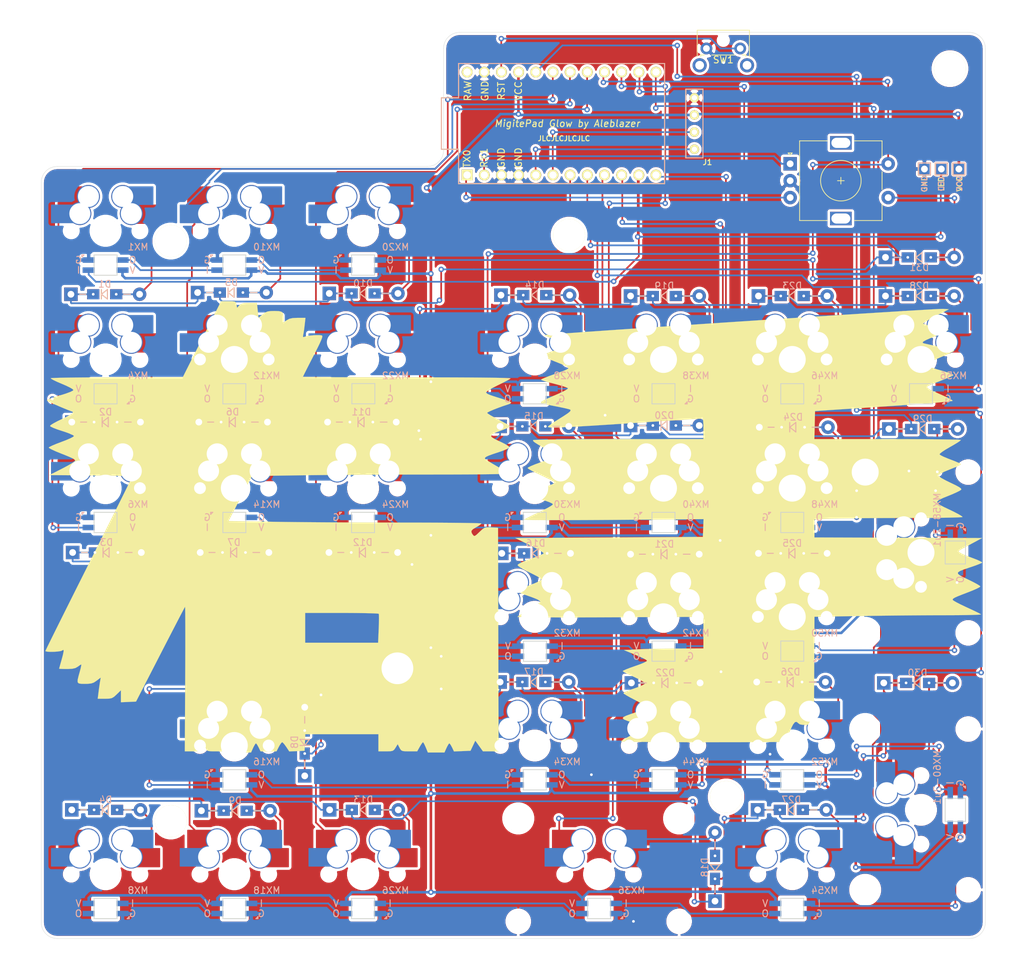
<source format=kicad_pcb>
(kicad_pcb (version 20171130) (host pcbnew "(5.1.5)-3")
  (layers (0 F.Cu signal) (31 B.Cu signal) (34 B.Paste user) (35 F.Paste user) (36 B.SilkS user) (37 F.SilkS user) (38 B.Mask user hide) (39 F.Mask user hide) (44 Edge.Cuts user))
  (net 0 "")
  (net 1 "Net-(D1-Pad2)")
  (net 2 ROW0)
  (net 3 "Net-(D2-Pad2)")
  (net 4 ROW1)
  (net 5 "Net-(D3-Pad2)")
  (net 6 ROW2)
  (net 7 "Net-(D4-Pad2)")
  (net 8 ROW5)
  (net 9 "Net-(D5-Pad2)")
  (net 10 "Net-(D6-Pad2)")
  (net 11 "Net-(D7-Pad2)")
  (net 12 "Net-(D8-Pad2)")
  (net 13 COL0)
  (net 14 "Net-(D9-Pad2)")
  (net 15 "Net-(D10-Pad2)")
  (net 16 "Net-(D11-Pad2)")
  (net 17 "Net-(D12-Pad2)")
  (net 18 "Net-(D13-Pad2)")
  (net 19 "Net-(D14-Pad2)")
  (net 20 "Net-(D15-Pad2)")
  (net 21 "Net-(D16-Pad2)")
  (net 22 "Net-(D17-Pad2)")
  (net 23 ROW4)
  (net 24 "Net-(D18-Pad2)")
  (net 25 "Net-(D19-Pad2)")
  (net 26 "Net-(D20-Pad2)")
  (net 27 "Net-(D21-Pad2)")
  (net 28 "Net-(D22-Pad2)")
  (net 29 "Net-(D23-Pad2)")
  (net 30 "Net-(D24-Pad2)")
  (net 31 "Net-(D25-Pad2)")
  (net 32 "Net-(D26-Pad2)")
  (net 33 "Net-(D27-Pad2)")
  (net 34 "Net-(D28-Pad2)")
  (net 35 "Net-(D29-Pad2)")
  (net 36 "Net-(D30-Pad2)")
  (net 37 COL1)
  (net 38 COL2)
  (net 39 COL3)
  (net 40 COL4)
  (net 41 COL5)
  (net 42 COL6)
  (net 43 ROW3)
  (net 44 "Net-(U1-Pad24)")
  (net 45 GND)
  (net 46 VCC)
  (net 47 SCL)
  (net 48 SDA)
  (net 49 "Net-(SW1-Pad2)")
  (net 50 LED)
  (net 51 "Net-(D31-Pad2)")
  (net 52 RERX)
  (net 53 RETX)
  (net 54 "Net-(D32-Pad2)")
  (net 55 "Net-(D32-Pad4)")
  (net 56 "Net-(D33-Pad2)")
  (net 57 "Net-(D34-Pad2)")
  (net 58 "Net-(D34-Pad4)")
  (net 59 "Net-(D35-Pad2)")
  (net 60 "Net-(D36-Pad2)")
  (net 61 "Net-(D36-Pad4)")
  (net 62 "Net-(D37-Pad4)")
  (net 63 "Net-(D38-Pad2)")
  (net 64 "Net-(D39-Pad4)")
  (net 65 "Net-(D40-Pad2)")
  (net 66 "Net-(D41-Pad4)")
  (net 67 "Net-(D42-Pad2)")
  (net 68 "Net-(D43-Pad4)")
  (net 69 "Net-(D44-Pad2)")
  (net 70 "Net-(D45-Pad4)")
  (net 71 "Net-(D46-Pad2)")
  (net 72 "Net-(D47-Pad4)")
  (net 73 "Net-(D48-Pad2)")
  (net 74 "Net-(D49-Pad4)")
  (net 75 "Net-(D50-Pad4)")
  (net 76 "Net-(D51-Pad2)")
  (net 77 "Net-(D52-Pad4)")
  (net 78 "Net-(D53-Pad2)")
  (net 79 "Net-(D54-Pad4)")
  (net 80 "Net-(D55-Pad4)")
  (net 81 "Net-(D56-Pad2)")
  (net 82 "Net-(D57-Pad4)")
  (net 83 "Net-(D58-Pad2)")
  (module Logo:MigiteLogo (layer F.Cu) (at 132.7 103.1)
    (fp_text reference G*** hide)
    (fp_text value LOGO hide)
  )
  (module SK6812MINI:YS-SK6812MINI-E (layer B.Cu) (at 199.263 145.288 270)
    (fp_text reference D61)
    (fp_text value SK6812MINI-EASY-SOLDER)
    (fp_text user G (at -4 -0.75 90) (layer B.SilkS) (effects (justify mirror)))
    (fp_text user I (at -4 0.75 90) (layer B.SilkS) (effects (justify mirror)))
    (fp_text user O (at 4 -0.75 90) (layer B.SilkS) (effects (justify mirror)))
    (fp_text user V (at 4 0.75 90) (layer B.SilkS) (effects (justify mirror)))
    (fp_line (start 1.7 1.5) (end -1.7 1.5) (layer Edge.Cuts) (width 0.12))
    (fp_line (start 1.7 -1.5) (end 1.7 1.5) (layer Edge.Cuts) (width 0.12))
    (fp_line (start -1.7 -1.5) (end 1.7 -1.5) (layer Edge.Cuts) (width 0.12))
    (fp_line (start -1.7 1.5) (end -1.7 -1.5) (layer Edge.Cuts) (width 0.12))
    (pad 1 smd rect (at 2.5 0.75 270) (size 1.8 0.82) (layers B.Cu B.Paste B.Mask) (net 46 VCC))
    (pad 2 smd rect (at 2.5 -0.75 270) (size 1.8 0.82) (layers B.Cu B.Paste B.Mask) (net 79 "Net-(D54-Pad4)"))
    (pad 3 smd rect (at -2.5 -0.75 270) (size 1.8 0.82) (layers B.Cu B.Paste B.Mask) (net 45 GND))
    (pad 4 smd rect (at -2.5 0.75 270) (size 1.8 0.82) (layers B.Cu B.Paste B.Mask) (net 83 "Net-(D58-Pad2)"))
  )
  (module SK6812MINI:YS-SK6812MINI-E (layer B.Cu) (at 199.263 107.188 270)
    (fp_text reference D60)
    (fp_text value SK6812MINI-EASY-SOLDER)
    (fp_text user G (at -4 -0.75 90) (layer B.SilkS) (effects (justify mirror)))
    (fp_text user I (at -4 0.75 90) (layer B.SilkS) (effects (justify mirror)))
    (fp_text user O (at 4 -0.75 90) (layer B.SilkS) (effects (justify mirror)))
    (fp_text user V (at 4 0.75 90) (layer B.SilkS) (effects (justify mirror)))
    (fp_line (start 1.7 1.5) (end -1.7 1.5) (layer Edge.Cuts) (width 0.12))
    (fp_line (start 1.7 -1.5) (end 1.7 1.5) (layer Edge.Cuts) (width 0.12))
    (fp_line (start -1.7 -1.5) (end 1.7 -1.5) (layer Edge.Cuts) (width 0.12))
    (fp_line (start -1.7 1.5) (end -1.7 -1.5) (layer Edge.Cuts) (width 0.12))
    (pad 1 smd rect (at 2.5 0.75 270) (size 1.8 0.82) (layers B.Cu B.Paste B.Mask) (net 46 VCC))
    (pad 2 smd rect (at 2.5 -0.75 270) (size 1.8 0.82) (layers B.Cu B.Paste B.Mask) (net 82 "Net-(D57-Pad4)"))
    (pad 3 smd rect (at -2.5 -0.75 270) (size 1.8 0.82) (layers B.Cu B.Paste B.Mask) (net 45 GND))
    (pad 4 smd rect (at -2.5 0.75 270) (size 1.8 0.82) (layers B.Cu B.Paste B.Mask) (net 81 "Net-(D56-Pad2)"))
  )
  (module SK6812MINI:YS-SK6812MINI-E (layer B.Cu) (at 194.183 83.693 180)
    (fp_text reference D59)
    (fp_text value SK6812MINI-EASY-SOLDER)
    (fp_text user G (at -4 -0.75) (layer B.SilkS) (effects (justify mirror)))
    (fp_text user I (at -4 0.75) (layer B.SilkS) (effects (justify mirror)))
    (fp_text user O (at 4 -0.75) (layer B.SilkS) (effects (justify mirror)))
    (fp_text user V (at 4 0.75) (layer B.SilkS) (effects (justify mirror)))
    (fp_line (start 1.7 1.5) (end -1.7 1.5) (layer Edge.Cuts) (width 0.12))
    (fp_line (start 1.7 -1.5) (end 1.7 1.5) (layer Edge.Cuts) (width 0.12))
    (fp_line (start -1.7 -1.5) (end 1.7 -1.5) (layer Edge.Cuts) (width 0.12))
    (fp_line (start -1.7 1.5) (end -1.7 -1.5) (layer Edge.Cuts) (width 0.12))
    (pad 1 smd rect (at 2.5 0.75 180) (size 1.8 0.82) (layers B.Cu B.Paste B.Mask) (net 46 VCC))
    (pad 2 smd rect (at 2.5 -0.75 180) (size 1.8 0.82) (layers B.Cu B.Paste B.Mask) (net 80 "Net-(D55-Pad4)"))
    (pad 3 smd rect (at -2.5 -0.75 180) (size 1.8 0.82) (layers B.Cu B.Paste B.Mask) (net 45 GND))
    (pad 4 smd rect (at -2.5 0.75 180) (size 1.8 0.82) (layers B.Cu B.Paste B.Mask) (net 67 "Net-(D42-Pad2)"))
  )
  (module SK6812MINI:YS-SK6812MINI-E (layer B.Cu) (at 175.133 140.843)
    (fp_text reference D58)
    (fp_text value SK6812MINI-EASY-SOLDER)
    (fp_text user G (at -4 -0.75) (layer B.SilkS) (effects (justify mirror)))
    (fp_text user I (at -4 0.75) (layer B.SilkS) (effects (justify mirror)))
    (fp_text user O (at 4 -0.75) (layer B.SilkS) (effects (justify mirror)))
    (fp_text user V (at 4 0.75) (layer B.SilkS) (effects (justify mirror)))
    (fp_line (start 1.7 1.5) (end -1.7 1.5) (layer Edge.Cuts) (width 0.12))
    (fp_line (start 1.7 -1.5) (end 1.7 1.5) (layer Edge.Cuts) (width 0.12))
    (fp_line (start -1.7 -1.5) (end 1.7 -1.5) (layer Edge.Cuts) (width 0.12))
    (fp_line (start -1.7 1.5) (end -1.7 -1.5) (layer Edge.Cuts) (width 0.12))
    (pad 1 smd rect (at 2.5 0.75) (size 1.8 0.82) (layers B.Cu B.Paste B.Mask) (net 46 VCC))
    (pad 2 smd rect (at 2.5 -0.75) (size 1.8 0.82) (layers B.Cu B.Paste B.Mask) (net 83 "Net-(D58-Pad2)"))
    (pad 3 smd rect (at -2.5 -0.75) (size 1.8 0.82) (layers B.Cu B.Paste B.Mask) (net 45 GND))
    (pad 4 smd rect (at -2.5 0.75) (size 1.8 0.82) (layers B.Cu B.Paste B.Mask) (net 78 "Net-(D53-Pad2)"))
  )
  (module SK6812MINI:YS-SK6812MINI-E (layer B.Cu) (at 175.133 121.793 180)
    (fp_text reference D57)
    (fp_text value SK6812MINI-EASY-SOLDER)
    (fp_text user G (at -4 -0.75) (layer B.SilkS) (effects (justify mirror)))
    (fp_text user I (at -4 0.75) (layer B.SilkS) (effects (justify mirror)))
    (fp_text user O (at 4 -0.75) (layer B.SilkS) (effects (justify mirror)))
    (fp_text user V (at 4 0.75) (layer B.SilkS) (effects (justify mirror)))
    (fp_line (start 1.7 1.5) (end -1.7 1.5) (layer Edge.Cuts) (width 0.12))
    (fp_line (start 1.7 -1.5) (end 1.7 1.5) (layer Edge.Cuts) (width 0.12))
    (fp_line (start -1.7 -1.5) (end 1.7 -1.5) (layer Edge.Cuts) (width 0.12))
    (fp_line (start -1.7 1.5) (end -1.7 -1.5) (layer Edge.Cuts) (width 0.12))
    (pad 1 smd rect (at 2.5 0.75 180) (size 1.8 0.82) (layers B.Cu B.Paste B.Mask) (net 46 VCC))
    (pad 2 smd rect (at 2.5 -0.75 180) (size 1.8 0.82) (layers B.Cu B.Paste B.Mask) (net 77 "Net-(D52-Pad4)"))
    (pad 3 smd rect (at -2.5 -0.75 180) (size 1.8 0.82) (layers B.Cu B.Paste B.Mask) (net 45 GND))
    (pad 4 smd rect (at -2.5 0.75 180) (size 1.8 0.82) (layers B.Cu B.Paste B.Mask) (net 82 "Net-(D57-Pad4)"))
  )
  (module SK6812MINI:YS-SK6812MINI-E (layer B.Cu) (at 175.133 102.743)
    (fp_text reference D56)
    (fp_text value SK6812MINI-EASY-SOLDER)
    (fp_text user G (at -4 -0.75) (layer B.SilkS) (effects (justify mirror)))
    (fp_text user I (at -4 0.75) (layer B.SilkS) (effects (justify mirror)))
    (fp_text user O (at 4 -0.75) (layer B.SilkS) (effects (justify mirror)))
    (fp_text user V (at 4 0.75) (layer B.SilkS) (effects (justify mirror)))
    (fp_line (start 1.7 1.5) (end -1.7 1.5) (layer Edge.Cuts) (width 0.12))
    (fp_line (start 1.7 -1.5) (end 1.7 1.5) (layer Edge.Cuts) (width 0.12))
    (fp_line (start -1.7 -1.5) (end 1.7 -1.5) (layer Edge.Cuts) (width 0.12))
    (fp_line (start -1.7 1.5) (end -1.7 -1.5) (layer Edge.Cuts) (width 0.12))
    (pad 1 smd rect (at 2.5 0.75) (size 1.8 0.82) (layers B.Cu B.Paste B.Mask) (net 46 VCC))
    (pad 2 smd rect (at 2.5 -0.75) (size 1.8 0.82) (layers B.Cu B.Paste B.Mask) (net 81 "Net-(D56-Pad2)"))
    (pad 3 smd rect (at -2.5 -0.75) (size 1.8 0.82) (layers B.Cu B.Paste B.Mask) (net 45 GND))
    (pad 4 smd rect (at -2.5 0.75) (size 1.8 0.82) (layers B.Cu B.Paste B.Mask) (net 76 "Net-(D51-Pad2)"))
  )
  (module SK6812MINI:YS-SK6812MINI-E (layer B.Cu) (at 175.133 83.693 180)
    (fp_text reference D55)
    (fp_text value SK6812MINI-EASY-SOLDER)
    (fp_text user G (at -4 -0.75) (layer B.SilkS) (effects (justify mirror)))
    (fp_text user I (at -4 0.75) (layer B.SilkS) (effects (justify mirror)))
    (fp_text user O (at 4 -0.75) (layer B.SilkS) (effects (justify mirror)))
    (fp_text user V (at 4 0.75) (layer B.SilkS) (effects (justify mirror)))
    (fp_line (start 1.7 1.5) (end -1.7 1.5) (layer Edge.Cuts) (width 0.12))
    (fp_line (start 1.7 -1.5) (end 1.7 1.5) (layer Edge.Cuts) (width 0.12))
    (fp_line (start -1.7 -1.5) (end 1.7 -1.5) (layer Edge.Cuts) (width 0.12))
    (fp_line (start -1.7 1.5) (end -1.7 -1.5) (layer Edge.Cuts) (width 0.12))
    (pad 1 smd rect (at 2.5 0.75 180) (size 1.8 0.82) (layers B.Cu B.Paste B.Mask) (net 46 VCC))
    (pad 2 smd rect (at 2.5 -0.75 180) (size 1.8 0.82) (layers B.Cu B.Paste B.Mask) (net 75 "Net-(D50-Pad4)"))
    (pad 3 smd rect (at -2.5 -0.75 180) (size 1.8 0.82) (layers B.Cu B.Paste B.Mask) (net 45 GND))
    (pad 4 smd rect (at -2.5 0.75 180) (size 1.8 0.82) (layers B.Cu B.Paste B.Mask) (net 80 "Net-(D55-Pad4)"))
  )
  (module SK6812MINI:YS-SK6812MINI-E (layer B.Cu) (at 175.133 159.893 180)
    (fp_text reference D54)
    (fp_text value SK6812MINI-EASY-SOLDER)
    (fp_text user G (at -4 -0.75) (layer B.SilkS) (effects (justify mirror)))
    (fp_text user I (at -4 0.75) (layer B.SilkS) (effects (justify mirror)))
    (fp_text user O (at 4 -0.75) (layer B.SilkS) (effects (justify mirror)))
    (fp_text user V (at 4 0.75) (layer B.SilkS) (effects (justify mirror)))
    (fp_line (start 1.7 1.5) (end -1.7 1.5) (layer Edge.Cuts) (width 0.12))
    (fp_line (start 1.7 -1.5) (end 1.7 1.5) (layer Edge.Cuts) (width 0.12))
    (fp_line (start -1.7 -1.5) (end 1.7 -1.5) (layer Edge.Cuts) (width 0.12))
    (fp_line (start -1.7 1.5) (end -1.7 -1.5) (layer Edge.Cuts) (width 0.12))
    (pad 1 smd rect (at 2.5 0.75 180) (size 1.8 0.82) (layers B.Cu B.Paste B.Mask) (net 46 VCC))
    (pad 2 smd rect (at 2.5 -0.75 180) (size 1.8 0.82) (layers B.Cu B.Paste B.Mask) (net 74 "Net-(D49-Pad4)"))
    (pad 3 smd rect (at -2.5 -0.75 180) (size 1.8 0.82) (layers B.Cu B.Paste B.Mask) (net 45 GND))
    (pad 4 smd rect (at -2.5 0.75 180) (size 1.8 0.82) (layers B.Cu B.Paste B.Mask) (net 79 "Net-(D54-Pad4)"))
  )
  (module SK6812MINI:YS-SK6812MINI-E (layer B.Cu) (at 156.083 140.843)
    (fp_text reference D53)
    (fp_text value SK6812MINI-EASY-SOLDER)
    (fp_text user G (at -4 -0.75) (layer B.SilkS) (effects (justify mirror)))
    (fp_text user I (at -4 0.75) (layer B.SilkS) (effects (justify mirror)))
    (fp_text user O (at 4 -0.75) (layer B.SilkS) (effects (justify mirror)))
    (fp_text user V (at 4 0.75) (layer B.SilkS) (effects (justify mirror)))
    (fp_line (start 1.7 1.5) (end -1.7 1.5) (layer Edge.Cuts) (width 0.12))
    (fp_line (start 1.7 -1.5) (end 1.7 1.5) (layer Edge.Cuts) (width 0.12))
    (fp_line (start -1.7 -1.5) (end 1.7 -1.5) (layer Edge.Cuts) (width 0.12))
    (fp_line (start -1.7 1.5) (end -1.7 -1.5) (layer Edge.Cuts) (width 0.12))
    (pad 1 smd rect (at 2.5 0.75) (size 1.8 0.82) (layers B.Cu B.Paste B.Mask) (net 46 VCC))
    (pad 2 smd rect (at 2.5 -0.75) (size 1.8 0.82) (layers B.Cu B.Paste B.Mask) (net 78 "Net-(D53-Pad2)"))
    (pad 3 smd rect (at -2.5 -0.75) (size 1.8 0.82) (layers B.Cu B.Paste B.Mask) (net 45 GND))
    (pad 4 smd rect (at -2.5 0.75) (size 1.8 0.82) (layers B.Cu B.Paste B.Mask) (net 73 "Net-(D48-Pad2)"))
  )
  (module SK6812MINI:YS-SK6812MINI-E (layer B.Cu) (at 156.083 121.793 180)
    (fp_text reference D52)
    (fp_text value SK6812MINI-EASY-SOLDER)
    (fp_text user G (at -4 -0.75) (layer B.SilkS) (effects (justify mirror)))
    (fp_text user I (at -4 0.75) (layer B.SilkS) (effects (justify mirror)))
    (fp_text user O (at 4 -0.75) (layer B.SilkS) (effects (justify mirror)))
    (fp_text user V (at 4 0.75) (layer B.SilkS) (effects (justify mirror)))
    (fp_line (start 1.7 1.5) (end -1.7 1.5) (layer Edge.Cuts) (width 0.12))
    (fp_line (start 1.7 -1.5) (end 1.7 1.5) (layer Edge.Cuts) (width 0.12))
    (fp_line (start -1.7 -1.5) (end 1.7 -1.5) (layer Edge.Cuts) (width 0.12))
    (fp_line (start -1.7 1.5) (end -1.7 -1.5) (layer Edge.Cuts) (width 0.12))
    (pad 1 smd rect (at 2.5 0.75 180) (size 1.8 0.82) (layers B.Cu B.Paste B.Mask) (net 46 VCC))
    (pad 2 smd rect (at 2.5 -0.75 180) (size 1.8 0.82) (layers B.Cu B.Paste B.Mask) (net 72 "Net-(D47-Pad4)"))
    (pad 3 smd rect (at -2.5 -0.75 180) (size 1.8 0.82) (layers B.Cu B.Paste B.Mask) (net 45 GND))
    (pad 4 smd rect (at -2.5 0.75 180) (size 1.8 0.82) (layers B.Cu B.Paste B.Mask) (net 77 "Net-(D52-Pad4)"))
  )
  (module SK6812MINI:YS-SK6812MINI-E (layer B.Cu) (at 156.083 102.743)
    (fp_text reference D51)
    (fp_text value SK6812MINI-EASY-SOLDER)
    (fp_text user G (at -4 -0.75) (layer B.SilkS) (effects (justify mirror)))
    (fp_text user I (at -4 0.75) (layer B.SilkS) (effects (justify mirror)))
    (fp_text user O (at 4 -0.75) (layer B.SilkS) (effects (justify mirror)))
    (fp_text user V (at 4 0.75) (layer B.SilkS) (effects (justify mirror)))
    (fp_line (start 1.7 1.5) (end -1.7 1.5) (layer Edge.Cuts) (width 0.12))
    (fp_line (start 1.7 -1.5) (end 1.7 1.5) (layer Edge.Cuts) (width 0.12))
    (fp_line (start -1.7 -1.5) (end 1.7 -1.5) (layer Edge.Cuts) (width 0.12))
    (fp_line (start -1.7 1.5) (end -1.7 -1.5) (layer Edge.Cuts) (width 0.12))
    (pad 1 smd rect (at 2.5 0.75) (size 1.8 0.82) (layers B.Cu B.Paste B.Mask) (net 46 VCC))
    (pad 2 smd rect (at 2.5 -0.75) (size 1.8 0.82) (layers B.Cu B.Paste B.Mask) (net 76 "Net-(D51-Pad2)"))
    (pad 3 smd rect (at -2.5 -0.75) (size 1.8 0.82) (layers B.Cu B.Paste B.Mask) (net 45 GND))
    (pad 4 smd rect (at -2.5 0.75) (size 1.8 0.82) (layers B.Cu B.Paste B.Mask) (net 71 "Net-(D46-Pad2)"))
  )
  (module SK6812MINI:YS-SK6812MINI-E (layer B.Cu) (at 156.083 83.693 180)
    (fp_text reference D50)
    (fp_text value SK6812MINI-EASY-SOLDER)
    (fp_text user G (at -4 -0.75) (layer B.SilkS) (effects (justify mirror)))
    (fp_text user I (at -4 0.75) (layer B.SilkS) (effects (justify mirror)))
    (fp_text user O (at 4 -0.75) (layer B.SilkS) (effects (justify mirror)))
    (fp_text user V (at 4 0.75) (layer B.SilkS) (effects (justify mirror)))
    (fp_line (start 1.7 1.5) (end -1.7 1.5) (layer Edge.Cuts) (width 0.12))
    (fp_line (start 1.7 -1.5) (end 1.7 1.5) (layer Edge.Cuts) (width 0.12))
    (fp_line (start -1.7 -1.5) (end 1.7 -1.5) (layer Edge.Cuts) (width 0.12))
    (fp_line (start -1.7 1.5) (end -1.7 -1.5) (layer Edge.Cuts) (width 0.12))
    (pad 1 smd rect (at 2.5 0.75 180) (size 1.8 0.82) (layers B.Cu B.Paste B.Mask) (net 46 VCC))
    (pad 2 smd rect (at 2.5 -0.75 180) (size 1.8 0.82) (layers B.Cu B.Paste B.Mask) (net 70 "Net-(D45-Pad4)"))
    (pad 3 smd rect (at -2.5 -0.75 180) (size 1.8 0.82) (layers B.Cu B.Paste B.Mask) (net 45 GND))
    (pad 4 smd rect (at -2.5 0.75 180) (size 1.8 0.82) (layers B.Cu B.Paste B.Mask) (net 75 "Net-(D50-Pad4)"))
  )
  (module SK6812MINI:YS-SK6812MINI-E (layer B.Cu) (at 146.558 159.893 180)
    (fp_text reference D49)
    (fp_text value SK6812MINI-EASY-SOLDER)
    (fp_text user G (at -4 -0.75) (layer B.SilkS) (effects (justify mirror)))
    (fp_text user I (at -4 0.75) (layer B.SilkS) (effects (justify mirror)))
    (fp_text user O (at 4 -0.75) (layer B.SilkS) (effects (justify mirror)))
    (fp_text user V (at 4 0.75) (layer B.SilkS) (effects (justify mirror)))
    (fp_line (start 1.7 1.5) (end -1.7 1.5) (layer Edge.Cuts) (width 0.12))
    (fp_line (start 1.7 -1.5) (end 1.7 1.5) (layer Edge.Cuts) (width 0.12))
    (fp_line (start -1.7 -1.5) (end 1.7 -1.5) (layer Edge.Cuts) (width 0.12))
    (fp_line (start -1.7 1.5) (end -1.7 -1.5) (layer Edge.Cuts) (width 0.12))
    (pad 1 smd rect (at 2.5 0.75 180) (size 1.8 0.82) (layers B.Cu B.Paste B.Mask) (net 46 VCC))
    (pad 2 smd rect (at 2.5 -0.75 180) (size 1.8 0.82) (layers B.Cu B.Paste B.Mask) (net 66 "Net-(D41-Pad4)"))
    (pad 3 smd rect (at -2.5 -0.75 180) (size 1.8 0.82) (layers B.Cu B.Paste B.Mask) (net 45 GND))
    (pad 4 smd rect (at -2.5 0.75 180) (size 1.8 0.82) (layers B.Cu B.Paste B.Mask) (net 74 "Net-(D49-Pad4)"))
  )
  (module SK6812MINI:YS-SK6812MINI-E (layer B.Cu) (at 137.033 140.843)
    (fp_text reference D48)
    (fp_text value SK6812MINI-EASY-SOLDER)
    (fp_text user G (at -4 -0.75) (layer B.SilkS) (effects (justify mirror)))
    (fp_text user I (at -4 0.75) (layer B.SilkS) (effects (justify mirror)))
    (fp_text user O (at 4 -0.75) (layer B.SilkS) (effects (justify mirror)))
    (fp_text user V (at 4 0.75) (layer B.SilkS) (effects (justify mirror)))
    (fp_line (start 1.7 1.5) (end -1.7 1.5) (layer Edge.Cuts) (width 0.12))
    (fp_line (start 1.7 -1.5) (end 1.7 1.5) (layer Edge.Cuts) (width 0.12))
    (fp_line (start -1.7 -1.5) (end 1.7 -1.5) (layer Edge.Cuts) (width 0.12))
    (fp_line (start -1.7 1.5) (end -1.7 -1.5) (layer Edge.Cuts) (width 0.12))
    (pad 1 smd rect (at 2.5 0.75) (size 1.8 0.82) (layers B.Cu B.Paste B.Mask) (net 46 VCC))
    (pad 2 smd rect (at 2.5 -0.75) (size 1.8 0.82) (layers B.Cu B.Paste B.Mask) (net 73 "Net-(D48-Pad2)"))
    (pad 3 smd rect (at -2.5 -0.75) (size 1.8 0.82) (layers B.Cu B.Paste B.Mask) (net 45 GND))
    (pad 4 smd rect (at -2.5 0.75) (size 1.8 0.82) (layers B.Cu B.Paste B.Mask) (net 60 "Net-(D36-Pad2)"))
  )
  (module SK6812MINI:YS-SK6812MINI-E (layer B.Cu) (at 137.073 121.805 180)
    (fp_text reference D47)
    (fp_text value SK6812MINI-EASY-SOLDER)
    (fp_text user G (at -4 -0.75) (layer B.SilkS) (effects (justify mirror)))
    (fp_text user I (at -4 0.75) (layer B.SilkS) (effects (justify mirror)))
    (fp_text user O (at 4 -0.75) (layer B.SilkS) (effects (justify mirror)))
    (fp_text user V (at 4 0.75) (layer B.SilkS) (effects (justify mirror)))
    (fp_line (start 1.7 1.5) (end -1.7 1.5) (layer Edge.Cuts) (width 0.12))
    (fp_line (start 1.7 -1.5) (end 1.7 1.5) (layer Edge.Cuts) (width 0.12))
    (fp_line (start -1.7 -1.5) (end 1.7 -1.5) (layer Edge.Cuts) (width 0.12))
    (fp_line (start -1.7 1.5) (end -1.7 -1.5) (layer Edge.Cuts) (width 0.12))
    (pad 1 smd rect (at 2.5 0.75 180) (size 1.8 0.82) (layers B.Cu B.Paste B.Mask) (net 46 VCC))
    (pad 2 smd rect (at 2.5 -0.75 180) (size 1.8 0.82) (layers B.Cu B.Paste B.Mask) (net 61 "Net-(D36-Pad4)"))
    (pad 3 smd rect (at -2.5 -0.75 180) (size 1.8 0.82) (layers B.Cu B.Paste B.Mask) (net 45 GND))
    (pad 4 smd rect (at -2.5 0.75 180) (size 1.8 0.82) (layers B.Cu B.Paste B.Mask) (net 72 "Net-(D47-Pad4)"))
  )
  (module SK6812MINI:YS-SK6812MINI-E (layer B.Cu) (at 137.033 102.743)
    (fp_text reference D46)
    (fp_text value SK6812MINI-EASY-SOLDER)
    (fp_text user G (at -4 -0.75) (layer B.SilkS) (effects (justify mirror)))
    (fp_text user I (at -4 0.75) (layer B.SilkS) (effects (justify mirror)))
    (fp_text user O (at 4 -0.75) (layer B.SilkS) (effects (justify mirror)))
    (fp_text user V (at 4 0.75) (layer B.SilkS) (effects (justify mirror)))
    (fp_line (start 1.7 1.5) (end -1.7 1.5) (layer Edge.Cuts) (width 0.12))
    (fp_line (start 1.7 -1.5) (end 1.7 1.5) (layer Edge.Cuts) (width 0.12))
    (fp_line (start -1.7 -1.5) (end 1.7 -1.5) (layer Edge.Cuts) (width 0.12))
    (fp_line (start -1.7 1.5) (end -1.7 -1.5) (layer Edge.Cuts) (width 0.12))
    (pad 1 smd rect (at 2.5 0.75) (size 1.8 0.82) (layers B.Cu B.Paste B.Mask) (net 46 VCC))
    (pad 2 smd rect (at 2.5 -0.75) (size 1.8 0.82) (layers B.Cu B.Paste B.Mask) (net 71 "Net-(D46-Pad2)"))
    (pad 3 smd rect (at -2.5 -0.75) (size 1.8 0.82) (layers B.Cu B.Paste B.Mask) (net 45 GND))
    (pad 4 smd rect (at -2.5 0.75) (size 1.8 0.82) (layers B.Cu B.Paste B.Mask) (net 69 "Net-(D44-Pad2)"))
  )
  (module SK6812MINI:YS-SK6812MINI-E (layer B.Cu) (at 137.033 83.693 180)
    (fp_text reference D45)
    (fp_text value SK6812MINI-EASY-SOLDER)
    (fp_text user G (at -4 -0.75) (layer B.SilkS) (effects (justify mirror)))
    (fp_text user I (at -4 0.75) (layer B.SilkS) (effects (justify mirror)))
    (fp_text user O (at 4 -0.75) (layer B.SilkS) (effects (justify mirror)))
    (fp_text user V (at 4 0.75) (layer B.SilkS) (effects (justify mirror)))
    (fp_line (start 1.7 1.5) (end -1.7 1.5) (layer Edge.Cuts) (width 0.12))
    (fp_line (start 1.7 -1.5) (end 1.7 1.5) (layer Edge.Cuts) (width 0.12))
    (fp_line (start -1.7 -1.5) (end 1.7 -1.5) (layer Edge.Cuts) (width 0.12))
    (fp_line (start -1.7 1.5) (end -1.7 -1.5) (layer Edge.Cuts) (width 0.12))
    (pad 1 smd rect (at 2.5 0.75 180) (size 1.8 0.82) (layers B.Cu B.Paste B.Mask) (net 46 VCC))
    (pad 2 smd rect (at 2.5 -0.75 180) (size 1.8 0.82) (layers B.Cu B.Paste B.Mask) (net 68 "Net-(D43-Pad4)"))
    (pad 3 smd rect (at -2.5 -0.75 180) (size 1.8 0.82) (layers B.Cu B.Paste B.Mask) (net 45 GND))
    (pad 4 smd rect (at -2.5 0.75 180) (size 1.8 0.82) (layers B.Cu B.Paste B.Mask) (net 70 "Net-(D45-Pad4)"))
  )
  (module SK6812MINI:YS-SK6812MINI-E (layer B.Cu) (at 111.633 102.743)
    (fp_text reference D44)
    (fp_text value SK6812MINI-EASY-SOLDER)
    (fp_text user G (at -4 -0.75) (layer B.SilkS) (effects (justify mirror)))
    (fp_text user I (at -4 0.75) (layer B.SilkS) (effects (justify mirror)))
    (fp_text user O (at 4 -0.75) (layer B.SilkS) (effects (justify mirror)))
    (fp_text user V (at 4 0.75) (layer B.SilkS) (effects (justify mirror)))
    (fp_line (start 1.7 1.5) (end -1.7 1.5) (layer Edge.Cuts) (width 0.12))
    (fp_line (start 1.7 -1.5) (end 1.7 1.5) (layer Edge.Cuts) (width 0.12))
    (fp_line (start -1.7 -1.5) (end 1.7 -1.5) (layer Edge.Cuts) (width 0.12))
    (fp_line (start -1.7 1.5) (end -1.7 -1.5) (layer Edge.Cuts) (width 0.12))
    (pad 1 smd rect (at 2.5 0.75) (size 1.8 0.82) (layers B.Cu B.Paste B.Mask) (net 46 VCC))
    (pad 2 smd rect (at 2.5 -0.75) (size 1.8 0.82) (layers B.Cu B.Paste B.Mask) (net 69 "Net-(D44-Pad2)"))
    (pad 3 smd rect (at -2.5 -0.75) (size 1.8 0.82) (layers B.Cu B.Paste B.Mask) (net 45 GND))
    (pad 4 smd rect (at -2.5 0.75) (size 1.8 0.82) (layers B.Cu B.Paste B.Mask) (net 65 "Net-(D40-Pad2)"))
  )
  (module SK6812MINI:YS-SK6812MINI-E (layer B.Cu) (at 111.673 83.681 180)
    (fp_text reference D43)
    (fp_text value SK6812MINI-EASY-SOLDER)
    (fp_text user G (at -4 -0.75) (layer B.SilkS) (effects (justify mirror)))
    (fp_text user I (at -4 0.75) (layer B.SilkS) (effects (justify mirror)))
    (fp_text user O (at 4 -0.75) (layer B.SilkS) (effects (justify mirror)))
    (fp_text user V (at 4 0.75) (layer B.SilkS) (effects (justify mirror)))
    (fp_line (start 1.7 1.5) (end -1.7 1.5) (layer Edge.Cuts) (width 0.12))
    (fp_line (start 1.7 -1.5) (end 1.7 1.5) (layer Edge.Cuts) (width 0.12))
    (fp_line (start -1.7 -1.5) (end 1.7 -1.5) (layer Edge.Cuts) (width 0.12))
    (fp_line (start -1.7 1.5) (end -1.7 -1.5) (layer Edge.Cuts) (width 0.12))
    (pad 1 smd rect (at 2.5 0.75 180) (size 1.8 0.82) (layers B.Cu B.Paste B.Mask) (net 46 VCC))
    (pad 2 smd rect (at 2.5 -0.75 180) (size 1.8 0.82) (layers B.Cu B.Paste B.Mask) (net 64 "Net-(D39-Pad4)"))
    (pad 3 smd rect (at -2.5 -0.75 180) (size 1.8 0.82) (layers B.Cu B.Paste B.Mask) (net 45 GND))
    (pad 4 smd rect (at -2.5 0.75 180) (size 1.8 0.82) (layers B.Cu B.Paste B.Mask) (net 68 "Net-(D43-Pad4)"))
  )
  (module SK6812MINI:YS-SK6812MINI-E (layer B.Cu) (at 111.633 64.643)
    (fp_text reference D42)
    (fp_text value SK6812MINI-EASY-SOLDER)
    (fp_text user G (at -4 -0.75) (layer B.SilkS) (effects (justify mirror)))
    (fp_text user I (at -4 0.75) (layer B.SilkS) (effects (justify mirror)))
    (fp_text user O (at 4 -0.75) (layer B.SilkS) (effects (justify mirror)))
    (fp_text user V (at 4 0.75) (layer B.SilkS) (effects (justify mirror)))
    (fp_line (start 1.7 1.5) (end -1.7 1.5) (layer Edge.Cuts) (width 0.12))
    (fp_line (start 1.7 -1.5) (end 1.7 1.5) (layer Edge.Cuts) (width 0.12))
    (fp_line (start -1.7 -1.5) (end 1.7 -1.5) (layer Edge.Cuts) (width 0.12))
    (fp_line (start -1.7 1.5) (end -1.7 -1.5) (layer Edge.Cuts) (width 0.12))
    (pad 1 smd rect (at 2.5 0.75) (size 1.8 0.82) (layers B.Cu B.Paste B.Mask) (net 46 VCC))
    (pad 2 smd rect (at 2.5 -0.75) (size 1.8 0.82) (layers B.Cu B.Paste B.Mask) (net 67 "Net-(D42-Pad2)"))
    (pad 3 smd rect (at -2.5 -0.75) (size 1.8 0.82) (layers B.Cu B.Paste B.Mask) (net 45 GND))
    (pad 4 smd rect (at -2.5 0.75) (size 1.8 0.82) (layers B.Cu B.Paste B.Mask) (net 63 "Net-(D38-Pad2)"))
  )
  (module SK6812MINI:YS-SK6812MINI-E (layer B.Cu) (at 111.633 159.893 180)
    (fp_text reference D41)
    (fp_text value SK6812MINI-EASY-SOLDER)
    (fp_text user G (at -4 -0.75) (layer B.SilkS) (effects (justify mirror)))
    (fp_text user I (at -4 0.75) (layer B.SilkS) (effects (justify mirror)))
    (fp_text user O (at 4 -0.75) (layer B.SilkS) (effects (justify mirror)))
    (fp_text user V (at 4 0.75) (layer B.SilkS) (effects (justify mirror)))
    (fp_line (start 1.7 1.5) (end -1.7 1.5) (layer Edge.Cuts) (width 0.12))
    (fp_line (start 1.7 -1.5) (end 1.7 1.5) (layer Edge.Cuts) (width 0.12))
    (fp_line (start -1.7 -1.5) (end 1.7 -1.5) (layer Edge.Cuts) (width 0.12))
    (fp_line (start -1.7 1.5) (end -1.7 -1.5) (layer Edge.Cuts) (width 0.12))
    (pad 1 smd rect (at 2.5 0.75 180) (size 1.8 0.82) (layers B.Cu B.Paste B.Mask) (net 46 VCC))
    (pad 2 smd rect (at 2.5 -0.75 180) (size 1.8 0.82) (layers B.Cu B.Paste B.Mask) (net 62 "Net-(D37-Pad4)"))
    (pad 3 smd rect (at -2.5 -0.75 180) (size 1.8 0.82) (layers B.Cu B.Paste B.Mask) (net 45 GND))
    (pad 4 smd rect (at -2.5 0.75 180) (size 1.8 0.82) (layers B.Cu B.Paste B.Mask) (net 66 "Net-(D41-Pad4)"))
  )
  (module SK6812MINI:YS-SK6812MINI-E (layer B.Cu) (at 92.583 102.743)
    (fp_text reference D40)
    (fp_text value SK6812MINI-EASY-SOLDER)
    (fp_text user G (at -4 -0.75) (layer B.SilkS) (effects (justify mirror)))
    (fp_text user I (at -4 0.75) (layer B.SilkS) (effects (justify mirror)))
    (fp_text user O (at 4 -0.75) (layer B.SilkS) (effects (justify mirror)))
    (fp_text user V (at 4 0.75) (layer B.SilkS) (effects (justify mirror)))
    (fp_line (start 1.7 1.5) (end -1.7 1.5) (layer Edge.Cuts) (width 0.12))
    (fp_line (start 1.7 -1.5) (end 1.7 1.5) (layer Edge.Cuts) (width 0.12))
    (fp_line (start -1.7 -1.5) (end 1.7 -1.5) (layer Edge.Cuts) (width 0.12))
    (fp_line (start -1.7 1.5) (end -1.7 -1.5) (layer Edge.Cuts) (width 0.12))
    (pad 1 smd rect (at 2.5 0.75) (size 1.8 0.82) (layers B.Cu B.Paste B.Mask) (net 46 VCC))
    (pad 2 smd rect (at 2.5 -0.75) (size 1.8 0.82) (layers B.Cu B.Paste B.Mask) (net 65 "Net-(D40-Pad2)"))
    (pad 3 smd rect (at -2.5 -0.75) (size 1.8 0.82) (layers B.Cu B.Paste B.Mask) (net 45 GND))
    (pad 4 smd rect (at -2.5 0.75) (size 1.8 0.82) (layers B.Cu B.Paste B.Mask) (net 59 "Net-(D35-Pad2)"))
  )
  (module SK6812MINI:YS-SK6812MINI-E (layer B.Cu) (at 92.583 83.693 180)
    (fp_text reference D39)
    (fp_text value SK6812MINI-EASY-SOLDER)
    (fp_text user G (at -4 -0.75) (layer B.SilkS) (effects (justify mirror)))
    (fp_text user I (at -4 0.75) (layer B.SilkS) (effects (justify mirror)))
    (fp_text user O (at 4 -0.75) (layer B.SilkS) (effects (justify mirror)))
    (fp_text user V (at 4 0.75) (layer B.SilkS) (effects (justify mirror)))
    (fp_line (start 1.7 1.5) (end -1.7 1.5) (layer Edge.Cuts) (width 0.12))
    (fp_line (start 1.7 -1.5) (end 1.7 1.5) (layer Edge.Cuts) (width 0.12))
    (fp_line (start -1.7 -1.5) (end 1.7 -1.5) (layer Edge.Cuts) (width 0.12))
    (fp_line (start -1.7 1.5) (end -1.7 -1.5) (layer Edge.Cuts) (width 0.12))
    (pad 1 smd rect (at 2.5 0.75 180) (size 1.8 0.82) (layers B.Cu B.Paste B.Mask) (net 46 VCC))
    (pad 2 smd rect (at 2.5 -0.75 180) (size 1.8 0.82) (layers B.Cu B.Paste B.Mask) (net 58 "Net-(D34-Pad4)"))
    (pad 3 smd rect (at -2.5 -0.75 180) (size 1.8 0.82) (layers B.Cu B.Paste B.Mask) (net 45 GND))
    (pad 4 smd rect (at -2.5 0.75 180) (size 1.8 0.82) (layers B.Cu B.Paste B.Mask) (net 64 "Net-(D39-Pad4)"))
  )
  (module SK6812MINI:YS-SK6812MINI-E (layer B.Cu) (at 92.583 64.643)
    (fp_text reference D38)
    (fp_text value SK6812MINI-EASY-SOLDER)
    (fp_text user G (at -4 -0.75) (layer B.SilkS) (effects (justify mirror)))
    (fp_text user I (at -4 0.75) (layer B.SilkS) (effects (justify mirror)))
    (fp_text user O (at 4 -0.75) (layer B.SilkS) (effects (justify mirror)))
    (fp_text user V (at 4 0.75) (layer B.SilkS) (effects (justify mirror)))
    (fp_line (start 1.7 1.5) (end -1.7 1.5) (layer Edge.Cuts) (width 0.12))
    (fp_line (start 1.7 -1.5) (end 1.7 1.5) (layer Edge.Cuts) (width 0.12))
    (fp_line (start -1.7 -1.5) (end 1.7 -1.5) (layer Edge.Cuts) (width 0.12))
    (fp_line (start -1.7 1.5) (end -1.7 -1.5) (layer Edge.Cuts) (width 0.12))
    (pad 1 smd rect (at 2.5 0.75) (size 1.8 0.82) (layers B.Cu B.Paste B.Mask) (net 46 VCC))
    (pad 2 smd rect (at 2.5 -0.75) (size 1.8 0.82) (layers B.Cu B.Paste B.Mask) (net 63 "Net-(D38-Pad2)"))
    (pad 3 smd rect (at -2.5 -0.75) (size 1.8 0.82) (layers B.Cu B.Paste B.Mask) (net 45 GND))
    (pad 4 smd rect (at -2.5 0.75) (size 1.8 0.82) (layers B.Cu B.Paste B.Mask) (net 56 "Net-(D33-Pad2)"))
  )
  (module SK6812MINI:YS-SK6812MINI-E (layer B.Cu) (at 92.583 159.893 180)
    (fp_text reference D37)
    (fp_text value SK6812MINI-EASY-SOLDER)
    (fp_text user G (at -4 -0.75) (layer B.SilkS) (effects (justify mirror)))
    (fp_text user I (at -4 0.75) (layer B.SilkS) (effects (justify mirror)))
    (fp_text user O (at 4 -0.75) (layer B.SilkS) (effects (justify mirror)))
    (fp_text user V (at 4 0.75) (layer B.SilkS) (effects (justify mirror)))
    (fp_line (start 1.7 1.5) (end -1.7 1.5) (layer Edge.Cuts) (width 0.12))
    (fp_line (start 1.7 -1.5) (end 1.7 1.5) (layer Edge.Cuts) (width 0.12))
    (fp_line (start -1.7 -1.5) (end 1.7 -1.5) (layer Edge.Cuts) (width 0.12))
    (fp_line (start -1.7 1.5) (end -1.7 -1.5) (layer Edge.Cuts) (width 0.12))
    (pad 1 smd rect (at 2.5 0.75 180) (size 1.8 0.82) (layers B.Cu B.Paste B.Mask) (net 46 VCC))
    (pad 2 smd rect (at 2.5 -0.75 180) (size 1.8 0.82) (layers B.Cu B.Paste B.Mask) (net 55 "Net-(D32-Pad4)"))
    (pad 3 smd rect (at -2.5 -0.75 180) (size 1.8 0.82) (layers B.Cu B.Paste B.Mask) (net 45 GND))
    (pad 4 smd rect (at -2.5 0.75 180) (size 1.8 0.82) (layers B.Cu B.Paste B.Mask) (net 62 "Net-(D37-Pad4)"))
  )
  (module SK6812MINI:YS-SK6812MINI-E (layer B.Cu) (at 92.583 140.843)
    (fp_text reference D36)
    (fp_text value SK6812MINI-EASY-SOLDER)
    (fp_text user G (at -4 -0.75) (layer B.SilkS) (effects (justify mirror)))
    (fp_text user I (at -4 0.75) (layer B.SilkS) (effects (justify mirror)))
    (fp_text user O (at 4 -0.75) (layer B.SilkS) (effects (justify mirror)))
    (fp_text user V (at 4 0.75) (layer B.SilkS) (effects (justify mirror)))
    (fp_line (start 1.7 1.5) (end -1.7 1.5) (layer Edge.Cuts) (width 0.12))
    (fp_line (start 1.7 -1.5) (end 1.7 1.5) (layer Edge.Cuts) (width 0.12))
    (fp_line (start -1.7 -1.5) (end 1.7 -1.5) (layer Edge.Cuts) (width 0.12))
    (fp_line (start -1.7 1.5) (end -1.7 -1.5) (layer Edge.Cuts) (width 0.12))
    (pad 1 smd rect (at 2.5 0.75) (size 1.8 0.82) (layers B.Cu B.Paste B.Mask) (net 46 VCC))
    (pad 2 smd rect (at 2.5 -0.75) (size 1.8 0.82) (layers B.Cu B.Paste B.Mask) (net 60 "Net-(D36-Pad2)"))
    (pad 3 smd rect (at -2.5 -0.75) (size 1.8 0.82) (layers B.Cu B.Paste B.Mask) (net 45 GND))
    (pad 4 smd rect (at -2.5 0.75) (size 1.8 0.82) (layers B.Cu B.Paste B.Mask) (net 61 "Net-(D36-Pad4)"))
  )
  (module SK6812MINI:YS-SK6812MINI-E (layer B.Cu) (at 73.533 102.743)
    (fp_text reference D35)
    (fp_text value SK6812MINI-EASY-SOLDER)
    (fp_text user G (at -4 -0.75) (layer B.SilkS) (effects (justify mirror)))
    (fp_text user I (at -4 0.75) (layer B.SilkS) (effects (justify mirror)))
    (fp_text user O (at 4 -0.75) (layer B.SilkS) (effects (justify mirror)))
    (fp_text user V (at 4 0.75) (layer B.SilkS) (effects (justify mirror)))
    (fp_line (start 1.7 1.5) (end -1.7 1.5) (layer Edge.Cuts) (width 0.12))
    (fp_line (start 1.7 -1.5) (end 1.7 1.5) (layer Edge.Cuts) (width 0.12))
    (fp_line (start -1.7 -1.5) (end 1.7 -1.5) (layer Edge.Cuts) (width 0.12))
    (fp_line (start -1.7 1.5) (end -1.7 -1.5) (layer Edge.Cuts) (width 0.12))
    (pad 1 smd rect (at 2.5 0.75) (size 1.8 0.82) (layers B.Cu B.Paste B.Mask) (net 46 VCC))
    (pad 2 smd rect (at 2.5 -0.75) (size 1.8 0.82) (layers B.Cu B.Paste B.Mask) (net 59 "Net-(D35-Pad2)"))
    (pad 3 smd rect (at -2.5 -0.75) (size 1.8 0.82) (layers B.Cu B.Paste B.Mask) (net 45 GND))
    (pad 4 smd rect (at -2.5 0.75) (size 1.8 0.82) (layers B.Cu B.Paste B.Mask) (net 57 "Net-(D34-Pad2)"))
  )
  (module SK6812MINI:YS-SK6812MINI-E (layer B.Cu) (at 73.533 83.693 180)
    (fp_text reference D34)
    (fp_text value SK6812MINI-EASY-SOLDER)
    (fp_text user G (at -4 -0.75) (layer B.SilkS) (effects (justify mirror)))
    (fp_text user I (at -4 0.75) (layer B.SilkS) (effects (justify mirror)))
    (fp_text user O (at 4 -0.75) (layer B.SilkS) (effects (justify mirror)))
    (fp_text user V (at 4 0.75) (layer B.SilkS) (effects (justify mirror)))
    (fp_line (start 1.7 1.5) (end -1.7 1.5) (layer Edge.Cuts) (width 0.12))
    (fp_line (start 1.7 -1.5) (end 1.7 1.5) (layer Edge.Cuts) (width 0.12))
    (fp_line (start -1.7 -1.5) (end 1.7 -1.5) (layer Edge.Cuts) (width 0.12))
    (fp_line (start -1.7 1.5) (end -1.7 -1.5) (layer Edge.Cuts) (width 0.12))
    (pad 1 smd rect (at 2.5 0.75 180) (size 1.8 0.82) (layers B.Cu B.Paste B.Mask) (net 46 VCC))
    (pad 2 smd rect (at 2.5 -0.75 180) (size 1.8 0.82) (layers B.Cu B.Paste B.Mask) (net 57 "Net-(D34-Pad2)"))
    (pad 3 smd rect (at -2.5 -0.75 180) (size 1.8 0.82) (layers B.Cu B.Paste B.Mask) (net 45 GND))
    (pad 4 smd rect (at -2.5 0.75 180) (size 1.8 0.82) (layers B.Cu B.Paste B.Mask) (net 58 "Net-(D34-Pad4)"))
  )
  (module SK6812MINI:YS-SK6812MINI-E (layer B.Cu) (at 73.533 64.643)
    (fp_text reference D33)
    (fp_text value SK6812MINI-EASY-SOLDER)
    (fp_text user G (at -4 -0.75) (layer B.SilkS) (effects (justify mirror)))
    (fp_text user I (at -4 0.75) (layer B.SilkS) (effects (justify mirror)))
    (fp_text user O (at 4 -0.75) (layer B.SilkS) (effects (justify mirror)))
    (fp_text user V (at 4 0.75) (layer B.SilkS) (effects (justify mirror)))
    (fp_line (start 1.7 1.5) (end -1.7 1.5) (layer Edge.Cuts) (width 0.12))
    (fp_line (start 1.7 -1.5) (end 1.7 1.5) (layer Edge.Cuts) (width 0.12))
    (fp_line (start -1.7 -1.5) (end 1.7 -1.5) (layer Edge.Cuts) (width 0.12))
    (fp_line (start -1.7 1.5) (end -1.7 -1.5) (layer Edge.Cuts) (width 0.12))
    (pad 1 smd rect (at 2.5 0.75) (size 1.8 0.82) (layers B.Cu B.Paste B.Mask) (net 46 VCC))
    (pad 2 smd rect (at 2.5 -0.75) (size 1.8 0.82) (layers B.Cu B.Paste B.Mask) (net 56 "Net-(D33-Pad2)"))
    (pad 3 smd rect (at -2.5 -0.75) (size 1.8 0.82) (layers B.Cu B.Paste B.Mask) (net 45 GND))
    (pad 4 smd rect (at -2.5 0.75) (size 1.8 0.82) (layers B.Cu B.Paste B.Mask) (net 50 LED))
  )
  (module SK6812MINI:YS-SK6812MINI-E (layer B.Cu) (at 73.533 159.893 180)
    (fp_text reference D32)
    (fp_text value SK6812MINI-EASY-SOLDER)
    (fp_text user G (at -4 -0.75) (layer B.SilkS) (effects (justify mirror)))
    (fp_text user I (at -4 0.75) (layer B.SilkS) (effects (justify mirror)))
    (fp_text user O (at 4 -0.75) (layer B.SilkS) (effects (justify mirror)))
    (fp_text user V (at 4 0.75) (layer B.SilkS) (effects (justify mirror)))
    (fp_line (start 1.7 1.5) (end -1.7 1.5) (layer Edge.Cuts) (width 0.12))
    (fp_line (start 1.7 -1.5) (end 1.7 1.5) (layer Edge.Cuts) (width 0.12))
    (fp_line (start -1.7 -1.5) (end 1.7 -1.5) (layer Edge.Cuts) (width 0.12))
    (fp_line (start -1.7 1.5) (end -1.7 -1.5) (layer Edge.Cuts) (width 0.12))
    (pad 1 smd rect (at 2.5 0.75 180) (size 1.8 0.82) (layers B.Cu B.Paste B.Mask) (net 46 VCC))
    (pad 2 smd rect (at 2.5 -0.75 180) (size 1.8 0.82) (layers B.Cu B.Paste B.Mask) (net 54 "Net-(D32-Pad2)"))
    (pad 3 smd rect (at -2.5 -0.75 180) (size 1.8 0.82) (layers B.Cu B.Paste B.Mask) (net 45 GND))
    (pad 4 smd rect (at -2.5 0.75 180) (size 1.8 0.82) (layers B.Cu B.Paste B.Mask) (net 55 "Net-(D32-Pad4)"))
  )
  (module Lily58-footprint:HOLE_M2_TH (layer F.Cu) (at 142.113 60.198)
    (fp_text reference H9 hide)
    (fp_text value MountingHole hide)
    (pad "" np_thru_hole circle (at 0 0 90) (size 4.7004 4.7004) (drill 4.7004) (layers *.Cu *.Mask F.SilkS) (clearance 0.3))
  )
  (module Keebio-Parts:RotaryEncoder_EC11 (layer F.Cu) (at 182.325 52.149)
    (fp_text reference SW2)
    (fp_text value Rotary_Encoder_Switch)
    (pad A thru_hole rect (at -7.5 -2.5) (size 2 2) (drill 1) (layers *.Cu *.Mask) (net 52 RERX))
    (pad C thru_hole circle (at -7.5 0) (size 2 2) (drill 1) (layers *.Cu *.Mask) (net 45 GND))
    (pad B thru_hole circle (at -7.5 2.5) (size 2 2) (drill 1) (layers *.Cu *.Mask) (net 53 RETX))
    (pad "" np_thru_hole rect (at 0 -5.6) (size 3.2 2) (drill oval 2.8 1.5) (layers *.Cu *.Mask))
    (pad "" np_thru_hole rect (at 0 5.6) (size 3.2 2) (drill oval 2.8 1.5) (layers *.Cu *.Mask))
    (pad S2 thru_hole circle (at 7 -2.5) (size 2 2) (drill 1) (layers *.Cu *.Mask) (net 39 COL3))
    (pad S1 thru_hole circle (at 7 2.5) (size 2 2) (drill 1) (layers *.Cu *.Mask) (net 51 "Net-(D31-Pad2)"))
  )
  (module Lily58-footprint:Diode_TH_SOD123 (layer F.Cu) (at 193.929 63.5)
    (fp_text reference D31 (at 0 1.5) (layer B.SilkS) (effects (justify mirror)))
    (fp_text value D_Small hide)
    (pad 1 thru_hole rect (at -5 -0.00254 180) (size 1.99898 1.99898) (drill 1) (layers *.Cu *.Mask) (net 2 ROW0))
    (pad 2 thru_hole circle (at 5.16 -0.00254 180) (size 1.99898 1.99898) (drill 1) (layers *.Cu *.Mask) (net 51 "Net-(D31-Pad2)"))
    (pad 1 thru_hole rect (at -1.7 0) (size 1.8 1.5) (drill 0.4) (layers *.Cu *.Mask) (net 2 ROW0))
    (pad 2 thru_hole rect (at 1.7 0) (size 1.8 1.5) (drill 0.4) (layers *.Cu *.Mask) (net 51 "Net-(D31-Pad2)"))
  )
  (module Lily58-footprint:HOLE_M2_TH (layer F.Cu) (at 198.471 35.56)
    (fp_text reference H8 hide)
    (fp_text value MountingHole hide)
    (pad "" np_thru_hole circle (at 0 0 90) (size 4.7004 4.7004) (drill 4.7004) (layers *.Cu *.Mask F.SilkS) (clearance 0.3))
  )
  (module Lily58-footprint:HOLE_M2_TH (layer F.Cu) (at 165.354 143.383)
    (fp_text reference H7 hide)
    (fp_text value MountingHole hide)
    (pad "" np_thru_hole circle (at 0 0 90) (size 4.7004 4.7004) (drill 4.7004) (layers *.Cu *.Mask F.SilkS) (clearance 0.3))
  )
  (module Lily58-footprint:HOLE_M2_TH (layer F.Cu) (at 116.713 124.333)
    (fp_text reference H6 hide)
    (fp_text value MountingHole hide)
    (pad "" np_thru_hole circle (at 0 0 90) (size 4.7004 4.7004) (drill 4.7004) (layers *.Cu *.Mask F.SilkS) (clearance 0.3))
  )
  (module Lily58-footprint:HOLE_M2_TH (layer F.Cu) (at 83.185 146.939)
    (fp_text reference H5 hide)
    (fp_text value MountingHole hide)
    (pad "" np_thru_hole circle (at 0 0 90) (size 4.7004 4.7004) (drill 4.7004) (layers *.Cu *.Mask F.SilkS) (clearance 0.3))
  )
  (module Lily58-footprint:HOLE_M2_TH (layer F.Cu) (at 83.185 61.087)
    (fp_text reference H4 hide)
    (fp_text value MountingHole hide)
    (pad "" np_thru_hole circle (at 0 0 90) (size 4.7004 4.7004) (drill 4.7004) (layers *.Cu *.Mask F.SilkS) (clearance 0.3))
  )
  (module Lily58-footprint:LED (layer F.Cu) (at 194.691 50.419 90)
    (fp_text reference J2 hide)
    (fp_text value LED-Lily58-cache hide)
    (fp_text user GND (at -2.2 0 90) (layer B.SilkS) (effects (font (size 0.8 0.8)) (justify mirror)))
    (fp_text user LED (at -2.2 2.5 270) (layer F.SilkS) (effects (font (size 0.8 0.8))))
    (fp_text user LED (at -2.2 2.5 90) (layer B.SilkS) (effects (font (size 0.8 0.8)) (justify mirror)))
    (fp_text user GND (at -2.2 0 90) (layer F.SilkS) (effects (font (size 0.8 0.8))))
    (fp_text user VCC (at -2.2 5.2 90) (layer F.SilkS) (effects (font (size 0.8 0.8))))
    (fp_text user VCC (at -2.2 5.2 90) (layer B.SilkS) (effects (font (size 0.8 0.8)) (justify mirror)))
    (pad 1 thru_hole rect (at 0 0 180) (size 1.524 1.524) (drill 1) (layers *.Cu *.Mask) (net 45 GND))
    (pad 2 thru_hole rect (at 0 2.5 90) (size 1.524 1.524) (drill 1) (layers *.Cu *.Mask) (net 50 LED))
    (pad 3 thru_hole rect (at 0 5.1 90) (size 1.524 1.524) (drill 1) (layers *.Cu *.Mask) (net 46 VCC))
  )
  (module keyswitches:MXOnly-1U-Hotswap-Double-noled (layer F.Cu) (at 194.183 145.288 90)
    (fp_text reference MX60-2u1)
    (fp_text value MX-NoLED)
    (fp_text user %R (at 4.8 2.4 90) (layer B.SilkS) (effects (justify mirror)))
    (pad "" thru_hole circle (at -2.54 -5.08 90) (size 3.4 3.4) (drill 3.1) (layers *.Cu *.Mask))
    (pad "" thru_hole circle (at -3.81 -2.54 90) (size 3.4 3.4) (drill 3.1) (layers *.Cu *.Mask))
    (pad "" thru_hole circle (at 3.81 -2.54 90) (size 3.4 3.4) (drill 3.1) (layers *.Cu *.Mask))
    (pad "" thru_hole circle (at 2.54 -5.08 90) (size 3.4 3.4) (drill 3.1) (layers *.Cu *.Mask))
    (pad "" np_thru_hole circle (at 5.08 0 138.0996) (size 1.75 1.75) (drill 1.75) (layers *.Cu *.Mask))
    (pad "" np_thru_hole circle (at -5.08 0 138.0996) (size 1.75 1.75) (drill 1.75) (layers *.Cu *.Mask))
    (pad "" np_thru_hole circle (at 0 0 90) (size 3.9878 3.9878) (drill 3.9878) (layers *.Cu *.Mask))
    (pad 1 thru_hole custom (at -2.5 -3.5 90) (size 0.1 0.1) (drill 0.01) (layers *.Cu *.Mask) (net 42 COL6) (options (clearance outline) (anchor circle)) (primitives (gr_arc (start -0.04 -1.58) (end 0 0) (angle -306.9) (width 0.15)) (gr_arc (start -1.31 0.96) (end -1.3 -0.6) (angle -307.6) (width 0.15))))
    (pad 3 thru_hole custom (at 2.5 -3.5 270) (size 0.1 0.1) (drill 0.01) (layers *.Cu *.Mask) (options (clearance outline) (anchor circle)) (primitives (gr_arc (start -0.04 1.58) (end 0 0) (angle 306.9) (width 0.15)) (gr_arc (start -1.31 -0.96) (end -1.3 0.6) (angle 307.6) (width 0.15))))
    (pad 1 smd custom (at -7 -2.5 90) (size 2 2) (layers B.Cu B.Paste B.Mask) (net 42 COL6) (options (clearance outline) (anchor rect)) (primitives (gr_poly (pts (xy -1 -1.3) (xy 2.2 -1.3) (xy 1.7 -0.9) (xy 1.6 0) (xy 1.7 0.8) (xy 2 1.1) (xy 2.4 1.3) (xy -1 1.3)) (width 0.15))))
    (pad 1 smd custom (at -5.9 -5.2 90) (size 2 2) (layers F.Cu F.Paste F.Mask) (net 42 COL6) (options (clearance outline) (anchor rect)) (primitives (gr_poly (pts (xy -1 1.3) (xy 1.3 1.3) (xy 2 1) (xy 1.7 0.2) (xy 1.9 -0.7) (xy 2.2 -1.1) (xy 2.6 -1.3) (xy -1 -1.3)) (width 0.15))))
    (pad 2 smd custom (at 6 -5.2 270) (size 1.8 2) (layers B.Cu B.Paste B.Mask) (net 36 "Net-(D30-Pad2)") (options (clearance outline) (anchor rect)) (primitives (gr_poly (pts (xy -1 -1.3) (xy 1.3 -1.3) (xy 2 -1) (xy 1.7 -0.2) (xy 1.9 0.7) (xy 2.2 1.1) (xy 2.6 1.3) (xy -1 1.3)) (width 0.15))))
    (pad 2 smd custom (at 6.8 -2.4 90) (size 2 2) (layers F.Cu F.Paste F.Mask) (net 36 "Net-(D30-Pad2)") (options (clearance outline) (anchor rect)) (primitives (gr_poly (pts (xy 1.2 -1.4) (xy -1.9 -1.4) (xy -1.5 -0.9) (xy -1.4 0) (xy -1.6 0.8) (xy -1.8 1.1) (xy -2.2 1.3) (xy 1.2 1.3)) (width 0.15))))
  )
  (module keyswitches:MXOnly-1U-Hotswap-Double-noled (layer F.Cu) (at 194.183 107.188 90)
    (fp_text reference MX58-2u1)
    (fp_text value MX-NoLED)
    (fp_text user %R (at 4.8 2.4 90) (layer B.SilkS) (effects (justify mirror)))
    (pad "" thru_hole circle (at -2.54 -5.08 90) (size 3.4 3.4) (drill 3.1) (layers *.Cu *.Mask))
    (pad "" thru_hole circle (at -3.81 -2.54 90) (size 3.4 3.4) (drill 3.1) (layers *.Cu *.Mask))
    (pad "" thru_hole circle (at 3.81 -2.54 90) (size 3.4 3.4) (drill 3.1) (layers *.Cu *.Mask))
    (pad "" thru_hole circle (at 2.54 -5.08 90) (size 3.4 3.4) (drill 3.1) (layers *.Cu *.Mask))
    (pad "" np_thru_hole circle (at 5.08 0 138.0996) (size 1.75 1.75) (drill 1.75) (layers *.Cu *.Mask))
    (pad "" np_thru_hole circle (at -5.08 0 138.0996) (size 1.75 1.75) (drill 1.75) (layers *.Cu *.Mask))
    (pad "" np_thru_hole circle (at 0 0 90) (size 3.9878 3.9878) (drill 3.9878) (layers *.Cu *.Mask))
    (pad 1 thru_hole custom (at -2.5 -3.5 90) (size 0.1 0.1) (drill 0.01) (layers *.Cu *.Mask) (net 42 COL6) (options (clearance outline) (anchor circle)) (primitives (gr_arc (start -0.04 -1.58) (end 0 0) (angle -306.9) (width 0.15)) (gr_arc (start -1.31 0.96) (end -1.3 -0.6) (angle -307.6) (width 0.15))))
    (pad 3 thru_hole custom (at 2.5 -3.5 270) (size 0.1 0.1) (drill 0.01) (layers *.Cu *.Mask) (options (clearance outline) (anchor circle)) (primitives (gr_arc (start -0.04 1.58) (end 0 0) (angle 306.9) (width 0.15)) (gr_arc (start -1.31 -0.96) (end -1.3 0.6) (angle 307.6) (width 0.15))))
    (pad 1 smd custom (at -7 -2.5 90) (size 2 2) (layers B.Cu B.Paste B.Mask) (net 42 COL6) (options (clearance outline) (anchor rect)) (primitives (gr_poly (pts (xy -1 -1.3) (xy 2.2 -1.3) (xy 1.7 -0.9) (xy 1.6 0) (xy 1.7 0.8) (xy 2 1.1) (xy 2.4 1.3) (xy -1 1.3)) (width 0.15))))
    (pad 1 smd custom (at -5.9 -5.2 90) (size 2 2) (layers F.Cu F.Paste F.Mask) (net 42 COL6) (options (clearance outline) (anchor rect)) (primitives (gr_poly (pts (xy -1 1.3) (xy 1.3 1.3) (xy 2 1) (xy 1.7 0.2) (xy 1.9 -0.7) (xy 2.2 -1.1) (xy 2.6 -1.3) (xy -1 -1.3)) (width 0.15))))
    (pad 2 smd custom (at 6 -5.2 270) (size 1.8 2) (layers B.Cu B.Paste B.Mask) (net 35 "Net-(D29-Pad2)") (options (clearance outline) (anchor rect)) (primitives (gr_poly (pts (xy -1 -1.3) (xy 1.3 -1.3) (xy 2 -1) (xy 1.7 -0.2) (xy 1.9 0.7) (xy 2.2 1.1) (xy 2.6 1.3) (xy -1 1.3)) (width 0.15))))
    (pad 2 smd custom (at 6.8 -2.4 90) (size 2 2) (layers F.Cu F.Paste F.Mask) (net 35 "Net-(D29-Pad2)") (options (clearance outline) (anchor rect)) (primitives (gr_poly (pts (xy 1.2 -1.4) (xy -1.9 -1.4) (xy -1.5 -0.9) (xy -1.4 0) (xy -1.6 0.8) (xy -1.8 1.1) (xy -2.2 1.3) (xy 1.2 1.3)) (width 0.15))))
  )
  (module keyswitches:MXOnly-1U-Hotswap-Double-noled (layer F.Cu) (at 194.183 78.613)
    (fp_text reference MX56)
    (fp_text value MX-NoLED)
    (fp_text user %R (at 4.8 2.4) (layer B.SilkS) (effects (justify mirror)))
    (pad "" thru_hole circle (at -2.54 -5.08) (size 3.4 3.4) (drill 3.1) (layers *.Cu *.Mask))
    (pad "" thru_hole circle (at -3.81 -2.54) (size 3.4 3.4) (drill 3.1) (layers *.Cu *.Mask))
    (pad "" thru_hole circle (at 3.81 -2.54) (size 3.4 3.4) (drill 3.1) (layers *.Cu *.Mask))
    (pad "" thru_hole circle (at 2.54 -5.08) (size 3.4 3.4) (drill 3.1) (layers *.Cu *.Mask))
    (pad "" np_thru_hole circle (at 5.08 0 48.0996) (size 1.75 1.75) (drill 1.75) (layers *.Cu *.Mask))
    (pad "" np_thru_hole circle (at -5.08 0 48.0996) (size 1.75 1.75) (drill 1.75) (layers *.Cu *.Mask))
    (pad "" np_thru_hole circle (at 0 0) (size 3.9878 3.9878) (drill 3.9878) (layers *.Cu *.Mask))
    (pad 1 thru_hole custom (at -2.5 -3.5) (size 0.1 0.1) (drill 0.01) (layers *.Cu *.Mask) (net 42 COL6) (options (clearance outline) (anchor circle)) (primitives (gr_arc (start -0.04 -1.58) (end 0 0) (angle -306.9) (width 0.15)) (gr_arc (start -1.31 0.96) (end -1.3 -0.6) (angle -307.6) (width 0.15))))
    (pad 3 thru_hole custom (at 2.5 -3.5 180) (size 0.1 0.1) (drill 0.01) (layers *.Cu *.Mask) (options (clearance outline) (anchor circle)) (primitives (gr_arc (start -0.04 1.58) (end 0 0) (angle 306.9) (width 0.15)) (gr_arc (start -1.31 -0.96) (end -1.3 0.6) (angle 307.6) (width 0.15))))
    (pad 1 smd custom (at -7 -2.5) (size 2 2) (layers B.Cu B.Paste B.Mask) (net 42 COL6) (options (clearance outline) (anchor rect)) (primitives (gr_poly (pts (xy -1 -1.3) (xy 2.2 -1.3) (xy 1.7 -0.9) (xy 1.6 0) (xy 1.7 0.8) (xy 2 1.1) (xy 2.4 1.3) (xy -1 1.3)) (width 0.15))))
    (pad 1 smd custom (at -5.9 -5.2) (size 2 2) (layers F.Cu F.Paste F.Mask) (net 42 COL6) (options (clearance outline) (anchor rect)) (primitives (gr_poly (pts (xy -1 1.3) (xy 1.3 1.3) (xy 2 1) (xy 1.7 0.2) (xy 1.9 -0.7) (xy 2.2 -1.1) (xy 2.6 -1.3) (xy -1 -1.3)) (width 0.15))))
    (pad 2 smd custom (at 6 -5.2 180) (size 1.8 2) (layers B.Cu B.Paste B.Mask) (net 34 "Net-(D28-Pad2)") (options (clearance outline) (anchor rect)) (primitives (gr_poly (pts (xy -1 -1.3) (xy 1.3 -1.3) (xy 2 -1) (xy 1.7 -0.2) (xy 1.9 0.7) (xy 2.2 1.1) (xy 2.6 1.3) (xy -1 1.3)) (width 0.15))))
    (pad 2 smd custom (at 6.8 -2.4) (size 2 2) (layers F.Cu F.Paste F.Mask) (net 34 "Net-(D28-Pad2)") (options (clearance outline) (anchor rect)) (primitives (gr_poly (pts (xy 1.2 -1.4) (xy -1.9 -1.4) (xy -1.5 -0.9) (xy -1.4 0) (xy -1.6 0.8) (xy -1.8 1.1) (xy -2.2 1.3) (xy 1.2 1.3)) (width 0.15))))
  )
  (module keyswitches:MXOnly-1U-Hotswap-Double-noled (layer F.Cu) (at 175.133 154.813)
    (fp_text reference MX54)
    (fp_text value MX-NoLED)
    (fp_text user %R (at 4.8 2.4) (layer B.SilkS) (effects (justify mirror)))
    (pad "" thru_hole circle (at -2.54 -5.08) (size 3.4 3.4) (drill 3.1) (layers *.Cu *.Mask))
    (pad "" thru_hole circle (at -3.81 -2.54) (size 3.4 3.4) (drill 3.1) (layers *.Cu *.Mask))
    (pad "" thru_hole circle (at 3.81 -2.54) (size 3.4 3.4) (drill 3.1) (layers *.Cu *.Mask))
    (pad "" thru_hole circle (at 2.54 -5.08) (size 3.4 3.4) (drill 3.1) (layers *.Cu *.Mask))
    (pad "" np_thru_hole circle (at 5.08 0 48.0996) (size 1.75 1.75) (drill 1.75) (layers *.Cu *.Mask))
    (pad "" np_thru_hole circle (at -5.08 0 48.0996) (size 1.75 1.75) (drill 1.75) (layers *.Cu *.Mask))
    (pad "" np_thru_hole circle (at 0 0) (size 3.9878 3.9878) (drill 3.9878) (layers *.Cu *.Mask))
    (pad 1 thru_hole custom (at -2.5 -3.5) (size 0.1 0.1) (drill 0.01) (layers *.Cu *.Mask) (net 41 COL5) (options (clearance outline) (anchor circle)) (primitives (gr_arc (start -0.04 -1.58) (end 0 0) (angle -306.9) (width 0.15)) (gr_arc (start -1.31 0.96) (end -1.3 -0.6) (angle -307.6) (width 0.15))))
    (pad 3 thru_hole custom (at 2.5 -3.5 180) (size 0.1 0.1) (drill 0.01) (layers *.Cu *.Mask) (options (clearance outline) (anchor circle)) (primitives (gr_arc (start -0.04 1.58) (end 0 0) (angle 306.9) (width 0.15)) (gr_arc (start -1.31 -0.96) (end -1.3 0.6) (angle 307.6) (width 0.15))))
    (pad 1 smd custom (at -7 -2.5) (size 2 2) (layers B.Cu B.Paste B.Mask) (net 41 COL5) (options (clearance outline) (anchor rect)) (primitives (gr_poly (pts (xy -1 -1.3) (xy 2.2 -1.3) (xy 1.7 -0.9) (xy 1.6 0) (xy 1.7 0.8) (xy 2 1.1) (xy 2.4 1.3) (xy -1 1.3)) (width 0.15))))
    (pad 1 smd custom (at -5.9 -5.2) (size 2 2) (layers F.Cu F.Paste F.Mask) (net 41 COL5) (options (clearance outline) (anchor rect)) (primitives (gr_poly (pts (xy -1 1.3) (xy 1.3 1.3) (xy 2 1) (xy 1.7 0.2) (xy 1.9 -0.7) (xy 2.2 -1.1) (xy 2.6 -1.3) (xy -1 -1.3)) (width 0.15))))
    (pad 2 smd custom (at 6 -5.2 180) (size 1.8 2) (layers B.Cu B.Paste B.Mask) (net 33 "Net-(D27-Pad2)") (options (clearance outline) (anchor rect)) (primitives (gr_poly (pts (xy -1 -1.3) (xy 1.3 -1.3) (xy 2 -1) (xy 1.7 -0.2) (xy 1.9 0.7) (xy 2.2 1.1) (xy 2.6 1.3) (xy -1 1.3)) (width 0.15))))
    (pad 2 smd custom (at 6.8 -2.4) (size 2 2) (layers F.Cu F.Paste F.Mask) (net 33 "Net-(D27-Pad2)") (options (clearance outline) (anchor rect)) (primitives (gr_poly (pts (xy 1.2 -1.4) (xy -1.9 -1.4) (xy -1.5 -0.9) (xy -1.4 0) (xy -1.6 0.8) (xy -1.8 1.1) (xy -2.2 1.3) (xy 1.2 1.3)) (width 0.15))))
  )
  (module keyswitches:MXOnly-1U-Hotswap-Double-noled (layer F.Cu) (at 175.133 135.763)
    (fp_text reference MX52)
    (fp_text value MX-NoLED)
    (fp_text user %R (at 4.8 2.4) (layer B.SilkS) (effects (justify mirror)))
    (pad "" thru_hole circle (at -2.54 -5.08) (size 3.4 3.4) (drill 3.1) (layers *.Cu *.Mask))
    (pad "" thru_hole circle (at -3.81 -2.54) (size 3.4 3.4) (drill 3.1) (layers *.Cu *.Mask))
    (pad "" thru_hole circle (at 3.81 -2.54) (size 3.4 3.4) (drill 3.1) (layers *.Cu *.Mask))
    (pad "" thru_hole circle (at 2.54 -5.08) (size 3.4 3.4) (drill 3.1) (layers *.Cu *.Mask))
    (pad "" np_thru_hole circle (at 5.08 0 48.0996) (size 1.75 1.75) (drill 1.75) (layers *.Cu *.Mask))
    (pad "" np_thru_hole circle (at -5.08 0 48.0996) (size 1.75 1.75) (drill 1.75) (layers *.Cu *.Mask))
    (pad "" np_thru_hole circle (at 0 0) (size 3.9878 3.9878) (drill 3.9878) (layers *.Cu *.Mask))
    (pad 1 thru_hole custom (at -2.5 -3.5) (size 0.1 0.1) (drill 0.01) (layers *.Cu *.Mask) (net 41 COL5) (options (clearance outline) (anchor circle)) (primitives (gr_arc (start -0.04 -1.58) (end 0 0) (angle -306.9) (width 0.15)) (gr_arc (start -1.31 0.96) (end -1.3 -0.6) (angle -307.6) (width 0.15))))
    (pad 3 thru_hole custom (at 2.5 -3.5 180) (size 0.1 0.1) (drill 0.01) (layers *.Cu *.Mask) (options (clearance outline) (anchor circle)) (primitives (gr_arc (start -0.04 1.58) (end 0 0) (angle 306.9) (width 0.15)) (gr_arc (start -1.31 -0.96) (end -1.3 0.6) (angle 307.6) (width 0.15))))
    (pad 1 smd custom (at -7 -2.5) (size 2 2) (layers B.Cu B.Paste B.Mask) (net 41 COL5) (options (clearance outline) (anchor rect)) (primitives (gr_poly (pts (xy -1 -1.3) (xy 2.2 -1.3) (xy 1.7 -0.9) (xy 1.6 0) (xy 1.7 0.8) (xy 2 1.1) (xy 2.4 1.3) (xy -1 1.3)) (width 0.15))))
    (pad 1 smd custom (at -5.9 -5.2) (size 2 2) (layers F.Cu F.Paste F.Mask) (net 41 COL5) (options (clearance outline) (anchor rect)) (primitives (gr_poly (pts (xy -1 1.3) (xy 1.3 1.3) (xy 2 1) (xy 1.7 0.2) (xy 1.9 -0.7) (xy 2.2 -1.1) (xy 2.6 -1.3) (xy -1 -1.3)) (width 0.15))))
    (pad 2 smd custom (at 6 -5.2 180) (size 1.8 2) (layers B.Cu B.Paste B.Mask) (net 32 "Net-(D26-Pad2)") (options (clearance outline) (anchor rect)) (primitives (gr_poly (pts (xy -1 -1.3) (xy 1.3 -1.3) (xy 2 -1) (xy 1.7 -0.2) (xy 1.9 0.7) (xy 2.2 1.1) (xy 2.6 1.3) (xy -1 1.3)) (width 0.15))))
    (pad 2 smd custom (at 6.8 -2.4) (size 2 2) (layers F.Cu F.Paste F.Mask) (net 32 "Net-(D26-Pad2)") (options (clearance outline) (anchor rect)) (primitives (gr_poly (pts (xy 1.2 -1.4) (xy -1.9 -1.4) (xy -1.5 -0.9) (xy -1.4 0) (xy -1.6 0.8) (xy -1.8 1.1) (xy -2.2 1.3) (xy 1.2 1.3)) (width 0.15))))
  )
  (module keyswitches:MXOnly-1U-Hotswap-Double-noled (layer F.Cu) (at 175.133 116.713)
    (fp_text reference MX50)
    (fp_text value MX-NoLED)
    (fp_text user %R (at 4.8 2.4) (layer B.SilkS) (effects (justify mirror)))
    (pad "" thru_hole circle (at -2.54 -5.08) (size 3.4 3.4) (drill 3.1) (layers *.Cu *.Mask))
    (pad "" thru_hole circle (at -3.81 -2.54) (size 3.4 3.4) (drill 3.1) (layers *.Cu *.Mask))
    (pad "" thru_hole circle (at 3.81 -2.54) (size 3.4 3.4) (drill 3.1) (layers *.Cu *.Mask))
    (pad "" thru_hole circle (at 2.54 -5.08) (size 3.4 3.4) (drill 3.1) (layers *.Cu *.Mask))
    (pad "" np_thru_hole circle (at 5.08 0 48.0996) (size 1.75 1.75) (drill 1.75) (layers *.Cu *.Mask))
    (pad "" np_thru_hole circle (at -5.08 0 48.0996) (size 1.75 1.75) (drill 1.75) (layers *.Cu *.Mask))
    (pad "" np_thru_hole circle (at 0 0) (size 3.9878 3.9878) (drill 3.9878) (layers *.Cu *.Mask))
    (pad 1 thru_hole custom (at -2.5 -3.5) (size 0.1 0.1) (drill 0.01) (layers *.Cu *.Mask) (net 41 COL5) (options (clearance outline) (anchor circle)) (primitives (gr_arc (start -0.04 -1.58) (end 0 0) (angle -306.9) (width 0.15)) (gr_arc (start -1.31 0.96) (end -1.3 -0.6) (angle -307.6) (width 0.15))))
    (pad 3 thru_hole custom (at 2.5 -3.5 180) (size 0.1 0.1) (drill 0.01) (layers *.Cu *.Mask) (options (clearance outline) (anchor circle)) (primitives (gr_arc (start -0.04 1.58) (end 0 0) (angle 306.9) (width 0.15)) (gr_arc (start -1.31 -0.96) (end -1.3 0.6) (angle 307.6) (width 0.15))))
    (pad 1 smd custom (at -7 -2.5) (size 2 2) (layers B.Cu B.Paste B.Mask) (net 41 COL5) (options (clearance outline) (anchor rect)) (primitives (gr_poly (pts (xy -1 -1.3) (xy 2.2 -1.3) (xy 1.7 -0.9) (xy 1.6 0) (xy 1.7 0.8) (xy 2 1.1) (xy 2.4 1.3) (xy -1 1.3)) (width 0.15))))
    (pad 1 smd custom (at -5.9 -5.2) (size 2 2) (layers F.Cu F.Paste F.Mask) (net 41 COL5) (options (clearance outline) (anchor rect)) (primitives (gr_poly (pts (xy -1 1.3) (xy 1.3 1.3) (xy 2 1) (xy 1.7 0.2) (xy 1.9 -0.7) (xy 2.2 -1.1) (xy 2.6 -1.3) (xy -1 -1.3)) (width 0.15))))
    (pad 2 smd custom (at 6 -5.2 180) (size 1.8 2) (layers B.Cu B.Paste B.Mask) (net 31 "Net-(D25-Pad2)") (options (clearance outline) (anchor rect)) (primitives (gr_poly (pts (xy -1 -1.3) (xy 1.3 -1.3) (xy 2 -1) (xy 1.7 -0.2) (xy 1.9 0.7) (xy 2.2 1.1) (xy 2.6 1.3) (xy -1 1.3)) (width 0.15))))
    (pad 2 smd custom (at 6.8 -2.4) (size 2 2) (layers F.Cu F.Paste F.Mask) (net 31 "Net-(D25-Pad2)") (options (clearance outline) (anchor rect)) (primitives (gr_poly (pts (xy 1.2 -1.4) (xy -1.9 -1.4) (xy -1.5 -0.9) (xy -1.4 0) (xy -1.6 0.8) (xy -1.8 1.1) (xy -2.2 1.3) (xy 1.2 1.3)) (width 0.15))))
  )
  (module keyswitches:MXOnly-1U-Hotswap-Double-noled (layer F.Cu) (at 175.133 97.663)
    (fp_text reference MX48)
    (fp_text value MX-NoLED)
    (fp_text user %R (at 4.8 2.4) (layer B.SilkS) (effects (justify mirror)))
    (pad "" thru_hole circle (at -2.54 -5.08) (size 3.4 3.4) (drill 3.1) (layers *.Cu *.Mask))
    (pad "" thru_hole circle (at -3.81 -2.54) (size 3.4 3.4) (drill 3.1) (layers *.Cu *.Mask))
    (pad "" thru_hole circle (at 3.81 -2.54) (size 3.4 3.4) (drill 3.1) (layers *.Cu *.Mask))
    (pad "" thru_hole circle (at 2.54 -5.08) (size 3.4 3.4) (drill 3.1) (layers *.Cu *.Mask))
    (pad "" np_thru_hole circle (at 5.08 0 48.0996) (size 1.75 1.75) (drill 1.75) (layers *.Cu *.Mask))
    (pad "" np_thru_hole circle (at -5.08 0 48.0996) (size 1.75 1.75) (drill 1.75) (layers *.Cu *.Mask))
    (pad "" np_thru_hole circle (at 0 0) (size 3.9878 3.9878) (drill 3.9878) (layers *.Cu *.Mask))
    (pad 1 thru_hole custom (at -2.5 -3.5) (size 0.1 0.1) (drill 0.01) (layers *.Cu *.Mask) (net 41 COL5) (options (clearance outline) (anchor circle)) (primitives (gr_arc (start -0.04 -1.58) (end 0 0) (angle -306.9) (width 0.15)) (gr_arc (start -1.31 0.96) (end -1.3 -0.6) (angle -307.6) (width 0.15))))
    (pad 3 thru_hole custom (at 2.5 -3.5 180) (size 0.1 0.1) (drill 0.01) (layers *.Cu *.Mask) (options (clearance outline) (anchor circle)) (primitives (gr_arc (start -0.04 1.58) (end 0 0) (angle 306.9) (width 0.15)) (gr_arc (start -1.31 -0.96) (end -1.3 0.6) (angle 307.6) (width 0.15))))
    (pad 1 smd custom (at -7 -2.5) (size 2 2) (layers B.Cu B.Paste B.Mask) (net 41 COL5) (options (clearance outline) (anchor rect)) (primitives (gr_poly (pts (xy -1 -1.3) (xy 2.2 -1.3) (xy 1.7 -0.9) (xy 1.6 0) (xy 1.7 0.8) (xy 2 1.1) (xy 2.4 1.3) (xy -1 1.3)) (width 0.15))))
    (pad 1 smd custom (at -5.9 -5.2) (size 2 2) (layers F.Cu F.Paste F.Mask) (net 41 COL5) (options (clearance outline) (anchor rect)) (primitives (gr_poly (pts (xy -1 1.3) (xy 1.3 1.3) (xy 2 1) (xy 1.7 0.2) (xy 1.9 -0.7) (xy 2.2 -1.1) (xy 2.6 -1.3) (xy -1 -1.3)) (width 0.15))))
    (pad 2 smd custom (at 6 -5.2 180) (size 1.8 2) (layers B.Cu B.Paste B.Mask) (net 30 "Net-(D24-Pad2)") (options (clearance outline) (anchor rect)) (primitives (gr_poly (pts (xy -1 -1.3) (xy 1.3 -1.3) (xy 2 -1) (xy 1.7 -0.2) (xy 1.9 0.7) (xy 2.2 1.1) (xy 2.6 1.3) (xy -1 1.3)) (width 0.15))))
    (pad 2 smd custom (at 6.8 -2.4) (size 2 2) (layers F.Cu F.Paste F.Mask) (net 30 "Net-(D24-Pad2)") (options (clearance outline) (anchor rect)) (primitives (gr_poly (pts (xy 1.2 -1.4) (xy -1.9 -1.4) (xy -1.5 -0.9) (xy -1.4 0) (xy -1.6 0.8) (xy -1.8 1.1) (xy -2.2 1.3) (xy 1.2 1.3)) (width 0.15))))
  )
  (module keyswitches:MXOnly-1U-Hotswap-Double-noled (layer F.Cu) (at 175.133 78.613)
    (fp_text reference MX46)
    (fp_text value MX-NoLED)
    (fp_text user %R (at 4.8 2.4) (layer B.SilkS) (effects (justify mirror)))
    (pad "" thru_hole circle (at -2.54 -5.08) (size 3.4 3.4) (drill 3.1) (layers *.Cu *.Mask))
    (pad "" thru_hole circle (at -3.81 -2.54) (size 3.4 3.4) (drill 3.1) (layers *.Cu *.Mask))
    (pad "" thru_hole circle (at 3.81 -2.54) (size 3.4 3.4) (drill 3.1) (layers *.Cu *.Mask))
    (pad "" thru_hole circle (at 2.54 -5.08) (size 3.4 3.4) (drill 3.1) (layers *.Cu *.Mask))
    (pad "" np_thru_hole circle (at 5.08 0 48.0996) (size 1.75 1.75) (drill 1.75) (layers *.Cu *.Mask))
    (pad "" np_thru_hole circle (at -5.08 0 48.0996) (size 1.75 1.75) (drill 1.75) (layers *.Cu *.Mask))
    (pad "" np_thru_hole circle (at 0 0) (size 3.9878 3.9878) (drill 3.9878) (layers *.Cu *.Mask))
    (pad 1 thru_hole custom (at -2.5 -3.5) (size 0.1 0.1) (drill 0.01) (layers *.Cu *.Mask) (net 41 COL5) (options (clearance outline) (anchor circle)) (primitives (gr_arc (start -0.04 -1.58) (end 0 0) (angle -306.9) (width 0.15)) (gr_arc (start -1.31 0.96) (end -1.3 -0.6) (angle -307.6) (width 0.15))))
    (pad 3 thru_hole custom (at 2.5 -3.5 180) (size 0.1 0.1) (drill 0.01) (layers *.Cu *.Mask) (options (clearance outline) (anchor circle)) (primitives (gr_arc (start -0.04 1.58) (end 0 0) (angle 306.9) (width 0.15)) (gr_arc (start -1.31 -0.96) (end -1.3 0.6) (angle 307.6) (width 0.15))))
    (pad 1 smd custom (at -7 -2.5) (size 2 2) (layers B.Cu B.Paste B.Mask) (net 41 COL5) (options (clearance outline) (anchor rect)) (primitives (gr_poly (pts (xy -1 -1.3) (xy 2.2 -1.3) (xy 1.7 -0.9) (xy 1.6 0) (xy 1.7 0.8) (xy 2 1.1) (xy 2.4 1.3) (xy -1 1.3)) (width 0.15))))
    (pad 1 smd custom (at -5.9 -5.2) (size 2 2) (layers F.Cu F.Paste F.Mask) (net 41 COL5) (options (clearance outline) (anchor rect)) (primitives (gr_poly (pts (xy -1 1.3) (xy 1.3 1.3) (xy 2 1) (xy 1.7 0.2) (xy 1.9 -0.7) (xy 2.2 -1.1) (xy 2.6 -1.3) (xy -1 -1.3)) (width 0.15))))
    (pad 2 smd custom (at 6 -5.2 180) (size 1.8 2) (layers B.Cu B.Paste B.Mask) (net 29 "Net-(D23-Pad2)") (options (clearance outline) (anchor rect)) (primitives (gr_poly (pts (xy -1 -1.3) (xy 1.3 -1.3) (xy 2 -1) (xy 1.7 -0.2) (xy 1.9 0.7) (xy 2.2 1.1) (xy 2.6 1.3) (xy -1 1.3)) (width 0.15))))
    (pad 2 smd custom (at 6.8 -2.4) (size 2 2) (layers F.Cu F.Paste F.Mask) (net 29 "Net-(D23-Pad2)") (options (clearance outline) (anchor rect)) (primitives (gr_poly (pts (xy 1.2 -1.4) (xy -1.9 -1.4) (xy -1.5 -0.9) (xy -1.4 0) (xy -1.6 0.8) (xy -1.8 1.1) (xy -2.2 1.3) (xy 1.2 1.3)) (width 0.15))))
  )
  (module keyswitches:MXOnly-1U-Hotswap-Double-noled (layer F.Cu) (at 156.083 135.763)
    (fp_text reference MX44)
    (fp_text value MX-NoLED)
    (fp_text user %R (at 4.8 2.4) (layer B.SilkS) (effects (justify mirror)))
    (pad "" thru_hole circle (at -2.54 -5.08) (size 3.4 3.4) (drill 3.1) (layers *.Cu *.Mask))
    (pad "" thru_hole circle (at -3.81 -2.54) (size 3.4 3.4) (drill 3.1) (layers *.Cu *.Mask))
    (pad "" thru_hole circle (at 3.81 -2.54) (size 3.4 3.4) (drill 3.1) (layers *.Cu *.Mask))
    (pad "" thru_hole circle (at 2.54 -5.08) (size 3.4 3.4) (drill 3.1) (layers *.Cu *.Mask))
    (pad "" np_thru_hole circle (at 5.08 0 48.0996) (size 1.75 1.75) (drill 1.75) (layers *.Cu *.Mask))
    (pad "" np_thru_hole circle (at -5.08 0 48.0996) (size 1.75 1.75) (drill 1.75) (layers *.Cu *.Mask))
    (pad "" np_thru_hole circle (at 0 0) (size 3.9878 3.9878) (drill 3.9878) (layers *.Cu *.Mask))
    (pad 1 thru_hole custom (at -2.5 -3.5) (size 0.1 0.1) (drill 0.01) (layers *.Cu *.Mask) (net 40 COL4) (options (clearance outline) (anchor circle)) (primitives (gr_arc (start -0.04 -1.58) (end 0 0) (angle -306.9) (width 0.15)) (gr_arc (start -1.31 0.96) (end -1.3 -0.6) (angle -307.6) (width 0.15))))
    (pad 3 thru_hole custom (at 2.5 -3.5 180) (size 0.1 0.1) (drill 0.01) (layers *.Cu *.Mask) (options (clearance outline) (anchor circle)) (primitives (gr_arc (start -0.04 1.58) (end 0 0) (angle 306.9) (width 0.15)) (gr_arc (start -1.31 -0.96) (end -1.3 0.6) (angle 307.6) (width 0.15))))
    (pad 1 smd custom (at -7 -2.5) (size 2 2) (layers B.Cu B.Paste B.Mask) (net 40 COL4) (options (clearance outline) (anchor rect)) (primitives (gr_poly (pts (xy -1 -1.3) (xy 2.2 -1.3) (xy 1.7 -0.9) (xy 1.6 0) (xy 1.7 0.8) (xy 2 1.1) (xy 2.4 1.3) (xy -1 1.3)) (width 0.15))))
    (pad 1 smd custom (at -5.9 -5.2) (size 2 2) (layers F.Cu F.Paste F.Mask) (net 40 COL4) (options (clearance outline) (anchor rect)) (primitives (gr_poly (pts (xy -1 1.3) (xy 1.3 1.3) (xy 2 1) (xy 1.7 0.2) (xy 1.9 -0.7) (xy 2.2 -1.1) (xy 2.6 -1.3) (xy -1 -1.3)) (width 0.15))))
    (pad 2 smd custom (at 6 -5.2 180) (size 1.8 2) (layers B.Cu B.Paste B.Mask) (net 28 "Net-(D22-Pad2)") (options (clearance outline) (anchor rect)) (primitives (gr_poly (pts (xy -1 -1.3) (xy 1.3 -1.3) (xy 2 -1) (xy 1.7 -0.2) (xy 1.9 0.7) (xy 2.2 1.1) (xy 2.6 1.3) (xy -1 1.3)) (width 0.15))))
    (pad 2 smd custom (at 6.8 -2.4) (size 2 2) (layers F.Cu F.Paste F.Mask) (net 28 "Net-(D22-Pad2)") (options (clearance outline) (anchor rect)) (primitives (gr_poly (pts (xy 1.2 -1.4) (xy -1.9 -1.4) (xy -1.5 -0.9) (xy -1.4 0) (xy -1.6 0.8) (xy -1.8 1.1) (xy -2.2 1.3) (xy 1.2 1.3)) (width 0.15))))
  )
  (module keyswitches:MXOnly-1U-Hotswap-Double-noled (layer F.Cu) (at 156.083 116.713)
    (fp_text reference MX42)
    (fp_text value MX-NoLED)
    (fp_text user %R (at 4.8 2.4) (layer B.SilkS) (effects (justify mirror)))
    (pad "" thru_hole circle (at -2.54 -5.08) (size 3.4 3.4) (drill 3.1) (layers *.Cu *.Mask))
    (pad "" thru_hole circle (at -3.81 -2.54) (size 3.4 3.4) (drill 3.1) (layers *.Cu *.Mask))
    (pad "" thru_hole circle (at 3.81 -2.54) (size 3.4 3.4) (drill 3.1) (layers *.Cu *.Mask))
    (pad "" thru_hole circle (at 2.54 -5.08) (size 3.4 3.4) (drill 3.1) (layers *.Cu *.Mask))
    (pad "" np_thru_hole circle (at 5.08 0 48.0996) (size 1.75 1.75) (drill 1.75) (layers *.Cu *.Mask))
    (pad "" np_thru_hole circle (at -5.08 0 48.0996) (size 1.75 1.75) (drill 1.75) (layers *.Cu *.Mask))
    (pad "" np_thru_hole circle (at 0 0) (size 3.9878 3.9878) (drill 3.9878) (layers *.Cu *.Mask))
    (pad 1 thru_hole custom (at -2.5 -3.5) (size 0.1 0.1) (drill 0.01) (layers *.Cu *.Mask) (net 40 COL4) (options (clearance outline) (anchor circle)) (primitives (gr_arc (start -0.04 -1.58) (end 0 0) (angle -306.9) (width 0.15)) (gr_arc (start -1.31 0.96) (end -1.3 -0.6) (angle -307.6) (width 0.15))))
    (pad 3 thru_hole custom (at 2.5 -3.5 180) (size 0.1 0.1) (drill 0.01) (layers *.Cu *.Mask) (options (clearance outline) (anchor circle)) (primitives (gr_arc (start -0.04 1.58) (end 0 0) (angle 306.9) (width 0.15)) (gr_arc (start -1.31 -0.96) (end -1.3 0.6) (angle 307.6) (width 0.15))))
    (pad 1 smd custom (at -7 -2.5) (size 2 2) (layers B.Cu B.Paste B.Mask) (net 40 COL4) (options (clearance outline) (anchor rect)) (primitives (gr_poly (pts (xy -1 -1.3) (xy 2.2 -1.3) (xy 1.7 -0.9) (xy 1.6 0) (xy 1.7 0.8) (xy 2 1.1) (xy 2.4 1.3) (xy -1 1.3)) (width 0.15))))
    (pad 1 smd custom (at -5.9 -5.2) (size 2 2) (layers F.Cu F.Paste F.Mask) (net 40 COL4) (options (clearance outline) (anchor rect)) (primitives (gr_poly (pts (xy -1 1.3) (xy 1.3 1.3) (xy 2 1) (xy 1.7 0.2) (xy 1.9 -0.7) (xy 2.2 -1.1) (xy 2.6 -1.3) (xy -1 -1.3)) (width 0.15))))
    (pad 2 smd custom (at 6 -5.2 180) (size 1.8 2) (layers B.Cu B.Paste B.Mask) (net 27 "Net-(D21-Pad2)") (options (clearance outline) (anchor rect)) (primitives (gr_poly (pts (xy -1 -1.3) (xy 1.3 -1.3) (xy 2 -1) (xy 1.7 -0.2) (xy 1.9 0.7) (xy 2.2 1.1) (xy 2.6 1.3) (xy -1 1.3)) (width 0.15))))
    (pad 2 smd custom (at 6.8 -2.4) (size 2 2) (layers F.Cu F.Paste F.Mask) (net 27 "Net-(D21-Pad2)") (options (clearance outline) (anchor rect)) (primitives (gr_poly (pts (xy 1.2 -1.4) (xy -1.9 -1.4) (xy -1.5 -0.9) (xy -1.4 0) (xy -1.6 0.8) (xy -1.8 1.1) (xy -2.2 1.3) (xy 1.2 1.3)) (width 0.15))))
  )
  (module keyswitches:MXOnly-1U-Hotswap-Double-noled (layer F.Cu) (at 156.083 97.663)
    (fp_text reference MX40)
    (fp_text value MX-NoLED)
    (fp_text user %R (at 4.8 2.4) (layer B.SilkS) (effects (justify mirror)))
    (pad "" thru_hole circle (at -2.54 -5.08) (size 3.4 3.4) (drill 3.1) (layers *.Cu *.Mask))
    (pad "" thru_hole circle (at -3.81 -2.54) (size 3.4 3.4) (drill 3.1) (layers *.Cu *.Mask))
    (pad "" thru_hole circle (at 3.81 -2.54) (size 3.4 3.4) (drill 3.1) (layers *.Cu *.Mask))
    (pad "" thru_hole circle (at 2.54 -5.08) (size 3.4 3.4) (drill 3.1) (layers *.Cu *.Mask))
    (pad "" np_thru_hole circle (at 5.08 0 48.0996) (size 1.75 1.75) (drill 1.75) (layers *.Cu *.Mask))
    (pad "" np_thru_hole circle (at -5.08 0 48.0996) (size 1.75 1.75) (drill 1.75) (layers *.Cu *.Mask))
    (pad "" np_thru_hole circle (at 0 0) (size 3.9878 3.9878) (drill 3.9878) (layers *.Cu *.Mask))
    (pad 1 thru_hole custom (at -2.5 -3.5) (size 0.1 0.1) (drill 0.01) (layers *.Cu *.Mask) (net 40 COL4) (options (clearance outline) (anchor circle)) (primitives (gr_arc (start -0.04 -1.58) (end 0 0) (angle -306.9) (width 0.15)) (gr_arc (start -1.31 0.96) (end -1.3 -0.6) (angle -307.6) (width 0.15))))
    (pad 3 thru_hole custom (at 2.5 -3.5 180) (size 0.1 0.1) (drill 0.01) (layers *.Cu *.Mask) (options (clearance outline) (anchor circle)) (primitives (gr_arc (start -0.04 1.58) (end 0 0) (angle 306.9) (width 0.15)) (gr_arc (start -1.31 -0.96) (end -1.3 0.6) (angle 307.6) (width 0.15))))
    (pad 1 smd custom (at -7 -2.5) (size 2 2) (layers B.Cu B.Paste B.Mask) (net 40 COL4) (options (clearance outline) (anchor rect)) (primitives (gr_poly (pts (xy -1 -1.3) (xy 2.2 -1.3) (xy 1.7 -0.9) (xy 1.6 0) (xy 1.7 0.8) (xy 2 1.1) (xy 2.4 1.3) (xy -1 1.3)) (width 0.15))))
    (pad 1 smd custom (at -5.9 -5.2) (size 2 2) (layers F.Cu F.Paste F.Mask) (net 40 COL4) (options (clearance outline) (anchor rect)) (primitives (gr_poly (pts (xy -1 1.3) (xy 1.3 1.3) (xy 2 1) (xy 1.7 0.2) (xy 1.9 -0.7) (xy 2.2 -1.1) (xy 2.6 -1.3) (xy -1 -1.3)) (width 0.15))))
    (pad 2 smd custom (at 6 -5.2 180) (size 1.8 2) (layers B.Cu B.Paste B.Mask) (net 26 "Net-(D20-Pad2)") (options (clearance outline) (anchor rect)) (primitives (gr_poly (pts (xy -1 -1.3) (xy 1.3 -1.3) (xy 2 -1) (xy 1.7 -0.2) (xy 1.9 0.7) (xy 2.2 1.1) (xy 2.6 1.3) (xy -1 1.3)) (width 0.15))))
    (pad 2 smd custom (at 6.8 -2.4) (size 2 2) (layers F.Cu F.Paste F.Mask) (net 26 "Net-(D20-Pad2)") (options (clearance outline) (anchor rect)) (primitives (gr_poly (pts (xy 1.2 -1.4) (xy -1.9 -1.4) (xy -1.5 -0.9) (xy -1.4 0) (xy -1.6 0.8) (xy -1.8 1.1) (xy -2.2 1.3) (xy 1.2 1.3)) (width 0.15))))
  )
  (module keyswitches:MXOnly-1U-Hotswap-Double-noled (layer F.Cu) (at 156.083 78.613)
    (fp_text reference MX38)
    (fp_text value MX-NoLED)
    (fp_text user %R (at 4.8 2.4) (layer B.SilkS) (effects (justify mirror)))
    (pad "" thru_hole circle (at -2.54 -5.08) (size 3.4 3.4) (drill 3.1) (layers *.Cu *.Mask))
    (pad "" thru_hole circle (at -3.81 -2.54) (size 3.4 3.4) (drill 3.1) (layers *.Cu *.Mask))
    (pad "" thru_hole circle (at 3.81 -2.54) (size 3.4 3.4) (drill 3.1) (layers *.Cu *.Mask))
    (pad "" thru_hole circle (at 2.54 -5.08) (size 3.4 3.4) (drill 3.1) (layers *.Cu *.Mask))
    (pad "" np_thru_hole circle (at 5.08 0 48.0996) (size 1.75 1.75) (drill 1.75) (layers *.Cu *.Mask))
    (pad "" np_thru_hole circle (at -5.08 0 48.0996) (size 1.75 1.75) (drill 1.75) (layers *.Cu *.Mask))
    (pad "" np_thru_hole circle (at 0 0) (size 3.9878 3.9878) (drill 3.9878) (layers *.Cu *.Mask))
    (pad 1 thru_hole custom (at -2.5 -3.5) (size 0.1 0.1) (drill 0.01) (layers *.Cu *.Mask) (net 40 COL4) (options (clearance outline) (anchor circle)) (primitives (gr_arc (start -0.04 -1.58) (end 0 0) (angle -306.9) (width 0.15)) (gr_arc (start -1.31 0.96) (end -1.3 -0.6) (angle -307.6) (width 0.15))))
    (pad 3 thru_hole custom (at 2.5 -3.5 180) (size 0.1 0.1) (drill 0.01) (layers *.Cu *.Mask) (options (clearance outline) (anchor circle)) (primitives (gr_arc (start -0.04 1.58) (end 0 0) (angle 306.9) (width 0.15)) (gr_arc (start -1.31 -0.96) (end -1.3 0.6) (angle 307.6) (width 0.15))))
    (pad 1 smd custom (at -7 -2.5) (size 2 2) (layers B.Cu B.Paste B.Mask) (net 40 COL4) (options (clearance outline) (anchor rect)) (primitives (gr_poly (pts (xy -1 -1.3) (xy 2.2 -1.3) (xy 1.7 -0.9) (xy 1.6 0) (xy 1.7 0.8) (xy 2 1.1) (xy 2.4 1.3) (xy -1 1.3)) (width 0.15))))
    (pad 1 smd custom (at -5.9 -5.2) (size 2 2) (layers F.Cu F.Paste F.Mask) (net 40 COL4) (options (clearance outline) (anchor rect)) (primitives (gr_poly (pts (xy -1 1.3) (xy 1.3 1.3) (xy 2 1) (xy 1.7 0.2) (xy 1.9 -0.7) (xy 2.2 -1.1) (xy 2.6 -1.3) (xy -1 -1.3)) (width 0.15))))
    (pad 2 smd custom (at 6 -5.2 180) (size 1.8 2) (layers B.Cu B.Paste B.Mask) (net 25 "Net-(D19-Pad2)") (options (clearance outline) (anchor rect)) (primitives (gr_poly (pts (xy -1 -1.3) (xy 1.3 -1.3) (xy 2 -1) (xy 1.7 -0.2) (xy 1.9 0.7) (xy 2.2 1.1) (xy 2.6 1.3) (xy -1 1.3)) (width 0.15))))
    (pad 2 smd custom (at 6.8 -2.4) (size 2 2) (layers F.Cu F.Paste F.Mask) (net 25 "Net-(D19-Pad2)") (options (clearance outline) (anchor rect)) (primitives (gr_poly (pts (xy 1.2 -1.4) (xy -1.9 -1.4) (xy -1.5 -0.9) (xy -1.4 0) (xy -1.6 0.8) (xy -1.8 1.1) (xy -2.2 1.3) (xy 1.2 1.3)) (width 0.15))))
  )
  (module keyswitches:MXOnly-1U-Hotswap-Double-noled (layer F.Cu) (at 146.558 154.813)
    (fp_text reference MX36)
    (fp_text value MX-NoLED)
    (fp_text user %R (at 4.8 2.4) (layer B.SilkS) (effects (justify mirror)))
    (pad "" thru_hole circle (at -2.54 -5.08) (size 3.4 3.4) (drill 3.1) (layers *.Cu *.Mask))
    (pad "" thru_hole circle (at -3.81 -2.54) (size 3.4 3.4) (drill 3.1) (layers *.Cu *.Mask))
    (pad "" thru_hole circle (at 3.81 -2.54) (size 3.4 3.4) (drill 3.1) (layers *.Cu *.Mask))
    (pad "" thru_hole circle (at 2.54 -5.08) (size 3.4 3.4) (drill 3.1) (layers *.Cu *.Mask))
    (pad "" np_thru_hole circle (at 5.08 0 48.0996) (size 1.75 1.75) (drill 1.75) (layers *.Cu *.Mask))
    (pad "" np_thru_hole circle (at -5.08 0 48.0996) (size 1.75 1.75) (drill 1.75) (layers *.Cu *.Mask))
    (pad "" np_thru_hole circle (at 0 0) (size 3.9878 3.9878) (drill 3.9878) (layers *.Cu *.Mask))
    (pad 1 thru_hole custom (at -2.5 -3.5) (size 0.1 0.1) (drill 0.01) (layers *.Cu *.Mask) (net 40 COL4) (options (clearance outline) (anchor circle)) (primitives (gr_arc (start -0.04 -1.58) (end 0 0) (angle -306.9) (width 0.15)) (gr_arc (start -1.31 0.96) (end -1.3 -0.6) (angle -307.6) (width 0.15))))
    (pad 3 thru_hole custom (at 2.5 -3.5 180) (size 0.1 0.1) (drill 0.01) (layers *.Cu *.Mask) (options (clearance outline) (anchor circle)) (primitives (gr_arc (start -0.04 1.58) (end 0 0) (angle 306.9) (width 0.15)) (gr_arc (start -1.31 -0.96) (end -1.3 0.6) (angle 307.6) (width 0.15))))
    (pad 1 smd custom (at -7 -2.5) (size 2 2) (layers B.Cu B.Paste B.Mask) (net 40 COL4) (options (clearance outline) (anchor rect)) (primitives (gr_poly (pts (xy -1 -1.3) (xy 2.2 -1.3) (xy 1.7 -0.9) (xy 1.6 0) (xy 1.7 0.8) (xy 2 1.1) (xy 2.4 1.3) (xy -1 1.3)) (width 0.15))))
    (pad 1 smd custom (at -5.9 -5.2) (size 2 2) (layers F.Cu F.Paste F.Mask) (net 40 COL4) (options (clearance outline) (anchor rect)) (primitives (gr_poly (pts (xy -1 1.3) (xy 1.3 1.3) (xy 2 1) (xy 1.7 0.2) (xy 1.9 -0.7) (xy 2.2 -1.1) (xy 2.6 -1.3) (xy -1 -1.3)) (width 0.15))))
    (pad 2 smd custom (at 6 -5.2 180) (size 1.8 2) (layers B.Cu B.Paste B.Mask) (net 24 "Net-(D18-Pad2)") (options (clearance outline) (anchor rect)) (primitives (gr_poly (pts (xy -1 -1.3) (xy 1.3 -1.3) (xy 2 -1) (xy 1.7 -0.2) (xy 1.9 0.7) (xy 2.2 1.1) (xy 2.6 1.3) (xy -1 1.3)) (width 0.15))))
    (pad 2 smd custom (at 6.8 -2.4) (size 2 2) (layers F.Cu F.Paste F.Mask) (net 24 "Net-(D18-Pad2)") (options (clearance outline) (anchor rect)) (primitives (gr_poly (pts (xy 1.2 -1.4) (xy -1.9 -1.4) (xy -1.5 -0.9) (xy -1.4 0) (xy -1.6 0.8) (xy -1.8 1.1) (xy -2.2 1.3) (xy 1.2 1.3)) (width 0.15))))
  )
  (module keyswitches:MXOnly-1U-Hotswap-Double-noled (layer F.Cu) (at 137.033 135.763)
    (fp_text reference MX34)
    (fp_text value MX-NoLED)
    (fp_text user %R (at 4.8 2.4) (layer B.SilkS) (effects (justify mirror)))
    (pad "" thru_hole circle (at -2.54 -5.08) (size 3.4 3.4) (drill 3.1) (layers *.Cu *.Mask))
    (pad "" thru_hole circle (at -3.81 -2.54) (size 3.4 3.4) (drill 3.1) (layers *.Cu *.Mask))
    (pad "" thru_hole circle (at 3.81 -2.54) (size 3.4 3.4) (drill 3.1) (layers *.Cu *.Mask))
    (pad "" thru_hole circle (at 2.54 -5.08) (size 3.4 3.4) (drill 3.1) (layers *.Cu *.Mask))
    (pad "" np_thru_hole circle (at 5.08 0 48.0996) (size 1.75 1.75) (drill 1.75) (layers *.Cu *.Mask))
    (pad "" np_thru_hole circle (at -5.08 0 48.0996) (size 1.75 1.75) (drill 1.75) (layers *.Cu *.Mask))
    (pad "" np_thru_hole circle (at 0 0) (size 3.9878 3.9878) (drill 3.9878) (layers *.Cu *.Mask))
    (pad 1 thru_hole custom (at -2.5 -3.5) (size 0.1 0.1) (drill 0.01) (layers *.Cu *.Mask) (net 39 COL3) (options (clearance outline) (anchor circle)) (primitives (gr_arc (start -0.04 -1.58) (end 0 0) (angle -306.9) (width 0.15)) (gr_arc (start -1.31 0.96) (end -1.3 -0.6) (angle -307.6) (width 0.15))))
    (pad 3 thru_hole custom (at 2.5 -3.5 180) (size 0.1 0.1) (drill 0.01) (layers *.Cu *.Mask) (options (clearance outline) (anchor circle)) (primitives (gr_arc (start -0.04 1.58) (end 0 0) (angle 306.9) (width 0.15)) (gr_arc (start -1.31 -0.96) (end -1.3 0.6) (angle 307.6) (width 0.15))))
    (pad 1 smd custom (at -7 -2.5) (size 2 2) (layers B.Cu B.Paste B.Mask) (net 39 COL3) (options (clearance outline) (anchor rect)) (primitives (gr_poly (pts (xy -1 -1.3) (xy 2.2 -1.3) (xy 1.7 -0.9) (xy 1.6 0) (xy 1.7 0.8) (xy 2 1.1) (xy 2.4 1.3) (xy -1 1.3)) (width 0.15))))
    (pad 1 smd custom (at -5.9 -5.2) (size 2 2) (layers F.Cu F.Paste F.Mask) (net 39 COL3) (options (clearance outline) (anchor rect)) (primitives (gr_poly (pts (xy -1 1.3) (xy 1.3 1.3) (xy 2 1) (xy 1.7 0.2) (xy 1.9 -0.7) (xy 2.2 -1.1) (xy 2.6 -1.3) (xy -1 -1.3)) (width 0.15))))
    (pad 2 smd custom (at 6 -5.2 180) (size 1.8 2) (layers B.Cu B.Paste B.Mask) (net 22 "Net-(D17-Pad2)") (options (clearance outline) (anchor rect)) (primitives (gr_poly (pts (xy -1 -1.3) (xy 1.3 -1.3) (xy 2 -1) (xy 1.7 -0.2) (xy 1.9 0.7) (xy 2.2 1.1) (xy 2.6 1.3) (xy -1 1.3)) (width 0.15))))
    (pad 2 smd custom (at 6.8 -2.4) (size 2 2) (layers F.Cu F.Paste F.Mask) (net 22 "Net-(D17-Pad2)") (options (clearance outline) (anchor rect)) (primitives (gr_poly (pts (xy 1.2 -1.4) (xy -1.9 -1.4) (xy -1.5 -0.9) (xy -1.4 0) (xy -1.6 0.8) (xy -1.8 1.1) (xy -2.2 1.3) (xy 1.2 1.3)) (width 0.15))))
  )
  (module keyswitches:MXOnly-1U-Hotswap-Double-noled (layer F.Cu) (at 137.033 116.713)
    (fp_text reference MX32)
    (fp_text value MX-NoLED)
    (fp_text user %R (at 4.8 2.4) (layer B.SilkS) (effects (justify mirror)))
    (pad "" thru_hole circle (at -2.54 -5.08) (size 3.4 3.4) (drill 3.1) (layers *.Cu *.Mask))
    (pad "" thru_hole circle (at -3.81 -2.54) (size 3.4 3.4) (drill 3.1) (layers *.Cu *.Mask))
    (pad "" thru_hole circle (at 3.81 -2.54) (size 3.4 3.4) (drill 3.1) (layers *.Cu *.Mask))
    (pad "" thru_hole circle (at 2.54 -5.08) (size 3.4 3.4) (drill 3.1) (layers *.Cu *.Mask))
    (pad "" np_thru_hole circle (at 5.08 0 48.0996) (size 1.75 1.75) (drill 1.75) (layers *.Cu *.Mask))
    (pad "" np_thru_hole circle (at -5.08 0 48.0996) (size 1.75 1.75) (drill 1.75) (layers *.Cu *.Mask))
    (pad "" np_thru_hole circle (at 0 0) (size 3.9878 3.9878) (drill 3.9878) (layers *.Cu *.Mask))
    (pad 1 thru_hole custom (at -2.5 -3.5) (size 0.1 0.1) (drill 0.01) (layers *.Cu *.Mask) (net 39 COL3) (options (clearance outline) (anchor circle)) (primitives (gr_arc (start -0.04 -1.58) (end 0 0) (angle -306.9) (width 0.15)) (gr_arc (start -1.31 0.96) (end -1.3 -0.6) (angle -307.6) (width 0.15))))
    (pad 3 thru_hole custom (at 2.5 -3.5 180) (size 0.1 0.1) (drill 0.01) (layers *.Cu *.Mask) (options (clearance outline) (anchor circle)) (primitives (gr_arc (start -0.04 1.58) (end 0 0) (angle 306.9) (width 0.15)) (gr_arc (start -1.31 -0.96) (end -1.3 0.6) (angle 307.6) (width 0.15))))
    (pad 1 smd custom (at -7 -2.5) (size 2 2) (layers B.Cu B.Paste B.Mask) (net 39 COL3) (options (clearance outline) (anchor rect)) (primitives (gr_poly (pts (xy -1 -1.3) (xy 2.2 -1.3) (xy 1.7 -0.9) (xy 1.6 0) (xy 1.7 0.8) (xy 2 1.1) (xy 2.4 1.3) (xy -1 1.3)) (width 0.15))))
    (pad 1 smd custom (at -5.9 -5.2) (size 2 2) (layers F.Cu F.Paste F.Mask) (net 39 COL3) (options (clearance outline) (anchor rect)) (primitives (gr_poly (pts (xy -1 1.3) (xy 1.3 1.3) (xy 2 1) (xy 1.7 0.2) (xy 1.9 -0.7) (xy 2.2 -1.1) (xy 2.6 -1.3) (xy -1 -1.3)) (width 0.15))))
    (pad 2 smd custom (at 6 -5.2 180) (size 1.8 2) (layers B.Cu B.Paste B.Mask) (net 21 "Net-(D16-Pad2)") (options (clearance outline) (anchor rect)) (primitives (gr_poly (pts (xy -1 -1.3) (xy 1.3 -1.3) (xy 2 -1) (xy 1.7 -0.2) (xy 1.9 0.7) (xy 2.2 1.1) (xy 2.6 1.3) (xy -1 1.3)) (width 0.15))))
    (pad 2 smd custom (at 6.8 -2.4) (size 2 2) (layers F.Cu F.Paste F.Mask) (net 21 "Net-(D16-Pad2)") (options (clearance outline) (anchor rect)) (primitives (gr_poly (pts (xy 1.2 -1.4) (xy -1.9 -1.4) (xy -1.5 -0.9) (xy -1.4 0) (xy -1.6 0.8) (xy -1.8 1.1) (xy -2.2 1.3) (xy 1.2 1.3)) (width 0.15))))
  )
  (module keyswitches:MXOnly-1U-Hotswap-Double-noled (layer F.Cu) (at 137.033 97.663)
    (fp_text reference MX30)
    (fp_text value MX-NoLED)
    (fp_text user %R (at 4.8 2.4) (layer B.SilkS) (effects (justify mirror)))
    (pad "" thru_hole circle (at -2.54 -5.08) (size 3.4 3.4) (drill 3.1) (layers *.Cu *.Mask))
    (pad "" thru_hole circle (at -3.81 -2.54) (size 3.4 3.4) (drill 3.1) (layers *.Cu *.Mask))
    (pad "" thru_hole circle (at 3.81 -2.54) (size 3.4 3.4) (drill 3.1) (layers *.Cu *.Mask))
    (pad "" thru_hole circle (at 2.54 -5.08) (size 3.4 3.4) (drill 3.1) (layers *.Cu *.Mask))
    (pad "" np_thru_hole circle (at 5.08 0 48.0996) (size 1.75 1.75) (drill 1.75) (layers *.Cu *.Mask))
    (pad "" np_thru_hole circle (at -5.08 0 48.0996) (size 1.75 1.75) (drill 1.75) (layers *.Cu *.Mask))
    (pad "" np_thru_hole circle (at 0 0) (size 3.9878 3.9878) (drill 3.9878) (layers *.Cu *.Mask))
    (pad 1 thru_hole custom (at -2.5 -3.5) (size 0.1 0.1) (drill 0.01) (layers *.Cu *.Mask) (net 39 COL3) (options (clearance outline) (anchor circle)) (primitives (gr_arc (start -0.04 -1.58) (end 0 0) (angle -306.9) (width 0.15)) (gr_arc (start -1.31 0.96) (end -1.3 -0.6) (angle -307.6) (width 0.15))))
    (pad 3 thru_hole custom (at 2.5 -3.5 180) (size 0.1 0.1) (drill 0.01) (layers *.Cu *.Mask) (options (clearance outline) (anchor circle)) (primitives (gr_arc (start -0.04 1.58) (end 0 0) (angle 306.9) (width 0.15)) (gr_arc (start -1.31 -0.96) (end -1.3 0.6) (angle 307.6) (width 0.15))))
    (pad 1 smd custom (at -7 -2.5) (size 2 2) (layers B.Cu B.Paste B.Mask) (net 39 COL3) (options (clearance outline) (anchor rect)) (primitives (gr_poly (pts (xy -1 -1.3) (xy 2.2 -1.3) (xy 1.7 -0.9) (xy 1.6 0) (xy 1.7 0.8) (xy 2 1.1) (xy 2.4 1.3) (xy -1 1.3)) (width 0.15))))
    (pad 1 smd custom (at -5.9 -5.2) (size 2 2) (layers F.Cu F.Paste F.Mask) (net 39 COL3) (options (clearance outline) (anchor rect)) (primitives (gr_poly (pts (xy -1 1.3) (xy 1.3 1.3) (xy 2 1) (xy 1.7 0.2) (xy 1.9 -0.7) (xy 2.2 -1.1) (xy 2.6 -1.3) (xy -1 -1.3)) (width 0.15))))
    (pad 2 smd custom (at 6 -5.2 180) (size 1.8 2) (layers B.Cu B.Paste B.Mask) (net 20 "Net-(D15-Pad2)") (options (clearance outline) (anchor rect)) (primitives (gr_poly (pts (xy -1 -1.3) (xy 1.3 -1.3) (xy 2 -1) (xy 1.7 -0.2) (xy 1.9 0.7) (xy 2.2 1.1) (xy 2.6 1.3) (xy -1 1.3)) (width 0.15))))
    (pad 2 smd custom (at 6.8 -2.4) (size 2 2) (layers F.Cu F.Paste F.Mask) (net 20 "Net-(D15-Pad2)") (options (clearance outline) (anchor rect)) (primitives (gr_poly (pts (xy 1.2 -1.4) (xy -1.9 -1.4) (xy -1.5 -0.9) (xy -1.4 0) (xy -1.6 0.8) (xy -1.8 1.1) (xy -2.2 1.3) (xy 1.2 1.3)) (width 0.15))))
  )
  (module keyswitches:MXOnly-1U-Hotswap-Double-noled (layer F.Cu) (at 137.033 78.613)
    (fp_text reference MX28)
    (fp_text value MX-NoLED)
    (fp_text user %R (at 4.8 2.4) (layer B.SilkS) (effects (justify mirror)))
    (pad "" thru_hole circle (at -2.54 -5.08) (size 3.4 3.4) (drill 3.1) (layers *.Cu *.Mask))
    (pad "" thru_hole circle (at -3.81 -2.54) (size 3.4 3.4) (drill 3.1) (layers *.Cu *.Mask))
    (pad "" thru_hole circle (at 3.81 -2.54) (size 3.4 3.4) (drill 3.1) (layers *.Cu *.Mask))
    (pad "" thru_hole circle (at 2.54 -5.08) (size 3.4 3.4) (drill 3.1) (layers *.Cu *.Mask))
    (pad "" np_thru_hole circle (at 5.08 0 48.0996) (size 1.75 1.75) (drill 1.75) (layers *.Cu *.Mask))
    (pad "" np_thru_hole circle (at -5.08 0 48.0996) (size 1.75 1.75) (drill 1.75) (layers *.Cu *.Mask))
    (pad "" np_thru_hole circle (at 0 0) (size 3.9878 3.9878) (drill 3.9878) (layers *.Cu *.Mask))
    (pad 1 thru_hole custom (at -2.5 -3.5) (size 0.1 0.1) (drill 0.01) (layers *.Cu *.Mask) (net 39 COL3) (options (clearance outline) (anchor circle)) (primitives (gr_arc (start -0.04 -1.58) (end 0 0) (angle -306.9) (width 0.15)) (gr_arc (start -1.31 0.96) (end -1.3 -0.6) (angle -307.6) (width 0.15))))
    (pad 3 thru_hole custom (at 2.5 -3.5 180) (size 0.1 0.1) (drill 0.01) (layers *.Cu *.Mask) (options (clearance outline) (anchor circle)) (primitives (gr_arc (start -0.04 1.58) (end 0 0) (angle 306.9) (width 0.15)) (gr_arc (start -1.31 -0.96) (end -1.3 0.6) (angle 307.6) (width 0.15))))
    (pad 1 smd custom (at -7 -2.5) (size 2 2) (layers B.Cu B.Paste B.Mask) (net 39 COL3) (options (clearance outline) (anchor rect)) (primitives (gr_poly (pts (xy -1 -1.3) (xy 2.2 -1.3) (xy 1.7 -0.9) (xy 1.6 0) (xy 1.7 0.8) (xy 2 1.1) (xy 2.4 1.3) (xy -1 1.3)) (width 0.15))))
    (pad 1 smd custom (at -5.9 -5.2) (size 2 2) (layers F.Cu F.Paste F.Mask) (net 39 COL3) (options (clearance outline) (anchor rect)) (primitives (gr_poly (pts (xy -1 1.3) (xy 1.3 1.3) (xy 2 1) (xy 1.7 0.2) (xy 1.9 -0.7) (xy 2.2 -1.1) (xy 2.6 -1.3) (xy -1 -1.3)) (width 0.15))))
    (pad 2 smd custom (at 6 -5.2 180) (size 1.8 2) (layers B.Cu B.Paste B.Mask) (net 19 "Net-(D14-Pad2)") (options (clearance outline) (anchor rect)) (primitives (gr_poly (pts (xy -1 -1.3) (xy 1.3 -1.3) (xy 2 -1) (xy 1.7 -0.2) (xy 1.9 0.7) (xy 2.2 1.1) (xy 2.6 1.3) (xy -1 1.3)) (width 0.15))))
    (pad 2 smd custom (at 6.8 -2.4) (size 2 2) (layers F.Cu F.Paste F.Mask) (net 19 "Net-(D14-Pad2)") (options (clearance outline) (anchor rect)) (primitives (gr_poly (pts (xy 1.2 -1.4) (xy -1.9 -1.4) (xy -1.5 -0.9) (xy -1.4 0) (xy -1.6 0.8) (xy -1.8 1.1) (xy -2.2 1.3) (xy 1.2 1.3)) (width 0.15))))
  )
  (module keyswitches:MXOnly-1U-Hotswap-Double-noled (layer F.Cu) (at 111.633 154.813)
    (fp_text reference MX26)
    (fp_text value MX-NoLED)
    (fp_text user %R (at 4.8 2.4) (layer B.SilkS) (effects (justify mirror)))
    (pad "" thru_hole circle (at -2.54 -5.08) (size 3.4 3.4) (drill 3.1) (layers *.Cu *.Mask))
    (pad "" thru_hole circle (at -3.81 -2.54) (size 3.4 3.4) (drill 3.1) (layers *.Cu *.Mask))
    (pad "" thru_hole circle (at 3.81 -2.54) (size 3.4 3.4) (drill 3.1) (layers *.Cu *.Mask))
    (pad "" thru_hole circle (at 2.54 -5.08) (size 3.4 3.4) (drill 3.1) (layers *.Cu *.Mask))
    (pad "" np_thru_hole circle (at 5.08 0 48.0996) (size 1.75 1.75) (drill 1.75) (layers *.Cu *.Mask))
    (pad "" np_thru_hole circle (at -5.08 0 48.0996) (size 1.75 1.75) (drill 1.75) (layers *.Cu *.Mask))
    (pad "" np_thru_hole circle (at 0 0) (size 3.9878 3.9878) (drill 3.9878) (layers *.Cu *.Mask))
    (pad 1 thru_hole custom (at -2.5 -3.5) (size 0.1 0.1) (drill 0.01) (layers *.Cu *.Mask) (net 38 COL2) (options (clearance outline) (anchor circle)) (primitives (gr_arc (start -0.04 -1.58) (end 0 0) (angle -306.9) (width 0.15)) (gr_arc (start -1.31 0.96) (end -1.3 -0.6) (angle -307.6) (width 0.15))))
    (pad 3 thru_hole custom (at 2.5 -3.5 180) (size 0.1 0.1) (drill 0.01) (layers *.Cu *.Mask) (options (clearance outline) (anchor circle)) (primitives (gr_arc (start -0.04 1.58) (end 0 0) (angle 306.9) (width 0.15)) (gr_arc (start -1.31 -0.96) (end -1.3 0.6) (angle 307.6) (width 0.15))))
    (pad 1 smd custom (at -7 -2.5) (size 2 2) (layers B.Cu B.Paste B.Mask) (net 38 COL2) (options (clearance outline) (anchor rect)) (primitives (gr_poly (pts (xy -1 -1.3) (xy 2.2 -1.3) (xy 1.7 -0.9) (xy 1.6 0) (xy 1.7 0.8) (xy 2 1.1) (xy 2.4 1.3) (xy -1 1.3)) (width 0.15))))
    (pad 1 smd custom (at -5.9 -5.2) (size 2 2) (layers F.Cu F.Paste F.Mask) (net 38 COL2) (options (clearance outline) (anchor rect)) (primitives (gr_poly (pts (xy -1 1.3) (xy 1.3 1.3) (xy 2 1) (xy 1.7 0.2) (xy 1.9 -0.7) (xy 2.2 -1.1) (xy 2.6 -1.3) (xy -1 -1.3)) (width 0.15))))
    (pad 2 smd custom (at 6 -5.2 180) (size 1.8 2) (layers B.Cu B.Paste B.Mask) (net 18 "Net-(D13-Pad2)") (options (clearance outline) (anchor rect)) (primitives (gr_poly (pts (xy -1 -1.3) (xy 1.3 -1.3) (xy 2 -1) (xy 1.7 -0.2) (xy 1.9 0.7) (xy 2.2 1.1) (xy 2.6 1.3) (xy -1 1.3)) (width 0.15))))
    (pad 2 smd custom (at 6.8 -2.4) (size 2 2) (layers F.Cu F.Paste F.Mask) (net 18 "Net-(D13-Pad2)") (options (clearance outline) (anchor rect)) (primitives (gr_poly (pts (xy 1.2 -1.4) (xy -1.9 -1.4) (xy -1.5 -0.9) (xy -1.4 0) (xy -1.6 0.8) (xy -1.8 1.1) (xy -2.2 1.3) (xy 1.2 1.3)) (width 0.15))))
  )
  (module keyswitches:MXOnly-1U-Hotswap-Double-noled (layer F.Cu) (at 111.633 97.663)
    (fp_text reference MX24)
    (fp_text value MX-NoLED)
    (fp_text user %R (at 4.8 2.4) (layer B.SilkS) (effects (justify mirror)))
    (pad "" thru_hole circle (at -2.54 -5.08) (size 3.4 3.4) (drill 3.1) (layers *.Cu *.Mask))
    (pad "" thru_hole circle (at -3.81 -2.54) (size 3.4 3.4) (drill 3.1) (layers *.Cu *.Mask))
    (pad "" thru_hole circle (at 3.81 -2.54) (size 3.4 3.4) (drill 3.1) (layers *.Cu *.Mask))
    (pad "" thru_hole circle (at 2.54 -5.08) (size 3.4 3.4) (drill 3.1) (layers *.Cu *.Mask))
    (pad "" np_thru_hole circle (at 5.08 0 48.0996) (size 1.75 1.75) (drill 1.75) (layers *.Cu *.Mask))
    (pad "" np_thru_hole circle (at -5.08 0 48.0996) (size 1.75 1.75) (drill 1.75) (layers *.Cu *.Mask))
    (pad "" np_thru_hole circle (at 0 0) (size 3.9878 3.9878) (drill 3.9878) (layers *.Cu *.Mask))
    (pad 1 thru_hole custom (at -2.5 -3.5) (size 0.1 0.1) (drill 0.01) (layers *.Cu *.Mask) (net 38 COL2) (options (clearance outline) (anchor circle)) (primitives (gr_arc (start -0.04 -1.58) (end 0 0) (angle -306.9) (width 0.15)) (gr_arc (start -1.31 0.96) (end -1.3 -0.6) (angle -307.6) (width 0.15))))
    (pad 3 thru_hole custom (at 2.5 -3.5 180) (size 0.1 0.1) (drill 0.01) (layers *.Cu *.Mask) (options (clearance outline) (anchor circle)) (primitives (gr_arc (start -0.04 1.58) (end 0 0) (angle 306.9) (width 0.15)) (gr_arc (start -1.31 -0.96) (end -1.3 0.6) (angle 307.6) (width 0.15))))
    (pad 1 smd custom (at -7 -2.5) (size 2 2) (layers B.Cu B.Paste B.Mask) (net 38 COL2) (options (clearance outline) (anchor rect)) (primitives (gr_poly (pts (xy -1 -1.3) (xy 2.2 -1.3) (xy 1.7 -0.9) (xy 1.6 0) (xy 1.7 0.8) (xy 2 1.1) (xy 2.4 1.3) (xy -1 1.3)) (width 0.15))))
    (pad 1 smd custom (at -5.9 -5.2) (size 2 2) (layers F.Cu F.Paste F.Mask) (net 38 COL2) (options (clearance outline) (anchor rect)) (primitives (gr_poly (pts (xy -1 1.3) (xy 1.3 1.3) (xy 2 1) (xy 1.7 0.2) (xy 1.9 -0.7) (xy 2.2 -1.1) (xy 2.6 -1.3) (xy -1 -1.3)) (width 0.15))))
    (pad 2 smd custom (at 6 -5.2 180) (size 1.8 2) (layers B.Cu B.Paste B.Mask) (net 17 "Net-(D12-Pad2)") (options (clearance outline) (anchor rect)) (primitives (gr_poly (pts (xy -1 -1.3) (xy 1.3 -1.3) (xy 2 -1) (xy 1.7 -0.2) (xy 1.9 0.7) (xy 2.2 1.1) (xy 2.6 1.3) (xy -1 1.3)) (width 0.15))))
    (pad 2 smd custom (at 6.8 -2.4) (size 2 2) (layers F.Cu F.Paste F.Mask) (net 17 "Net-(D12-Pad2)") (options (clearance outline) (anchor rect)) (primitives (gr_poly (pts (xy 1.2 -1.4) (xy -1.9 -1.4) (xy -1.5 -0.9) (xy -1.4 0) (xy -1.6 0.8) (xy -1.8 1.1) (xy -2.2 1.3) (xy 1.2 1.3)) (width 0.15))))
  )
  (module keyswitches:MXOnly-1U-Hotswap-Double-noled (layer F.Cu) (at 111.633 78.613)
    (fp_text reference MX22)
    (fp_text value MX-NoLED)
    (fp_text user %R (at 4.8 2.4) (layer B.SilkS) (effects (justify mirror)))
    (pad "" thru_hole circle (at -2.54 -5.08) (size 3.4 3.4) (drill 3.1) (layers *.Cu *.Mask))
    (pad "" thru_hole circle (at -3.81 -2.54) (size 3.4 3.4) (drill 3.1) (layers *.Cu *.Mask))
    (pad "" thru_hole circle (at 3.81 -2.54) (size 3.4 3.4) (drill 3.1) (layers *.Cu *.Mask))
    (pad "" thru_hole circle (at 2.54 -5.08) (size 3.4 3.4) (drill 3.1) (layers *.Cu *.Mask))
    (pad "" np_thru_hole circle (at 5.08 0 48.0996) (size 1.75 1.75) (drill 1.75) (layers *.Cu *.Mask))
    (pad "" np_thru_hole circle (at -5.08 0 48.0996) (size 1.75 1.75) (drill 1.75) (layers *.Cu *.Mask))
    (pad "" np_thru_hole circle (at 0 0) (size 3.9878 3.9878) (drill 3.9878) (layers *.Cu *.Mask))
    (pad 1 thru_hole custom (at -2.5 -3.5) (size 0.1 0.1) (drill 0.01) (layers *.Cu *.Mask) (net 38 COL2) (options (clearance outline) (anchor circle)) (primitives (gr_arc (start -0.04 -1.58) (end 0 0) (angle -306.9) (width 0.15)) (gr_arc (start -1.31 0.96) (end -1.3 -0.6) (angle -307.6) (width 0.15))))
    (pad 3 thru_hole custom (at 2.5 -3.5 180) (size 0.1 0.1) (drill 0.01) (layers *.Cu *.Mask) (options (clearance outline) (anchor circle)) (primitives (gr_arc (start -0.04 1.58) (end 0 0) (angle 306.9) (width 0.15)) (gr_arc (start -1.31 -0.96) (end -1.3 0.6) (angle 307.6) (width 0.15))))
    (pad 1 smd custom (at -7 -2.5) (size 2 2) (layers B.Cu B.Paste B.Mask) (net 38 COL2) (options (clearance outline) (anchor rect)) (primitives (gr_poly (pts (xy -1 -1.3) (xy 2.2 -1.3) (xy 1.7 -0.9) (xy 1.6 0) (xy 1.7 0.8) (xy 2 1.1) (xy 2.4 1.3) (xy -1 1.3)) (width 0.15))))
    (pad 1 smd custom (at -5.9 -5.2) (size 2 2) (layers F.Cu F.Paste F.Mask) (net 38 COL2) (options (clearance outline) (anchor rect)) (primitives (gr_poly (pts (xy -1 1.3) (xy 1.3 1.3) (xy 2 1) (xy 1.7 0.2) (xy 1.9 -0.7) (xy 2.2 -1.1) (xy 2.6 -1.3) (xy -1 -1.3)) (width 0.15))))
    (pad 2 smd custom (at 6 -5.2 180) (size 1.8 2) (layers B.Cu B.Paste B.Mask) (net 16 "Net-(D11-Pad2)") (options (clearance outline) (anchor rect)) (primitives (gr_poly (pts (xy -1 -1.3) (xy 1.3 -1.3) (xy 2 -1) (xy 1.7 -0.2) (xy 1.9 0.7) (xy 2.2 1.1) (xy 2.6 1.3) (xy -1 1.3)) (width 0.15))))
    (pad 2 smd custom (at 6.8 -2.4) (size 2 2) (layers F.Cu F.Paste F.Mask) (net 16 "Net-(D11-Pad2)") (options (clearance outline) (anchor rect)) (primitives (gr_poly (pts (xy 1.2 -1.4) (xy -1.9 -1.4) (xy -1.5 -0.9) (xy -1.4 0) (xy -1.6 0.8) (xy -1.8 1.1) (xy -2.2 1.3) (xy 1.2 1.3)) (width 0.15))))
  )
  (module keyswitches:MXOnly-1U-Hotswap-Double-noled (layer F.Cu) (at 111.633 59.563)
    (fp_text reference MX20)
    (fp_text value MX-NoLED)
    (fp_text user %R (at 4.8 2.4) (layer B.SilkS) (effects (justify mirror)))
    (pad "" thru_hole circle (at -2.54 -5.08) (size 3.4 3.4) (drill 3.1) (layers *.Cu *.Mask))
    (pad "" thru_hole circle (at -3.81 -2.54) (size 3.4 3.4) (drill 3.1) (layers *.Cu *.Mask))
    (pad "" thru_hole circle (at 3.81 -2.54) (size 3.4 3.4) (drill 3.1) (layers *.Cu *.Mask))
    (pad "" thru_hole circle (at 2.54 -5.08) (size 3.4 3.4) (drill 3.1) (layers *.Cu *.Mask))
    (pad "" np_thru_hole circle (at 5.08 0 48.0996) (size 1.75 1.75) (drill 1.75) (layers *.Cu *.Mask))
    (pad "" np_thru_hole circle (at -5.08 0 48.0996) (size 1.75 1.75) (drill 1.75) (layers *.Cu *.Mask))
    (pad "" np_thru_hole circle (at 0 0) (size 3.9878 3.9878) (drill 3.9878) (layers *.Cu *.Mask))
    (pad 1 thru_hole custom (at -2.5 -3.5) (size 0.1 0.1) (drill 0.01) (layers *.Cu *.Mask) (net 38 COL2) (options (clearance outline) (anchor circle)) (primitives (gr_arc (start -0.04 -1.58) (end 0 0) (angle -306.9) (width 0.15)) (gr_arc (start -1.31 0.96) (end -1.3 -0.6) (angle -307.6) (width 0.15))))
    (pad 3 thru_hole custom (at 2.5 -3.5 180) (size 0.1 0.1) (drill 0.01) (layers *.Cu *.Mask) (options (clearance outline) (anchor circle)) (primitives (gr_arc (start -0.04 1.58) (end 0 0) (angle 306.9) (width 0.15)) (gr_arc (start -1.31 -0.96) (end -1.3 0.6) (angle 307.6) (width 0.15))))
    (pad 1 smd custom (at -7 -2.5) (size 2 2) (layers B.Cu B.Paste B.Mask) (net 38 COL2) (options (clearance outline) (anchor rect)) (primitives (gr_poly (pts (xy -1 -1.3) (xy 2.2 -1.3) (xy 1.7 -0.9) (xy 1.6 0) (xy 1.7 0.8) (xy 2 1.1) (xy 2.4 1.3) (xy -1 1.3)) (width 0.15))))
    (pad 1 smd custom (at -5.9 -5.2) (size 2 2) (layers F.Cu F.Paste F.Mask) (net 38 COL2) (options (clearance outline) (anchor rect)) (primitives (gr_poly (pts (xy -1 1.3) (xy 1.3 1.3) (xy 2 1) (xy 1.7 0.2) (xy 1.9 -0.7) (xy 2.2 -1.1) (xy 2.6 -1.3) (xy -1 -1.3)) (width 0.15))))
    (pad 2 smd custom (at 6 -5.2 180) (size 1.8 2) (layers B.Cu B.Paste B.Mask) (net 15 "Net-(D10-Pad2)") (options (clearance outline) (anchor rect)) (primitives (gr_poly (pts (xy -1 -1.3) (xy 1.3 -1.3) (xy 2 -1) (xy 1.7 -0.2) (xy 1.9 0.7) (xy 2.2 1.1) (xy 2.6 1.3) (xy -1 1.3)) (width 0.15))))
    (pad 2 smd custom (at 6.8 -2.4) (size 2 2) (layers F.Cu F.Paste F.Mask) (net 15 "Net-(D10-Pad2)") (options (clearance outline) (anchor rect)) (primitives (gr_poly (pts (xy 1.2 -1.4) (xy -1.9 -1.4) (xy -1.5 -0.9) (xy -1.4 0) (xy -1.6 0.8) (xy -1.8 1.1) (xy -2.2 1.3) (xy 1.2 1.3)) (width 0.15))))
  )
  (module keyswitches:MXOnly-1U-Hotswap-Double-noled (layer F.Cu) (at 92.583 154.813)
    (fp_text reference MX18)
    (fp_text value MX-NoLED)
    (fp_text user %R (at 4.8 2.4) (layer B.SilkS) (effects (justify mirror)))
    (pad "" thru_hole circle (at -2.54 -5.08) (size 3.4 3.4) (drill 3.1) (layers *.Cu *.Mask))
    (pad "" thru_hole circle (at -3.81 -2.54) (size 3.4 3.4) (drill 3.1) (layers *.Cu *.Mask))
    (pad "" thru_hole circle (at 3.81 -2.54) (size 3.4 3.4) (drill 3.1) (layers *.Cu *.Mask))
    (pad "" thru_hole circle (at 2.54 -5.08) (size 3.4 3.4) (drill 3.1) (layers *.Cu *.Mask))
    (pad "" np_thru_hole circle (at 5.08 0 48.0996) (size 1.75 1.75) (drill 1.75) (layers *.Cu *.Mask))
    (pad "" np_thru_hole circle (at -5.08 0 48.0996) (size 1.75 1.75) (drill 1.75) (layers *.Cu *.Mask))
    (pad "" np_thru_hole circle (at 0 0) (size 3.9878 3.9878) (drill 3.9878) (layers *.Cu *.Mask))
    (pad 1 thru_hole custom (at -2.5 -3.5) (size 0.1 0.1) (drill 0.01) (layers *.Cu *.Mask) (net 37 COL1) (options (clearance outline) (anchor circle)) (primitives (gr_arc (start -0.04 -1.58) (end 0 0) (angle -306.9) (width 0.15)) (gr_arc (start -1.31 0.96) (end -1.3 -0.6) (angle -307.6) (width 0.15))))
    (pad 3 thru_hole custom (at 2.5 -3.5 180) (size 0.1 0.1) (drill 0.01) (layers *.Cu *.Mask) (options (clearance outline) (anchor circle)) (primitives (gr_arc (start -0.04 1.58) (end 0 0) (angle 306.9) (width 0.15)) (gr_arc (start -1.31 -0.96) (end -1.3 0.6) (angle 307.6) (width 0.15))))
    (pad 1 smd custom (at -7 -2.5) (size 2 2) (layers B.Cu B.Paste B.Mask) (net 37 COL1) (options (clearance outline) (anchor rect)) (primitives (gr_poly (pts (xy -1 -1.3) (xy 2.2 -1.3) (xy 1.7 -0.9) (xy 1.6 0) (xy 1.7 0.8) (xy 2 1.1) (xy 2.4 1.3) (xy -1 1.3)) (width 0.15))))
    (pad 1 smd custom (at -5.9 -5.2) (size 2 2) (layers F.Cu F.Paste F.Mask) (net 37 COL1) (options (clearance outline) (anchor rect)) (primitives (gr_poly (pts (xy -1 1.3) (xy 1.3 1.3) (xy 2 1) (xy 1.7 0.2) (xy 1.9 -0.7) (xy 2.2 -1.1) (xy 2.6 -1.3) (xy -1 -1.3)) (width 0.15))))
    (pad 2 smd custom (at 6 -5.2 180) (size 1.8 2) (layers B.Cu B.Paste B.Mask) (net 14 "Net-(D9-Pad2)") (options (clearance outline) (anchor rect)) (primitives (gr_poly (pts (xy -1 -1.3) (xy 1.3 -1.3) (xy 2 -1) (xy 1.7 -0.2) (xy 1.9 0.7) (xy 2.2 1.1) (xy 2.6 1.3) (xy -1 1.3)) (width 0.15))))
    (pad 2 smd custom (at 6.8 -2.4) (size 2 2) (layers F.Cu F.Paste F.Mask) (net 14 "Net-(D9-Pad2)") (options (clearance outline) (anchor rect)) (primitives (gr_poly (pts (xy 1.2 -1.4) (xy -1.9 -1.4) (xy -1.5 -0.9) (xy -1.4 0) (xy -1.6 0.8) (xy -1.8 1.1) (xy -2.2 1.3) (xy 1.2 1.3)) (width 0.15))))
  )
  (module keyswitches:MXOnly-1U-Hotswap-Double-noled (layer F.Cu) (at 92.583 135.763)
    (fp_text reference MX16)
    (fp_text value MX-NoLED)
    (fp_text user %R (at 4.8 2.4) (layer B.SilkS) (effects (justify mirror)))
    (pad "" thru_hole circle (at -2.54 -5.08) (size 3.4 3.4) (drill 3.1) (layers *.Cu *.Mask))
    (pad "" thru_hole circle (at -3.81 -2.54) (size 3.4 3.4) (drill 3.1) (layers *.Cu *.Mask))
    (pad "" thru_hole circle (at 3.81 -2.54) (size 3.4 3.4) (drill 3.1) (layers *.Cu *.Mask))
    (pad "" thru_hole circle (at 2.54 -5.08) (size 3.4 3.4) (drill 3.1) (layers *.Cu *.Mask))
    (pad "" np_thru_hole circle (at 5.08 0 48.0996) (size 1.75 1.75) (drill 1.75) (layers *.Cu *.Mask))
    (pad "" np_thru_hole circle (at -5.08 0 48.0996) (size 1.75 1.75) (drill 1.75) (layers *.Cu *.Mask))
    (pad "" np_thru_hole circle (at 0 0) (size 3.9878 3.9878) (drill 3.9878) (layers *.Cu *.Mask))
    (pad 1 thru_hole custom (at -2.5 -3.5) (size 0.1 0.1) (drill 0.01) (layers *.Cu *.Mask) (net 37 COL1) (options (clearance outline) (anchor circle)) (primitives (gr_arc (start -0.04 -1.58) (end 0 0) (angle -306.9) (width 0.15)) (gr_arc (start -1.31 0.96) (end -1.3 -0.6) (angle -307.6) (width 0.15))))
    (pad 3 thru_hole custom (at 2.5 -3.5 180) (size 0.1 0.1) (drill 0.01) (layers *.Cu *.Mask) (options (clearance outline) (anchor circle)) (primitives (gr_arc (start -0.04 1.58) (end 0 0) (angle 306.9) (width 0.15)) (gr_arc (start -1.31 -0.96) (end -1.3 0.6) (angle 307.6) (width 0.15))))
    (pad 1 smd custom (at -7 -2.5) (size 2 2) (layers B.Cu B.Paste B.Mask) (net 37 COL1) (options (clearance outline) (anchor rect)) (primitives (gr_poly (pts (xy -1 -1.3) (xy 2.2 -1.3) (xy 1.7 -0.9) (xy 1.6 0) (xy 1.7 0.8) (xy 2 1.1) (xy 2.4 1.3) (xy -1 1.3)) (width 0.15))))
    (pad 1 smd custom (at -5.9 -5.2) (size 2 2) (layers F.Cu F.Paste F.Mask) (net 37 COL1) (options (clearance outline) (anchor rect)) (primitives (gr_poly (pts (xy -1 1.3) (xy 1.3 1.3) (xy 2 1) (xy 1.7 0.2) (xy 1.9 -0.7) (xy 2.2 -1.1) (xy 2.6 -1.3) (xy -1 -1.3)) (width 0.15))))
    (pad 2 smd custom (at 6 -5.2 180) (size 1.8 2) (layers B.Cu B.Paste B.Mask) (net 12 "Net-(D8-Pad2)") (options (clearance outline) (anchor rect)) (primitives (gr_poly (pts (xy -1 -1.3) (xy 1.3 -1.3) (xy 2 -1) (xy 1.7 -0.2) (xy 1.9 0.7) (xy 2.2 1.1) (xy 2.6 1.3) (xy -1 1.3)) (width 0.15))))
    (pad 2 smd custom (at 6.8 -2.4) (size 2 2) (layers F.Cu F.Paste F.Mask) (net 12 "Net-(D8-Pad2)") (options (clearance outline) (anchor rect)) (primitives (gr_poly (pts (xy 1.2 -1.4) (xy -1.9 -1.4) (xy -1.5 -0.9) (xy -1.4 0) (xy -1.6 0.8) (xy -1.8 1.1) (xy -2.2 1.3) (xy 1.2 1.3)) (width 0.15))))
  )
  (module keyswitches:MXOnly-1U-Hotswap-Double-noled (layer F.Cu) (at 92.583 97.663)
    (fp_text reference MX14)
    (fp_text value MX-NoLED)
    (fp_text user %R (at 4.8 2.4) (layer B.SilkS) (effects (justify mirror)))
    (pad "" thru_hole circle (at -2.54 -5.08) (size 3.4 3.4) (drill 3.1) (layers *.Cu *.Mask))
    (pad "" thru_hole circle (at -3.81 -2.54) (size 3.4 3.4) (drill 3.1) (layers *.Cu *.Mask))
    (pad "" thru_hole circle (at 3.81 -2.54) (size 3.4 3.4) (drill 3.1) (layers *.Cu *.Mask))
    (pad "" thru_hole circle (at 2.54 -5.08) (size 3.4 3.4) (drill 3.1) (layers *.Cu *.Mask))
    (pad "" np_thru_hole circle (at 5.08 0 48.0996) (size 1.75 1.75) (drill 1.75) (layers *.Cu *.Mask))
    (pad "" np_thru_hole circle (at -5.08 0 48.0996) (size 1.75 1.75) (drill 1.75) (layers *.Cu *.Mask))
    (pad "" np_thru_hole circle (at 0 0) (size 3.9878 3.9878) (drill 3.9878) (layers *.Cu *.Mask))
    (pad 1 thru_hole custom (at -2.5 -3.5) (size 0.1 0.1) (drill 0.01) (layers *.Cu *.Mask) (net 37 COL1) (options (clearance outline) (anchor circle)) (primitives (gr_arc (start -0.04 -1.58) (end 0 0) (angle -306.9) (width 0.15)) (gr_arc (start -1.31 0.96) (end -1.3 -0.6) (angle -307.6) (width 0.15))))
    (pad 3 thru_hole custom (at 2.5 -3.5 180) (size 0.1 0.1) (drill 0.01) (layers *.Cu *.Mask) (options (clearance outline) (anchor circle)) (primitives (gr_arc (start -0.04 1.58) (end 0 0) (angle 306.9) (width 0.15)) (gr_arc (start -1.31 -0.96) (end -1.3 0.6) (angle 307.6) (width 0.15))))
    (pad 1 smd custom (at -7 -2.5) (size 2 2) (layers B.Cu B.Paste B.Mask) (net 37 COL1) (options (clearance outline) (anchor rect)) (primitives (gr_poly (pts (xy -1 -1.3) (xy 2.2 -1.3) (xy 1.7 -0.9) (xy 1.6 0) (xy 1.7 0.8) (xy 2 1.1) (xy 2.4 1.3) (xy -1 1.3)) (width 0.15))))
    (pad 1 smd custom (at -5.9 -5.2) (size 2 2) (layers F.Cu F.Paste F.Mask) (net 37 COL1) (options (clearance outline) (anchor rect)) (primitives (gr_poly (pts (xy -1 1.3) (xy 1.3 1.3) (xy 2 1) (xy 1.7 0.2) (xy 1.9 -0.7) (xy 2.2 -1.1) (xy 2.6 -1.3) (xy -1 -1.3)) (width 0.15))))
    (pad 2 smd custom (at 6 -5.2 180) (size 1.8 2) (layers B.Cu B.Paste B.Mask) (net 11 "Net-(D7-Pad2)") (options (clearance outline) (anchor rect)) (primitives (gr_poly (pts (xy -1 -1.3) (xy 1.3 -1.3) (xy 2 -1) (xy 1.7 -0.2) (xy 1.9 0.7) (xy 2.2 1.1) (xy 2.6 1.3) (xy -1 1.3)) (width 0.15))))
    (pad 2 smd custom (at 6.8 -2.4) (size 2 2) (layers F.Cu F.Paste F.Mask) (net 11 "Net-(D7-Pad2)") (options (clearance outline) (anchor rect)) (primitives (gr_poly (pts (xy 1.2 -1.4) (xy -1.9 -1.4) (xy -1.5 -0.9) (xy -1.4 0) (xy -1.6 0.8) (xy -1.8 1.1) (xy -2.2 1.3) (xy 1.2 1.3)) (width 0.15))))
  )
  (module keyswitches:MXOnly-1U-Hotswap-Double-noled (layer F.Cu) (at 92.583 78.613)
    (fp_text reference MX12)
    (fp_text value MX-NoLED)
    (fp_text user %R (at 4.8 2.4) (layer B.SilkS) (effects (justify mirror)))
    (pad "" thru_hole circle (at -2.54 -5.08) (size 3.4 3.4) (drill 3.1) (layers *.Cu *.Mask))
    (pad "" thru_hole circle (at -3.81 -2.54) (size 3.4 3.4) (drill 3.1) (layers *.Cu *.Mask))
    (pad "" thru_hole circle (at 3.81 -2.54) (size 3.4 3.4) (drill 3.1) (layers *.Cu *.Mask))
    (pad "" thru_hole circle (at 2.54 -5.08) (size 3.4 3.4) (drill 3.1) (layers *.Cu *.Mask))
    (pad "" np_thru_hole circle (at 5.08 0 48.0996) (size 1.75 1.75) (drill 1.75) (layers *.Cu *.Mask))
    (pad "" np_thru_hole circle (at -5.08 0 48.0996) (size 1.75 1.75) (drill 1.75) (layers *.Cu *.Mask))
    (pad "" np_thru_hole circle (at 0 0) (size 3.9878 3.9878) (drill 3.9878) (layers *.Cu *.Mask))
    (pad 1 thru_hole custom (at -2.5 -3.5) (size 0.1 0.1) (drill 0.01) (layers *.Cu *.Mask) (net 37 COL1) (options (clearance outline) (anchor circle)) (primitives (gr_arc (start -0.04 -1.58) (end 0 0) (angle -306.9) (width 0.15)) (gr_arc (start -1.31 0.96) (end -1.3 -0.6) (angle -307.6) (width 0.15))))
    (pad 3 thru_hole custom (at 2.5 -3.5 180) (size 0.1 0.1) (drill 0.01) (layers *.Cu *.Mask) (options (clearance outline) (anchor circle)) (primitives (gr_arc (start -0.04 1.58) (end 0 0) (angle 306.9) (width 0.15)) (gr_arc (start -1.31 -0.96) (end -1.3 0.6) (angle 307.6) (width 0.15))))
    (pad 1 smd custom (at -7 -2.5) (size 2 2) (layers B.Cu B.Paste B.Mask) (net 37 COL1) (options (clearance outline) (anchor rect)) (primitives (gr_poly (pts (xy -1 -1.3) (xy 2.2 -1.3) (xy 1.7 -0.9) (xy 1.6 0) (xy 1.7 0.8) (xy 2 1.1) (xy 2.4 1.3) (xy -1 1.3)) (width 0.15))))
    (pad 1 smd custom (at -5.9 -5.2) (size 2 2) (layers F.Cu F.Paste F.Mask) (net 37 COL1) (options (clearance outline) (anchor rect)) (primitives (gr_poly (pts (xy -1 1.3) (xy 1.3 1.3) (xy 2 1) (xy 1.7 0.2) (xy 1.9 -0.7) (xy 2.2 -1.1) (xy 2.6 -1.3) (xy -1 -1.3)) (width 0.15))))
    (pad 2 smd custom (at 6 -5.2 180) (size 1.8 2) (layers B.Cu B.Paste B.Mask) (net 10 "Net-(D6-Pad2)") (options (clearance outline) (anchor rect)) (primitives (gr_poly (pts (xy -1 -1.3) (xy 1.3 -1.3) (xy 2 -1) (xy 1.7 -0.2) (xy 1.9 0.7) (xy 2.2 1.1) (xy 2.6 1.3) (xy -1 1.3)) (width 0.15))))
    (pad 2 smd custom (at 6.8 -2.4) (size 2 2) (layers F.Cu F.Paste F.Mask) (net 10 "Net-(D6-Pad2)") (options (clearance outline) (anchor rect)) (primitives (gr_poly (pts (xy 1.2 -1.4) (xy -1.9 -1.4) (xy -1.5 -0.9) (xy -1.4 0) (xy -1.6 0.8) (xy -1.8 1.1) (xy -2.2 1.3) (xy 1.2 1.3)) (width 0.15))))
  )
  (module keyswitches:MXOnly-1U-Hotswap-Double-noled (layer F.Cu) (at 92.583 59.563)
    (fp_text reference MX10)
    (fp_text value MX-NoLED)
    (fp_text user %R (at 4.8 2.4) (layer B.SilkS) (effects (justify mirror)))
    (pad "" thru_hole circle (at -2.54 -5.08) (size 3.4 3.4) (drill 3.1) (layers *.Cu *.Mask))
    (pad "" thru_hole circle (at -3.81 -2.54) (size 3.4 3.4) (drill 3.1) (layers *.Cu *.Mask))
    (pad "" thru_hole circle (at 3.81 -2.54) (size 3.4 3.4) (drill 3.1) (layers *.Cu *.Mask))
    (pad "" thru_hole circle (at 2.54 -5.08) (size 3.4 3.4) (drill 3.1) (layers *.Cu *.Mask))
    (pad "" np_thru_hole circle (at 5.08 0 48.0996) (size 1.75 1.75) (drill 1.75) (layers *.Cu *.Mask))
    (pad "" np_thru_hole circle (at -5.08 0 48.0996) (size 1.75 1.75) (drill 1.75) (layers *.Cu *.Mask))
    (pad "" np_thru_hole circle (at 0 0) (size 3.9878 3.9878) (drill 3.9878) (layers *.Cu *.Mask))
    (pad 1 thru_hole custom (at -2.5 -3.5) (size 0.1 0.1) (drill 0.01) (layers *.Cu *.Mask) (net 37 COL1) (options (clearance outline) (anchor circle)) (primitives (gr_arc (start -0.04 -1.58) (end 0 0) (angle -306.9) (width 0.15)) (gr_arc (start -1.31 0.96) (end -1.3 -0.6) (angle -307.6) (width 0.15))))
    (pad 3 thru_hole custom (at 2.5 -3.5 180) (size 0.1 0.1) (drill 0.01) (layers *.Cu *.Mask) (options (clearance outline) (anchor circle)) (primitives (gr_arc (start -0.04 1.58) (end 0 0) (angle 306.9) (width 0.15)) (gr_arc (start -1.31 -0.96) (end -1.3 0.6) (angle 307.6) (width 0.15))))
    (pad 1 smd custom (at -7 -2.5) (size 2 2) (layers B.Cu B.Paste B.Mask) (net 37 COL1) (options (clearance outline) (anchor rect)) (primitives (gr_poly (pts (xy -1 -1.3) (xy 2.2 -1.3) (xy 1.7 -0.9) (xy 1.6 0) (xy 1.7 0.8) (xy 2 1.1) (xy 2.4 1.3) (xy -1 1.3)) (width 0.15))))
    (pad 1 smd custom (at -5.9 -5.2) (size 2 2) (layers F.Cu F.Paste F.Mask) (net 37 COL1) (options (clearance outline) (anchor rect)) (primitives (gr_poly (pts (xy -1 1.3) (xy 1.3 1.3) (xy 2 1) (xy 1.7 0.2) (xy 1.9 -0.7) (xy 2.2 -1.1) (xy 2.6 -1.3) (xy -1 -1.3)) (width 0.15))))
    (pad 2 smd custom (at 6 -5.2 180) (size 1.8 2) (layers B.Cu B.Paste B.Mask) (net 9 "Net-(D5-Pad2)") (options (clearance outline) (anchor rect)) (primitives (gr_poly (pts (xy -1 -1.3) (xy 1.3 -1.3) (xy 2 -1) (xy 1.7 -0.2) (xy 1.9 0.7) (xy 2.2 1.1) (xy 2.6 1.3) (xy -1 1.3)) (width 0.15))))
    (pad 2 smd custom (at 6.8 -2.4) (size 2 2) (layers F.Cu F.Paste F.Mask) (net 9 "Net-(D5-Pad2)") (options (clearance outline) (anchor rect)) (primitives (gr_poly (pts (xy 1.2 -1.4) (xy -1.9 -1.4) (xy -1.5 -0.9) (xy -1.4 0) (xy -1.6 0.8) (xy -1.8 1.1) (xy -2.2 1.3) (xy 1.2 1.3)) (width 0.15))))
  )
  (module keyswitches:MXOnly-1U-Hotswap-Double-noled (layer F.Cu) (at 73.533 154.813)
    (fp_text reference MX8)
    (fp_text value MX-NoLED)
    (fp_text user %R (at 4.8 2.4) (layer B.SilkS) (effects (justify mirror)))
    (pad "" thru_hole circle (at -2.54 -5.08) (size 3.4 3.4) (drill 3.1) (layers *.Cu *.Mask))
    (pad "" thru_hole circle (at -3.81 -2.54) (size 3.4 3.4) (drill 3.1) (layers *.Cu *.Mask))
    (pad "" thru_hole circle (at 3.81 -2.54) (size 3.4 3.4) (drill 3.1) (layers *.Cu *.Mask))
    (pad "" thru_hole circle (at 2.54 -5.08) (size 3.4 3.4) (drill 3.1) (layers *.Cu *.Mask))
    (pad "" np_thru_hole circle (at 5.08 0 48.0996) (size 1.75 1.75) (drill 1.75) (layers *.Cu *.Mask))
    (pad "" np_thru_hole circle (at -5.08 0 48.0996) (size 1.75 1.75) (drill 1.75) (layers *.Cu *.Mask))
    (pad "" np_thru_hole circle (at 0 0) (size 3.9878 3.9878) (drill 3.9878) (layers *.Cu *.Mask))
    (pad 1 thru_hole custom (at -2.5 -3.5) (size 0.1 0.1) (drill 0.01) (layers *.Cu *.Mask) (net 13 COL0) (options (clearance outline) (anchor circle)) (primitives (gr_arc (start -0.04 -1.58) (end 0 0) (angle -306.9) (width 0.15)) (gr_arc (start -1.31 0.96) (end -1.3 -0.6) (angle -307.6) (width 0.15))))
    (pad 3 thru_hole custom (at 2.5 -3.5 180) (size 0.1 0.1) (drill 0.01) (layers *.Cu *.Mask) (options (clearance outline) (anchor circle)) (primitives (gr_arc (start -0.04 1.58) (end 0 0) (angle 306.9) (width 0.15)) (gr_arc (start -1.31 -0.96) (end -1.3 0.6) (angle 307.6) (width 0.15))))
    (pad 1 smd custom (at -7 -2.5) (size 2 2) (layers B.Cu B.Paste B.Mask) (net 13 COL0) (options (clearance outline) (anchor rect)) (primitives (gr_poly (pts (xy -1 -1.3) (xy 2.2 -1.3) (xy 1.7 -0.9) (xy 1.6 0) (xy 1.7 0.8) (xy 2 1.1) (xy 2.4 1.3) (xy -1 1.3)) (width 0.15))))
    (pad 1 smd custom (at -5.9 -5.2) (size 2 2) (layers F.Cu F.Paste F.Mask) (net 13 COL0) (options (clearance outline) (anchor rect)) (primitives (gr_poly (pts (xy -1 1.3) (xy 1.3 1.3) (xy 2 1) (xy 1.7 0.2) (xy 1.9 -0.7) (xy 2.2 -1.1) (xy 2.6 -1.3) (xy -1 -1.3)) (width 0.15))))
    (pad 2 smd custom (at 6 -5.2 180) (size 1.8 2) (layers B.Cu B.Paste B.Mask) (net 7 "Net-(D4-Pad2)") (options (clearance outline) (anchor rect)) (primitives (gr_poly (pts (xy -1 -1.3) (xy 1.3 -1.3) (xy 2 -1) (xy 1.7 -0.2) (xy 1.9 0.7) (xy 2.2 1.1) (xy 2.6 1.3) (xy -1 1.3)) (width 0.15))))
    (pad 2 smd custom (at 6.8 -2.4) (size 2 2) (layers F.Cu F.Paste F.Mask) (net 7 "Net-(D4-Pad2)") (options (clearance outline) (anchor rect)) (primitives (gr_poly (pts (xy 1.2 -1.4) (xy -1.9 -1.4) (xy -1.5 -0.9) (xy -1.4 0) (xy -1.6 0.8) (xy -1.8 1.1) (xy -2.2 1.3) (xy 1.2 1.3)) (width 0.15))))
  )
  (module keyswitches:MXOnly-1U-Hotswap-Double-noled (layer F.Cu) (at 73.533 97.663)
    (fp_text reference MX6)
    (fp_text value MX-NoLED)
    (fp_text user %R (at 4.8 2.4) (layer B.SilkS) (effects (justify mirror)))
    (pad "" thru_hole circle (at -2.54 -5.08) (size 3.4 3.4) (drill 3.1) (layers *.Cu *.Mask))
    (pad "" thru_hole circle (at -3.81 -2.54) (size 3.4 3.4) (drill 3.1) (layers *.Cu *.Mask))
    (pad "" thru_hole circle (at 3.81 -2.54) (size 3.4 3.4) (drill 3.1) (layers *.Cu *.Mask))
    (pad "" thru_hole circle (at 2.54 -5.08) (size 3.4 3.4) (drill 3.1) (layers *.Cu *.Mask))
    (pad "" np_thru_hole circle (at 5.08 0 48.0996) (size 1.75 1.75) (drill 1.75) (layers *.Cu *.Mask))
    (pad "" np_thru_hole circle (at -5.08 0 48.0996) (size 1.75 1.75) (drill 1.75) (layers *.Cu *.Mask))
    (pad "" np_thru_hole circle (at 0 0) (size 3.9878 3.9878) (drill 3.9878) (layers *.Cu *.Mask))
    (pad 1 thru_hole custom (at -2.5 -3.5) (size 0.1 0.1) (drill 0.01) (layers *.Cu *.Mask) (net 13 COL0) (options (clearance outline) (anchor circle)) (primitives (gr_arc (start -0.04 -1.58) (end 0 0) (angle -306.9) (width 0.15)) (gr_arc (start -1.31 0.96) (end -1.3 -0.6) (angle -307.6) (width 0.15))))
    (pad 3 thru_hole custom (at 2.5 -3.5 180) (size 0.1 0.1) (drill 0.01) (layers *.Cu *.Mask) (options (clearance outline) (anchor circle)) (primitives (gr_arc (start -0.04 1.58) (end 0 0) (angle 306.9) (width 0.15)) (gr_arc (start -1.31 -0.96) (end -1.3 0.6) (angle 307.6) (width 0.15))))
    (pad 1 smd custom (at -7 -2.5) (size 2 2) (layers B.Cu B.Paste B.Mask) (net 13 COL0) (options (clearance outline) (anchor rect)) (primitives (gr_poly (pts (xy -1 -1.3) (xy 2.2 -1.3) (xy 1.7 -0.9) (xy 1.6 0) (xy 1.7 0.8) (xy 2 1.1) (xy 2.4 1.3) (xy -1 1.3)) (width 0.15))))
    (pad 1 smd custom (at -5.9 -5.2) (size 2 2) (layers F.Cu F.Paste F.Mask) (net 13 COL0) (options (clearance outline) (anchor rect)) (primitives (gr_poly (pts (xy -1 1.3) (xy 1.3 1.3) (xy 2 1) (xy 1.7 0.2) (xy 1.9 -0.7) (xy 2.2 -1.1) (xy 2.6 -1.3) (xy -1 -1.3)) (width 0.15))))
    (pad 2 smd custom (at 6 -5.2 180) (size 1.8 2) (layers B.Cu B.Paste B.Mask) (net 5 "Net-(D3-Pad2)") (options (clearance outline) (anchor rect)) (primitives (gr_poly (pts (xy -1 -1.3) (xy 1.3 -1.3) (xy 2 -1) (xy 1.7 -0.2) (xy 1.9 0.7) (xy 2.2 1.1) (xy 2.6 1.3) (xy -1 1.3)) (width 0.15))))
    (pad 2 smd custom (at 6.8 -2.4) (size 2 2) (layers F.Cu F.Paste F.Mask) (net 5 "Net-(D3-Pad2)") (options (clearance outline) (anchor rect)) (primitives (gr_poly (pts (xy 1.2 -1.4) (xy -1.9 -1.4) (xy -1.5 -0.9) (xy -1.4 0) (xy -1.6 0.8) (xy -1.8 1.1) (xy -2.2 1.3) (xy 1.2 1.3)) (width 0.15))))
  )
  (module keyswitches:MXOnly-1U-Hotswap-Double-noled (layer F.Cu) (at 73.533 78.613)
    (fp_text reference MX4)
    (fp_text value MX-NoLED)
    (fp_text user %R (at 4.8 2.4) (layer B.SilkS) (effects (justify mirror)))
    (pad "" thru_hole circle (at -2.54 -5.08) (size 3.4 3.4) (drill 3.1) (layers *.Cu *.Mask))
    (pad "" thru_hole circle (at -3.81 -2.54) (size 3.4 3.4) (drill 3.1) (layers *.Cu *.Mask))
    (pad "" thru_hole circle (at 3.81 -2.54) (size 3.4 3.4) (drill 3.1) (layers *.Cu *.Mask))
    (pad "" thru_hole circle (at 2.54 -5.08) (size 3.4 3.4) (drill 3.1) (layers *.Cu *.Mask))
    (pad "" np_thru_hole circle (at 5.08 0 48.0996) (size 1.75 1.75) (drill 1.75) (layers *.Cu *.Mask))
    (pad "" np_thru_hole circle (at -5.08 0 48.0996) (size 1.75 1.75) (drill 1.75) (layers *.Cu *.Mask))
    (pad "" np_thru_hole circle (at 0 0) (size 3.9878 3.9878) (drill 3.9878) (layers *.Cu *.Mask))
    (pad 1 thru_hole custom (at -2.5 -3.5) (size 0.1 0.1) (drill 0.01) (layers *.Cu *.Mask) (net 13 COL0) (options (clearance outline) (anchor circle)) (primitives (gr_arc (start -0.04 -1.58) (end 0 0) (angle -306.9) (width 0.15)) (gr_arc (start -1.31 0.96) (end -1.3 -0.6) (angle -307.6) (width 0.15))))
    (pad 3 thru_hole custom (at 2.5 -3.5 180) (size 0.1 0.1) (drill 0.01) (layers *.Cu *.Mask) (options (clearance outline) (anchor circle)) (primitives (gr_arc (start -0.04 1.58) (end 0 0) (angle 306.9) (width 0.15)) (gr_arc (start -1.31 -0.96) (end -1.3 0.6) (angle 307.6) (width 0.15))))
    (pad 1 smd custom (at -7 -2.5) (size 2 2) (layers B.Cu B.Paste B.Mask) (net 13 COL0) (options (clearance outline) (anchor rect)) (primitives (gr_poly (pts (xy -1 -1.3) (xy 2.2 -1.3) (xy 1.7 -0.9) (xy 1.6 0) (xy 1.7 0.8) (xy 2 1.1) (xy 2.4 1.3) (xy -1 1.3)) (width 0.15))))
    (pad 1 smd custom (at -5.9 -5.2) (size 2 2) (layers F.Cu F.Paste F.Mask) (net 13 COL0) (options (clearance outline) (anchor rect)) (primitives (gr_poly (pts (xy -1 1.3) (xy 1.3 1.3) (xy 2 1) (xy 1.7 0.2) (xy 1.9 -0.7) (xy 2.2 -1.1) (xy 2.6 -1.3) (xy -1 -1.3)) (width 0.15))))
    (pad 2 smd custom (at 6 -5.2 180) (size 1.8 2) (layers B.Cu B.Paste B.Mask) (net 3 "Net-(D2-Pad2)") (options (clearance outline) (anchor rect)) (primitives (gr_poly (pts (xy -1 -1.3) (xy 1.3 -1.3) (xy 2 -1) (xy 1.7 -0.2) (xy 1.9 0.7) (xy 2.2 1.1) (xy 2.6 1.3) (xy -1 1.3)) (width 0.15))))
    (pad 2 smd custom (at 6.8 -2.4) (size 2 2) (layers F.Cu F.Paste F.Mask) (net 3 "Net-(D2-Pad2)") (options (clearance outline) (anchor rect)) (primitives (gr_poly (pts (xy 1.2 -1.4) (xy -1.9 -1.4) (xy -1.5 -0.9) (xy -1.4 0) (xy -1.6 0.8) (xy -1.8 1.1) (xy -2.2 1.3) (xy 1.2 1.3)) (width 0.15))))
  )
  (module keyswitches:MXOnly-1U-Hotswap-Double-noled (layer F.Cu) (at 73.533 59.563)
    (fp_text reference MX1)
    (fp_text value MX-NoLED)
    (fp_text user %R (at 4.8 2.4) (layer B.SilkS) (effects (justify mirror)))
    (pad "" thru_hole circle (at -2.54 -5.08) (size 3.4 3.4) (drill 3.1) (layers *.Cu *.Mask))
    (pad "" thru_hole circle (at -3.81 -2.54) (size 3.4 3.4) (drill 3.1) (layers *.Cu *.Mask))
    (pad "" thru_hole circle (at 3.81 -2.54) (size 3.4 3.4) (drill 3.1) (layers *.Cu *.Mask))
    (pad "" thru_hole circle (at 2.54 -5.08) (size 3.4 3.4) (drill 3.1) (layers *.Cu *.Mask))
    (pad "" np_thru_hole circle (at 5.08 0 48.0996) (size 1.75 1.75) (drill 1.75) (layers *.Cu *.Mask))
    (pad "" np_thru_hole circle (at -5.08 0 48.0996) (size 1.75 1.75) (drill 1.75) (layers *.Cu *.Mask))
    (pad "" np_thru_hole circle (at 0 0) (size 3.9878 3.9878) (drill 3.9878) (layers *.Cu *.Mask))
    (pad 1 thru_hole custom (at -2.5 -3.5) (size 0.1 0.1) (drill 0.01) (layers *.Cu *.Mask) (net 13 COL0) (options (clearance outline) (anchor circle)) (primitives (gr_arc (start -0.04 -1.58) (end 0 0) (angle -306.9) (width 0.15)) (gr_arc (start -1.31 0.96) (end -1.3 -0.6) (angle -307.6) (width 0.15))))
    (pad 3 thru_hole custom (at 2.5 -3.5 180) (size 0.1 0.1) (drill 0.01) (layers *.Cu *.Mask) (options (clearance outline) (anchor circle)) (primitives (gr_arc (start -0.04 1.58) (end 0 0) (angle 306.9) (width 0.15)) (gr_arc (start -1.31 -0.96) (end -1.3 0.6) (angle 307.6) (width 0.15))))
    (pad 1 smd custom (at -7 -2.5) (size 2 2) (layers B.Cu B.Paste B.Mask) (net 13 COL0) (options (clearance outline) (anchor rect)) (primitives (gr_poly (pts (xy -1 -1.3) (xy 2.2 -1.3) (xy 1.7 -0.9) (xy 1.6 0) (xy 1.7 0.8) (xy 2 1.1) (xy 2.4 1.3) (xy -1 1.3)) (width 0.15))))
    (pad 1 smd custom (at -5.9 -5.2) (size 2 2) (layers F.Cu F.Paste F.Mask) (net 13 COL0) (options (clearance outline) (anchor rect)) (primitives (gr_poly (pts (xy -1 1.3) (xy 1.3 1.3) (xy 2 1) (xy 1.7 0.2) (xy 1.9 -0.7) (xy 2.2 -1.1) (xy 2.6 -1.3) (xy -1 -1.3)) (width 0.15))))
    (pad 2 smd custom (at 6 -5.2 180) (size 1.8 2) (layers B.Cu B.Paste B.Mask) (net 1 "Net-(D1-Pad2)") (options (clearance outline) (anchor rect)) (primitives (gr_poly (pts (xy -1 -1.3) (xy 1.3 -1.3) (xy 2 -1) (xy 1.7 -0.2) (xy 1.9 0.7) (xy 2.2 1.1) (xy 2.6 1.3) (xy -1 1.3)) (width 0.15))))
    (pad 2 smd custom (at 6.8 -2.4) (size 2 2) (layers F.Cu F.Paste F.Mask) (net 1 "Net-(D1-Pad2)") (options (clearance outline) (anchor rect)) (primitives (gr_poly (pts (xy 1.2 -1.4) (xy -1.9 -1.4) (xy -1.5 -0.9) (xy -1.4 0) (xy -1.6 0.8) (xy -1.8 1.1) (xy -2.2 1.3) (xy 1.2 1.3)) (width 0.15))))
  )
  (module Lily58-footprint:Diode_TH_SOD123 (layer B.Cu) (at 193.675 126.492)
    (fp_text reference D30 (at 0 -1.5) (layer B.SilkS) (effects (justify mirror)))
    (fp_text value D_Small hide)
    (pad 1 thru_hole rect (at -5 0.00254 180) (size 1.99898 1.99898) (drill 1) (layers *.Cu *.Mask) (net 8 ROW5))
    (pad 2 thru_hole circle (at 5.16 0.00254 180) (size 1.99898 1.99898) (drill 1) (layers *.Cu *.Mask) (net 36 "Net-(D30-Pad2)"))
    (pad 1 thru_hole rect (at -1.7 0) (size 1.8 1.5) (drill 0.4) (layers *.Cu *.Mask) (net 8 ROW5))
    (pad 2 thru_hole rect (at 1.7 0) (size 1.8 1.5) (drill 0.4) (layers *.Cu *.Mask) (net 36 "Net-(D30-Pad2)"))
  )
  (module Lily58-footprint:Diode_TH_SOD123 (layer B.Cu) (at 194.437 88.9)
    (fp_text reference D29 (at 0 -1.5) (layer B.SilkS) (effects (justify mirror)))
    (fp_text value D_Small hide)
    (pad 1 thru_hole rect (at -5 0.00254 180) (size 1.99898 1.99898) (drill 1) (layers *.Cu *.Mask) (net 6 ROW2))
    (pad 2 thru_hole circle (at 5.16 0.00254 180) (size 1.99898 1.99898) (drill 1) (layers *.Cu *.Mask) (net 35 "Net-(D29-Pad2)"))
    (pad 1 thru_hole rect (at -1.7 0) (size 1.8 1.5) (drill 0.4) (layers *.Cu *.Mask) (net 6 ROW2))
    (pad 2 thru_hole rect (at 1.7 0) (size 1.8 1.5) (drill 0.4) (layers *.Cu *.Mask) (net 35 "Net-(D29-Pad2)"))
  )
  (module Lily58-footprint:Diode_TH_SOD123 (layer B.Cu) (at 193.929 69.215)
    (fp_text reference D28 (at 0 -1.5) (layer B.SilkS) (effects (justify mirror)))
    (fp_text value D_Small hide)
    (pad 1 thru_hole rect (at -5 0.00254 180) (size 1.99898 1.99898) (drill 1) (layers *.Cu *.Mask) (net 4 ROW1))
    (pad 2 thru_hole circle (at 5.16 0.00254 180) (size 1.99898 1.99898) (drill 1) (layers *.Cu *.Mask) (net 34 "Net-(D28-Pad2)"))
    (pad 1 thru_hole rect (at -1.7 0) (size 1.8 1.5) (drill 0.4) (layers *.Cu *.Mask) (net 4 ROW1))
    (pad 2 thru_hole rect (at 1.7 0) (size 1.8 1.5) (drill 0.4) (layers *.Cu *.Mask) (net 34 "Net-(D28-Pad2)"))
  )
  (module Lily58-footprint:Diode_TH_SOD123 (layer B.Cu) (at 175.006 145.288)
    (fp_text reference D27 (at 0 -1.5) (layer B.SilkS) (effects (justify mirror)))
    (fp_text value D_Small hide)
    (pad 1 thru_hole rect (at -5 0.00254 180) (size 1.99898 1.99898) (drill 1) (layers *.Cu *.Mask) (net 8 ROW5))
    (pad 2 thru_hole circle (at 5.16 0.00254 180) (size 1.99898 1.99898) (drill 1) (layers *.Cu *.Mask) (net 33 "Net-(D27-Pad2)"))
    (pad 1 thru_hole rect (at -1.7 0) (size 1.8 1.5) (drill 0.4) (layers *.Cu *.Mask) (net 8 ROW5))
    (pad 2 thru_hole rect (at 1.7 0) (size 1.8 1.5) (drill 0.4) (layers *.Cu *.Mask) (net 33 "Net-(D27-Pad2)"))
  )
  (module Lily58-footprint:Diode_TH_SOD123 (layer B.Cu) (at 174.879 126.365)
    (fp_text reference D26 (at 0 -1.5) (layer B.SilkS) (effects (justify mirror)))
    (fp_text value D_Small hide)
    (pad 1 thru_hole rect (at -5 0.00254 180) (size 1.99898 1.99898) (drill 1) (layers *.Cu *.Mask) (net 23 ROW4))
    (pad 2 thru_hole circle (at 5.16 0.00254 180) (size 1.99898 1.99898) (drill 1) (layers *.Cu *.Mask) (net 32 "Net-(D26-Pad2)"))
    (pad 1 thru_hole rect (at -1.7 0) (size 1.8 1.5) (drill 0.4) (layers *.Cu *.Mask) (net 23 ROW4))
    (pad 2 thru_hole rect (at 1.7 0) (size 1.8 1.5) (drill 0.4) (layers *.Cu *.Mask) (net 32 "Net-(D26-Pad2)"))
  )
  (module Lily58-footprint:Diode_TH_SOD123 (layer B.Cu) (at 175.133 107.315)
    (fp_text reference D25 (at 0 -1.5) (layer B.SilkS) (effects (justify mirror)))
    (fp_text value D_Small hide)
    (pad 1 thru_hole rect (at -5 0.00254 180) (size 1.99898 1.99898) (drill 1) (layers *.Cu *.Mask) (net 43 ROW3))
    (pad 2 thru_hole circle (at 5.16 0.00254 180) (size 1.99898 1.99898) (drill 1) (layers *.Cu *.Mask) (net 31 "Net-(D25-Pad2)"))
    (pad 1 thru_hole rect (at -1.7 0) (size 1.8 1.5) (drill 0.4) (layers *.Cu *.Mask) (net 43 ROW3))
    (pad 2 thru_hole rect (at 1.7 0) (size 1.8 1.5) (drill 0.4) (layers *.Cu *.Mask) (net 31 "Net-(D25-Pad2)"))
  )
  (module Lily58-footprint:Diode_TH_SOD123 (layer B.Cu) (at 175.26 88.646)
    (fp_text reference D24 (at 0 -1.5) (layer B.SilkS) (effects (justify mirror)))
    (fp_text value D_Small hide)
    (pad 1 thru_hole rect (at -5 0.00254 180) (size 1.99898 1.99898) (drill 1) (layers *.Cu *.Mask) (net 6 ROW2))
    (pad 2 thru_hole circle (at 5.16 0.00254 180) (size 1.99898 1.99898) (drill 1) (layers *.Cu *.Mask) (net 30 "Net-(D24-Pad2)"))
    (pad 1 thru_hole rect (at -1.7 0) (size 1.8 1.5) (drill 0.4) (layers *.Cu *.Mask) (net 6 ROW2))
    (pad 2 thru_hole rect (at 1.7 0) (size 1.8 1.5) (drill 0.4) (layers *.Cu *.Mask) (net 30 "Net-(D24-Pad2)"))
  )
  (module Lily58-footprint:Diode_TH_SOD123 (layer B.Cu) (at 175.133 69.215)
    (fp_text reference D23 (at 0 -1.5) (layer B.SilkS) (effects (justify mirror)))
    (fp_text value D_Small hide)
    (pad 1 thru_hole rect (at -5 0.00254 180) (size 1.99898 1.99898) (drill 1) (layers *.Cu *.Mask) (net 4 ROW1))
    (pad 2 thru_hole circle (at 5.16 0.00254 180) (size 1.99898 1.99898) (drill 1) (layers *.Cu *.Mask) (net 29 "Net-(D23-Pad2)"))
    (pad 1 thru_hole rect (at -1.7 0) (size 1.8 1.5) (drill 0.4) (layers *.Cu *.Mask) (net 4 ROW1))
    (pad 2 thru_hole rect (at 1.7 0) (size 1.8 1.5) (drill 0.4) (layers *.Cu *.Mask) (net 29 "Net-(D23-Pad2)"))
  )
  (module Lily58-footprint:Diode_TH_SOD123 (layer B.Cu) (at 156.337 126.492)
    (fp_text reference D22 (at 0 -1.5) (layer B.SilkS) (effects (justify mirror)))
    (fp_text value D_Small hide)
    (pad 1 thru_hole rect (at -5 0.00254 180) (size 1.99898 1.99898) (drill 1) (layers *.Cu *.Mask) (net 23 ROW4))
    (pad 2 thru_hole circle (at 5.16 0.00254 180) (size 1.99898 1.99898) (drill 1) (layers *.Cu *.Mask) (net 28 "Net-(D22-Pad2)"))
    (pad 1 thru_hole rect (at -1.7 0) (size 1.8 1.5) (drill 0.4) (layers *.Cu *.Mask) (net 23 ROW4))
    (pad 2 thru_hole rect (at 1.7 0) (size 1.8 1.5) (drill 0.4) (layers *.Cu *.Mask) (net 28 "Net-(D22-Pad2)"))
  )
  (module Lily58-footprint:Diode_TH_SOD123 (layer B.Cu) (at 156.21 107.442)
    (fp_text reference D21 (at 0 -1.5) (layer B.SilkS) (effects (justify mirror)))
    (fp_text value D_Small hide)
    (pad 1 thru_hole rect (at -5 0.00254 180) (size 1.99898 1.99898) (drill 1) (layers *.Cu *.Mask) (net 43 ROW3))
    (pad 2 thru_hole circle (at 5.16 0.00254 180) (size 1.99898 1.99898) (drill 1) (layers *.Cu *.Mask) (net 27 "Net-(D21-Pad2)"))
    (pad 1 thru_hole rect (at -1.7 0) (size 1.8 1.5) (drill 0.4) (layers *.Cu *.Mask) (net 43 ROW3))
    (pad 2 thru_hole rect (at 1.7 0) (size 1.8 1.5) (drill 0.4) (layers *.Cu *.Mask) (net 27 "Net-(D21-Pad2)"))
  )
  (module Lily58-footprint:Diode_TH_SOD123 (layer B.Cu) (at 156.21 88.392)
    (fp_text reference D20 (at 0 -1.5) (layer B.SilkS) (effects (justify mirror)))
    (fp_text value D_Small hide)
    (pad 1 thru_hole rect (at -5 0.00254 180) (size 1.99898 1.99898) (drill 1) (layers *.Cu *.Mask) (net 6 ROW2))
    (pad 2 thru_hole circle (at 5.16 0.00254 180) (size 1.99898 1.99898) (drill 1) (layers *.Cu *.Mask) (net 26 "Net-(D20-Pad2)"))
    (pad 1 thru_hole rect (at -1.7 0) (size 1.8 1.5) (drill 0.4) (layers *.Cu *.Mask) (net 6 ROW2))
    (pad 2 thru_hole rect (at 1.7 0) (size 1.8 1.5) (drill 0.4) (layers *.Cu *.Mask) (net 26 "Net-(D20-Pad2)"))
  )
  (module Lily58-footprint:Diode_TH_SOD123 (layer B.Cu) (at 156.21 69.215)
    (fp_text reference D19 (at 0 -1.5) (layer B.SilkS) (effects (justify mirror)))
    (fp_text value D_Small hide)
    (pad 1 thru_hole rect (at -5 0.00254 180) (size 1.99898 1.99898) (drill 1) (layers *.Cu *.Mask) (net 4 ROW1))
    (pad 2 thru_hole circle (at 5.16 0.00254 180) (size 1.99898 1.99898) (drill 1) (layers *.Cu *.Mask) (net 25 "Net-(D19-Pad2)"))
    (pad 1 thru_hole rect (at -1.7 0) (size 1.8 1.5) (drill 0.4) (layers *.Cu *.Mask) (net 4 ROW1))
    (pad 2 thru_hole rect (at 1.7 0) (size 1.8 1.5) (drill 0.4) (layers *.Cu *.Mask) (net 25 "Net-(D19-Pad2)"))
  )
  (module Lily58-footprint:Diode_TH_SOD123 (layer B.Cu) (at 163.703 153.797 90)
    (fp_text reference D18 (at 0 -1.5 90) (layer B.SilkS) (effects (justify mirror)))
    (fp_text value D_Small hide)
    (pad 1 thru_hole rect (at -5 0.00254 270) (size 1.99898 1.99898) (drill 1) (layers *.Cu *.Mask) (net 8 ROW5))
    (pad 2 thru_hole circle (at 5.16 0.00254 270) (size 1.99898 1.99898) (drill 1) (layers *.Cu *.Mask) (net 24 "Net-(D18-Pad2)"))
    (pad 1 thru_hole rect (at -1.7 0 90) (size 1.8 1.5) (drill 0.4) (layers *.Cu *.Mask) (net 8 ROW5))
    (pad 2 thru_hole rect (at 1.7 0 90) (size 1.8 1.5) (drill 0.4) (layers *.Cu *.Mask) (net 24 "Net-(D18-Pad2)"))
  )
  (module Lily58-footprint:Diode_TH_SOD123 (layer B.Cu) (at 136.906 126.365)
    (fp_text reference D17 (at 0 -1.5) (layer B.SilkS) (effects (justify mirror)))
    (fp_text value D_Small hide)
    (pad 1 thru_hole rect (at -5 0.00254 180) (size 1.99898 1.99898) (drill 1) (layers *.Cu *.Mask) (net 23 ROW4))
    (pad 2 thru_hole circle (at 5.16 0.00254 180) (size 1.99898 1.99898) (drill 1) (layers *.Cu *.Mask) (net 22 "Net-(D17-Pad2)"))
    (pad 1 thru_hole rect (at -1.7 0) (size 1.8 1.5) (drill 0.4) (layers *.Cu *.Mask) (net 23 ROW4))
    (pad 2 thru_hole rect (at 1.7 0) (size 1.8 1.5) (drill 0.4) (layers *.Cu *.Mask) (net 22 "Net-(D17-Pad2)"))
  )
  (module Lily58-footprint:Diode_TH_SOD123 (layer B.Cu) (at 137.16 107.315)
    (fp_text reference D16 (at 0 -1.5) (layer B.SilkS) (effects (justify mirror)))
    (fp_text value D_Small hide)
    (pad 1 thru_hole rect (at -5 0.00254 180) (size 1.99898 1.99898) (drill 1) (layers *.Cu *.Mask) (net 43 ROW3))
    (pad 2 thru_hole circle (at 5.16 0.00254 180) (size 1.99898 1.99898) (drill 1) (layers *.Cu *.Mask) (net 21 "Net-(D16-Pad2)"))
    (pad 1 thru_hole rect (at -1.7 0) (size 1.8 1.5) (drill 0.4) (layers *.Cu *.Mask) (net 43 ROW3))
    (pad 2 thru_hole rect (at 1.7 0) (size 1.8 1.5) (drill 0.4) (layers *.Cu *.Mask) (net 21 "Net-(D16-Pad2)"))
  )
  (module Lily58-footprint:Diode_TH_SOD123 (layer B.Cu) (at 136.906 88.519)
    (fp_text reference D15 (at 0 -1.5) (layer B.SilkS) (effects (justify mirror)))
    (fp_text value D_Small hide)
    (pad 1 thru_hole rect (at -5 0.00254 180) (size 1.99898 1.99898) (drill 1) (layers *.Cu *.Mask) (net 6 ROW2))
    (pad 2 thru_hole circle (at 5.16 0.00254 180) (size 1.99898 1.99898) (drill 1) (layers *.Cu *.Mask) (net 20 "Net-(D15-Pad2)"))
    (pad 1 thru_hole rect (at -1.7 0) (size 1.8 1.5) (drill 0.4) (layers *.Cu *.Mask) (net 6 ROW2))
    (pad 2 thru_hole rect (at 1.7 0) (size 1.8 1.5) (drill 0.4) (layers *.Cu *.Mask) (net 20 "Net-(D15-Pad2)"))
  )
  (module Lily58-footprint:Diode_TH_SOD123 (layer B.Cu) (at 137.033 69.088)
    (fp_text reference D14 (at 0 -1.5) (layer B.SilkS) (effects (justify mirror)))
    (fp_text value D_Small hide)
    (pad 1 thru_hole rect (at -5 0.00254 180) (size 1.99898 1.99898) (drill 1) (layers *.Cu *.Mask) (net 4 ROW1))
    (pad 2 thru_hole circle (at 5.16 0.00254 180) (size 1.99898 1.99898) (drill 1) (layers *.Cu *.Mask) (net 19 "Net-(D14-Pad2)"))
    (pad 1 thru_hole rect (at -1.7 0) (size 1.8 1.5) (drill 0.4) (layers *.Cu *.Mask) (net 4 ROW1))
    (pad 2 thru_hole rect (at 1.7 0) (size 1.8 1.5) (drill 0.4) (layers *.Cu *.Mask) (net 19 "Net-(D14-Pad2)"))
  )
  (module Lily58-footprint:Diode_TH_SOD123 (layer B.Cu) (at 111.682 145.288)
    (fp_text reference D13 (at 0 -1.5) (layer B.SilkS) (effects (justify mirror)))
    (fp_text value D_Small hide)
    (pad 1 thru_hole rect (at -5 0.00254 180) (size 1.99898 1.99898) (drill 1) (layers *.Cu *.Mask) (net 8 ROW5))
    (pad 2 thru_hole circle (at 5.16 0.00254 180) (size 1.99898 1.99898) (drill 1) (layers *.Cu *.Mask) (net 18 "Net-(D13-Pad2)"))
    (pad 1 thru_hole rect (at -1.7 0) (size 1.8 1.5) (drill 0.4) (layers *.Cu *.Mask) (net 8 ROW5))
    (pad 2 thru_hole rect (at 1.7 0) (size 1.8 1.5) (drill 0.4) (layers *.Cu *.Mask) (net 18 "Net-(D13-Pad2)"))
  )
  (module Lily58-footprint:Diode_TH_SOD123 (layer B.Cu) (at 111.584 107.188)
    (fp_text reference D12 (at 0 -1.5) (layer B.SilkS) (effects (justify mirror)))
    (fp_text value D_Small hide)
    (pad 1 thru_hole rect (at -5 0.00254 180) (size 1.99898 1.99898) (drill 1) (layers *.Cu *.Mask) (net 6 ROW2))
    (pad 2 thru_hole circle (at 5.16 0.00254 180) (size 1.99898 1.99898) (drill 1) (layers *.Cu *.Mask) (net 17 "Net-(D12-Pad2)"))
    (pad 1 thru_hole rect (at -1.7 0) (size 1.8 1.5) (drill 0.4) (layers *.Cu *.Mask) (net 6 ROW2))
    (pad 2 thru_hole rect (at 1.7 0) (size 1.8 1.5) (drill 0.4) (layers *.Cu *.Mask) (net 17 "Net-(D12-Pad2)"))
  )
  (module Lily58-footprint:Diode_TH_SOD123 (layer B.Cu) (at 111.379 87.884)
    (fp_text reference D11 (at 0 -1.5) (layer B.SilkS) (effects (justify mirror)))
    (fp_text value D_Small hide)
    (pad 1 thru_hole rect (at -5 0.00254 180) (size 1.99898 1.99898) (drill 1) (layers *.Cu *.Mask) (net 4 ROW1))
    (pad 2 thru_hole circle (at 5.16 0.00254 180) (size 1.99898 1.99898) (drill 1) (layers *.Cu *.Mask) (net 16 "Net-(D11-Pad2)"))
    (pad 1 thru_hole rect (at -1.7 0) (size 1.8 1.5) (drill 0.4) (layers *.Cu *.Mask) (net 4 ROW1))
    (pad 2 thru_hole rect (at 1.7 0) (size 1.8 1.5) (drill 0.4) (layers *.Cu *.Mask) (net 16 "Net-(D11-Pad2)"))
  )
  (module Lily58-footprint:Diode_TH_SOD123 (layer B.Cu) (at 111.633 68.834)
    (fp_text reference D10 (at 0 -1.5) (layer B.SilkS) (effects (justify mirror)))
    (fp_text value D_Small hide)
    (pad 1 thru_hole rect (at -5 0.00254 180) (size 1.99898 1.99898) (drill 1) (layers *.Cu *.Mask) (net 2 ROW0))
    (pad 2 thru_hole circle (at 5.16 0.00254 180) (size 1.99898 1.99898) (drill 1) (layers *.Cu *.Mask) (net 15 "Net-(D10-Pad2)"))
    (pad 1 thru_hole rect (at -1.7 0) (size 1.8 1.5) (drill 0.4) (layers *.Cu *.Mask) (net 2 ROW0))
    (pad 2 thru_hole rect (at 1.7 0) (size 1.8 1.5) (drill 0.4) (layers *.Cu *.Mask) (net 15 "Net-(D10-Pad2)"))
  )
  (module Lily58-footprint:Diode_TH_SOD123 (layer B.Cu) (at 92.71 145.415)
    (fp_text reference D9 (at 0 -1.5) (layer B.SilkS) (effects (justify mirror)))
    (fp_text value D_Small hide)
    (pad 1 thru_hole rect (at -5 0.00254 180) (size 1.99898 1.99898) (drill 1) (layers *.Cu *.Mask) (net 8 ROW5))
    (pad 2 thru_hole circle (at 5.16 0.00254 180) (size 1.99898 1.99898) (drill 1) (layers *.Cu *.Mask) (net 14 "Net-(D9-Pad2)"))
    (pad 1 thru_hole rect (at -1.7 0) (size 1.8 1.5) (drill 0.4) (layers *.Cu *.Mask) (net 8 ROW5))
    (pad 2 thru_hole rect (at 1.7 0) (size 1.8 1.5) (drill 0.4) (layers *.Cu *.Mask) (net 14 "Net-(D9-Pad2)"))
  )
  (module Lily58-footprint:Diode_TH_SOD123 (layer B.Cu) (at 102.997 135.255 90)
    (fp_text reference D8 (at 0 -1.5 90) (layer B.SilkS) (effects (justify mirror)))
    (fp_text value D_Small hide)
    (pad 1 thru_hole rect (at -5 0.00254 270) (size 1.99898 1.99898) (drill 1) (layers *.Cu *.Mask) (net 23 ROW4))
    (pad 2 thru_hole circle (at 5.16 0.00254 270) (size 1.99898 1.99898) (drill 1) (layers *.Cu *.Mask) (net 12 "Net-(D8-Pad2)"))
    (pad 1 thru_hole rect (at -1.7 0 90) (size 1.8 1.5) (drill 0.4) (layers *.Cu *.Mask) (net 23 ROW4))
    (pad 2 thru_hole rect (at 1.7 0 90) (size 1.8 1.5) (drill 0.4) (layers *.Cu *.Mask) (net 12 "Net-(D8-Pad2)"))
  )
  (module Lily58-footprint:Diode_TH_SOD123 (layer B.Cu) (at 92.534 107.188)
    (fp_text reference D7 (at 0 -1.5) (layer B.SilkS) (effects (justify mirror)))
    (fp_text value D_Small hide)
    (pad 1 thru_hole rect (at -5 0.00254 180) (size 1.99898 1.99898) (drill 1) (layers *.Cu *.Mask) (net 6 ROW2))
    (pad 2 thru_hole circle (at 5.16 0.00254 180) (size 1.99898 1.99898) (drill 1) (layers *.Cu *.Mask) (net 11 "Net-(D7-Pad2)"))
    (pad 1 thru_hole rect (at -1.7 0) (size 1.8 1.5) (drill 0.4) (layers *.Cu *.Mask) (net 6 ROW2))
    (pad 2 thru_hole rect (at 1.7 0) (size 1.8 1.5) (drill 0.4) (layers *.Cu *.Mask) (net 11 "Net-(D7-Pad2)"))
  )
  (module Lily58-footprint:Diode_TH_SOD123 (layer B.Cu) (at 92.329 87.884)
    (fp_text reference D6 (at 0 -1.5) (layer B.SilkS) (effects (justify mirror)))
    (fp_text value D_Small hide)
    (pad 1 thru_hole rect (at -5 0.00254 180) (size 1.99898 1.99898) (drill 1) (layers *.Cu *.Mask) (net 4 ROW1))
    (pad 2 thru_hole circle (at 5.16 0.00254 180) (size 1.99898 1.99898) (drill 1) (layers *.Cu *.Mask) (net 10 "Net-(D6-Pad2)"))
    (pad 1 thru_hole rect (at -1.7 0) (size 1.8 1.5) (drill 0.4) (layers *.Cu *.Mask) (net 4 ROW1))
    (pad 2 thru_hole rect (at 1.7 0) (size 1.8 1.5) (drill 0.4) (layers *.Cu *.Mask) (net 10 "Net-(D6-Pad2)"))
  )
  (module Lily58-footprint:Diode_TH_SOD123 (layer B.Cu) (at 92.153 68.707)
    (fp_text reference D5 (at 0 -1.5) (layer B.SilkS) (effects (justify mirror)))
    (fp_text value D_Small hide)
    (pad 1 thru_hole rect (at -5 0.00254 180) (size 1.99898 1.99898) (drill 1) (layers *.Cu *.Mask) (net 2 ROW0))
    (pad 2 thru_hole circle (at 5.16 0.00254 180) (size 1.99898 1.99898) (drill 1) (layers *.Cu *.Mask) (net 9 "Net-(D5-Pad2)"))
    (pad 1 thru_hole rect (at -1.7 0) (size 1.8 1.5) (drill 0.4) (layers *.Cu *.Mask) (net 2 ROW0))
    (pad 2 thru_hole rect (at 1.7 0) (size 1.8 1.5) (drill 0.4) (layers *.Cu *.Mask) (net 9 "Net-(D5-Pad2)"))
  )
  (module Lily58-footprint:Diode_TH_SOD123 (layer B.Cu) (at 73.533 145.288)
    (fp_text reference D4 (at 0 -1.5) (layer B.SilkS) (effects (justify mirror)))
    (fp_text value D_Small hide)
    (pad 1 thru_hole rect (at -5 0.00254 180) (size 1.99898 1.99898) (drill 1) (layers *.Cu *.Mask) (net 8 ROW5))
    (pad 2 thru_hole circle (at 5.16 0.00254 180) (size 1.99898 1.99898) (drill 1) (layers *.Cu *.Mask) (net 7 "Net-(D4-Pad2)"))
    (pad 1 thru_hole rect (at -1.7 0) (size 1.8 1.5) (drill 0.4) (layers *.Cu *.Mask) (net 8 ROW5))
    (pad 2 thru_hole rect (at 1.7 0) (size 1.8 1.5) (drill 0.4) (layers *.Cu *.Mask) (net 7 "Net-(D4-Pad2)"))
  )
  (module Lily58-footprint:Diode_TH_SOD123 (layer B.Cu) (at 73.66 107.188)
    (fp_text reference D3 (at 0 -1.5) (layer B.SilkS) (effects (justify mirror)))
    (fp_text value D_Small hide)
    (pad 1 thru_hole rect (at -5 0.00254 180) (size 1.99898 1.99898) (drill 1) (layers *.Cu *.Mask) (net 6 ROW2))
    (pad 2 thru_hole circle (at 5.16 0.00254 180) (size 1.99898 1.99898) (drill 1) (layers *.Cu *.Mask) (net 5 "Net-(D3-Pad2)"))
    (pad 1 thru_hole rect (at -1.7 0) (size 1.8 1.5) (drill 0.4) (layers *.Cu *.Mask) (net 6 ROW2))
    (pad 2 thru_hole rect (at 1.7 0) (size 1.8 1.5) (drill 0.4) (layers *.Cu *.Mask) (net 5 "Net-(D3-Pad2)"))
  )
  (module Lily58-footprint:Diode_TH_SOD123 (layer B.Cu) (at 73.533 87.884)
    (fp_text reference D2 (at 0 -1.5) (layer B.SilkS) (effects (justify mirror)))
    (fp_text value D_Small hide)
    (pad 1 thru_hole rect (at -5 0.00254 180) (size 1.99898 1.99898) (drill 1) (layers *.Cu *.Mask) (net 4 ROW1))
    (pad 2 thru_hole circle (at 5.16 0.00254 180) (size 1.99898 1.99898) (drill 1) (layers *.Cu *.Mask) (net 3 "Net-(D2-Pad2)"))
    (pad 1 thru_hole rect (at -1.7 0) (size 1.8 1.5) (drill 0.4) (layers *.Cu *.Mask) (net 4 ROW1))
    (pad 2 thru_hole rect (at 1.7 0) (size 1.8 1.5) (drill 0.4) (layers *.Cu *.Mask) (net 3 "Net-(D2-Pad2)"))
  )
  (module Lily58-footprint:Diode_TH_SOD123 (layer B.Cu) (at 73.406 68.961)
    (fp_text reference D1 (at 0 -1.5) (layer B.SilkS) (effects (justify mirror)))
    (fp_text value D_Small hide)
    (pad 1 thru_hole rect (at -5 0.00254 180) (size 1.99898 1.99898) (drill 1) (layers *.Cu *.Mask) (net 2 ROW0))
    (pad 2 thru_hole circle (at 5.16 0.00254 180) (size 1.99898 1.99898) (drill 1) (layers *.Cu *.Mask) (net 1 "Net-(D1-Pad2)"))
    (pad 1 thru_hole rect (at -1.7 0) (size 1.8 1.5) (drill 0.4) (layers *.Cu *.Mask) (net 2 ROW0))
    (pad 2 thru_hole rect (at 1.7 0) (size 1.8 1.5) (drill 0.4) (layers *.Cu *.Mask) (net 1 "Net-(D1-Pad2)"))
  )
  (module keyswitches:Stabilizer_MX_2u (layer F.Cu) (at 146.4945 154.813 180)
    (fp_text reference H3 hide)
    (fp_text value MountingHole hide)
    (pad "" np_thru_hole circle (at 11.9 8.255 180) (size 3.9878 3.9878) (drill 3.9878) (layers *.Cu *.Mask))
    (pad "" np_thru_hole circle (at -11.9 8.255 180) (size 3.9878 3.9878) (drill 3.9878) (layers *.Cu *.Mask))
    (pad "" np_thru_hole circle (at 11.9 -6.985 180) (size 3.048 3.048) (drill 3.048) (layers *.Cu *.Mask))
    (pad "" np_thru_hole circle (at -11.9 -6.985 180) (size 3.048 3.048) (drill 3.048) (layers *.Cu *.Mask))
  )
  (module keyswitches:Stabilizer_MX_2u (layer F.Cu) (at 194.183 107.188 270)
    (fp_text reference H2 hide)
    (fp_text value MountingHole hide)
    (pad "" np_thru_hole circle (at 11.9 8.255 270) (size 3.9878 3.9878) (drill 3.9878) (layers *.Cu *.Mask))
    (pad "" np_thru_hole circle (at -11.9 8.255 270) (size 3.9878 3.9878) (drill 3.9878) (layers *.Cu *.Mask))
    (pad "" np_thru_hole circle (at 11.9 -6.985 270) (size 3.048 3.048) (drill 3.048) (layers *.Cu *.Mask))
    (pad "" np_thru_hole circle (at -11.9 -6.985 270) (size 3.048 3.048) (drill 3.048) (layers *.Cu *.Mask))
  )
  (module keyswitches:Stabilizer_MX_2u (layer F.Cu) (at 194.183 145.2245 270)
    (fp_text reference H1 hide)
    (fp_text value MountingHole hide)
    (pad "" np_thru_hole circle (at 11.9 8.255 270) (size 3.9878 3.9878) (drill 3.9878) (layers *.Cu *.Mask))
    (pad "" np_thru_hole circle (at -11.9 8.255 270) (size 3.9878 3.9878) (drill 3.9878) (layers *.Cu *.Mask))
    (pad "" np_thru_hole circle (at 11.9 -6.985 270) (size 3.048 3.048) (drill 3.048) (layers *.Cu *.Mask))
    (pad "" np_thru_hole circle (at -11.9 -6.985 270) (size 3.048 3.048) (drill 3.048) (layers *.Cu *.Mask))
  )
  (module Lily58-footprint:MY_SIL-4 (layer F.Cu) (at 160.655 47.498 90)
    (fp_text reference J1 (at -1.915 1.93) (layer F.SilkS) (effects (font (size 0.8128 0.8128))))
    (fp_text value OLED hide)
    (pad 4 thru_hole circle (at 7.62 0 90) (size 1.397 1.397) (drill 0.8128) (layers *.Cu *.Mask F.SilkS) (net 45 GND))
    (pad 3 thru_hole circle (at 5.08 0 90) (size 1.397 1.397) (drill 0.8128) (layers *.Cu *.Mask F.SilkS) (net 46 VCC))
    (pad 2 thru_hole circle (at 2.54 0 90) (size 1.397 1.397) (drill 0.8128) (layers *.Cu *.Mask F.SilkS) (net 47 SCL))
    (pad 1 thru_hole circle (at 0 0 90) (size 1.397 1.397) (drill 0.8128) (layers *.Cu *.Mask F.SilkS) (net 48 SDA))
  )
  (module Keebio-Parts:SW_Tactile_SPST_Angled_MJTP1117 (layer F.Cu) (at 162.433 32.5755)
    (fp_text reference SW1 (at 2.5 1.68) (layer F.SilkS))
    (fp_text value SW_Push)
    (pad "" thru_hole circle (at 6.01 2.49) (size 2.1 2.1) (drill 1.3) (layers *.Cu *.Mask))
    (pad 2 thru_hole circle (at 5 0) (size 1.75 1.75) (drill 0.99) (layers *.Cu *.Mask) (net 49 "Net-(SW1-Pad2)"))
    (pad 1 thru_hole circle (at 0 0) (size 1.75 1.75) (drill 0.99) (layers *.Cu *.Mask) (net 45 GND))
    (pad "" thru_hole circle (at -1 2.49) (size 2.1 2.1) (drill 1.3) (layers *.Cu *.Mask))
    (pad "" np_thru_hole circle (at 2.5 -1.21) (size 1.2 1.2) (drill 1.2) (layers *.Cu *.Mask))
  )
  (module promicro:ProMicro (layer F.Cu) (at 141.00175 43.688)
    (fp_text reference U1 hide)
    (fp_text value ProMicro)
    (pad 24 thru_hole circle (at -13.97 -7.62) (size 1.6 1.6) (drill 1.1) (layers *.Cu *.Mask F.SilkS) (net 44 "Net-(U1-Pad24)"))
    (pad 23 thru_hole circle (at -11.43 -7.62) (size 1.6 1.6) (drill 1.1) (layers *.Cu *.Mask F.SilkS) (net 45 GND))
    (pad 22 thru_hole circle (at -8.89 -7.62) (size 1.6 1.6) (drill 1.1) (layers *.Cu *.Mask F.SilkS) (net 49 "Net-(SW1-Pad2)"))
    (pad 21 thru_hole circle (at -6.35 -7.62) (size 1.6 1.6) (drill 1.1) (layers *.Cu *.Mask F.SilkS) (net 46 VCC))
    (pad 20 thru_hole circle (at -3.81 -7.62) (size 1.6 1.6) (drill 1.1) (layers *.Cu *.Mask F.SilkS) (net 8 ROW5))
    (pad 19 thru_hole circle (at -1.27 -7.62) (size 1.6 1.6) (drill 1.1) (layers *.Cu *.Mask F.SilkS) (net 13 COL0))
    (pad 18 thru_hole circle (at 1.27 -7.62) (size 1.6 1.6) (drill 1.1) (layers *.Cu *.Mask F.SilkS) (net 37 COL1))
    (pad 17 thru_hole circle (at 3.81 -7.62) (size 1.6 1.6) (drill 1.1) (layers *.Cu *.Mask F.SilkS) (net 38 COL2))
    (pad 16 thru_hole circle (at 6.35 -7.62) (size 1.6 1.6) (drill 1.1) (layers *.Cu *.Mask F.SilkS) (net 39 COL3))
    (pad 15 thru_hole circle (at 8.89 -7.62) (size 1.6 1.6) (drill 1.1) (layers *.Cu *.Mask F.SilkS) (net 40 COL4))
    (pad 14 thru_hole circle (at 11.43 -7.62) (size 1.6 1.6) (drill 1.1) (layers *.Cu *.Mask F.SilkS) (net 41 COL5))
    (pad 13 thru_hole circle (at 13.97 -7.62) (size 1.6 1.6) (drill 1.1) (layers *.Cu *.Mask F.SilkS) (net 42 COL6))
    (pad 12 thru_hole circle (at 13.97 7.62) (size 1.6 1.6) (drill 1.1) (layers *.Cu *.Mask F.SilkS) (net 23 ROW4))
    (pad 11 thru_hole circle (at 11.43 7.62) (size 1.6 1.6) (drill 1.1) (layers *.Cu *.Mask F.SilkS) (net 50 LED))
    (pad 10 thru_hole circle (at 8.89 7.62) (size 1.6 1.6) (drill 1.1) (layers *.Cu *.Mask F.SilkS) (net 43 ROW3))
    (pad 9 thru_hole circle (at 6.35 7.62) (size 1.6 1.6) (drill 1.1) (layers *.Cu *.Mask F.SilkS) (net 6 ROW2))
    (pad 8 thru_hole circle (at 3.81 7.62) (size 1.6 1.6) (drill 1.1) (layers *.Cu *.Mask F.SilkS) (net 4 ROW1))
    (pad 7 thru_hole circle (at 1.27 7.62) (size 1.6 1.6) (drill 1.1) (layers *.Cu *.Mask F.SilkS) (net 2 ROW0))
    (pad 6 thru_hole circle (at -1.27 7.62) (size 1.6 1.6) (drill 1.1) (layers *.Cu *.Mask F.SilkS) (net 47 SCL))
    (pad 5 thru_hole circle (at -3.81 7.62) (size 1.6 1.6) (drill 1.1) (layers *.Cu *.Mask F.SilkS) (net 48 SDA))
    (pad 4 thru_hole circle (at -6.35 7.62) (size 1.6 1.6) (drill 1.1) (layers *.Cu *.Mask F.SilkS) (net 45 GND))
    (pad 3 thru_hole circle (at -8.89 7.62) (size 1.6 1.6) (drill 1.1) (layers *.Cu *.Mask F.SilkS) (net 45 GND))
    (pad 2 thru_hole circle (at -11.43 7.62) (size 1.6 1.6) (drill 1.1) (layers *.Cu *.Mask F.SilkS) (net 52 RERX))
    (pad 1 thru_hole rect (at -13.97 7.62) (size 1.6 1.6) (drill 1.1) (layers *.Cu *.Mask F.SilkS) (net 53 RETX))
  )
  (gr_text JLCJLCJLCJLC (at 141.35 45.9) (layer F.SilkS) (effects (font (size 0.75 0.75))))
  (gr_text "MigitePad Glow by Aleblazer" (at 141.859 43.688) (layer F.SilkS) (effects (font (size 1 1) (thickness 0.15) italic)))
  (gr_text RX1 (at 129.54 48.768 90) (layer F.SilkS) (effects (font (size 1 1))))
  (gr_text TX0 (at 127 48.895 90) (layer F.SilkS) (effects (font (size 1 1))))
  (gr_text RAW (at 127.127 38.862 90) (layer F.SilkS) (effects (font (size 1 1))))
  (gr_text VCC (at 134.62 38.862 90) (layer F.SilkS) (effects (font (size 1 1))))
  (gr_text RST (at 132.08 38.862 90) (layer F.SilkS) (effects (font (size 1 1))))
  (gr_text GND (at 134.62 48.768 90) (layer F.SilkS) (effects (font (size 1 1))))
  (gr_text GND (at 132.08 48.768 90) (layer F.SilkS) (effects (font (size 1 1))))
  (gr_text GND (at 129.667 38.862 90) (layer F.SilkS) (effects (font (size 1 1))))
  (gr_arc (start 201.32675 32.5755) (end 203.708 32.5755) (angle -90) (layer Edge.Cuts) (width 0.05))
  (gr_line (start 203.708 52.41925) (end 203.708 32.5755) (layer Edge.Cuts) (width 0.05))
  (gr_line (start 125.9205 30.19425) (end 201.32675 30.19425) (layer Edge.Cuts) (width 0.05))
  (gr_arc (start 125.9205 32.5755) (end 125.9205 30.19425) (angle -90) (layer Edge.Cuts) (width 0.05))
  (gr_line (start 123.53925 47.65675) (end 123.53925 32.5755) (layer Edge.Cuts) (width 0.05))
  (gr_arc (start 121.158 47.65675) (end 121.158 50.038) (angle -90) (layer Edge.Cuts) (width 0.05))
  (gr_line (start 66.38925 50.038) (end 121.158 50.038) (layer Edge.Cuts) (width 0.05))
  (gr_line (start 203.708 161.95675) (end 203.708 52.41925) (layer Edge.Cuts) (width 0.05))
  (gr_line (start 66.38925 164.338) (end 201.32675 164.338) (layer Edge.Cuts) (width 0.05))
  (gr_line (start 64.008 52.41925) (end 64.008 161.95675) (layer Edge.Cuts) (width 0.05))
  (gr_arc (start 66.38925 52.41925) (end 66.38925 50.038) (angle -90) (layer Edge.Cuts) (width 0.05))
  (gr_arc (start 201.32675 161.95675) (end 201.32675 164.338) (angle -90) (layer Edge.Cuts) (width 0.05))
  (gr_arc (start 66.38925 161.95675) (end 64.008 161.95675) (angle -90) (layer Edge.Cuts) (width 0.05))
  (segment (start 80.333 67.19654) (end 78.566 68.96354) (width 0.254) (layer F.Cu) (net 1))
  (segment (start 80.333 57.163) (end 80.333 67.19654) (width 0.254) (layer F.Cu) (net 1))
  (segment (start 75.10854 68.96354) (end 75.106 68.961) (width 0.254) (layer B.Cu) (net 1))
  (segment (start 78.566 68.96354) (end 75.10854 68.96354) (width 0.254) (layer B.Cu) (net 1))
  (segment (start 68.40854 68.961) (end 68.406 68.96354) (width 0.254) (layer B.Cu) (net 2))
  (segment (start 71.706 68.961) (end 68.40854 68.961) (width 0.254) (layer B.Cu) (net 2))
  (segment (start 87.15554 68.707) (end 87.153 68.70954) (width 0.254) (layer B.Cu) (net 2))
  (segment (start 90.453 68.707) (end 87.15554 68.707) (width 0.254) (layer B.Cu) (net 2))
  (segment (start 106.63554 68.834) (end 106.633 68.83654) (width 0.254) (layer B.Cu) (net 2))
  (segment (start 109.933 68.834) (end 106.63554 68.834) (width 0.254) (layer B.Cu) (net 2))
  (segment (start 188.93154 63.5) (end 188.929 63.49746) (width 0.254) (layer B.Cu) (net 2))
  (segment (start 192.229 63.5) (end 188.93154 63.5) (width 0.254) (layer B.Cu) (net 2))
  (segment (start 87.153 69.96303) (end 87.153 68.70954) (width 0.254) (layer B.Cu) (net 2))
  (segment (start 68.406 70.21703) (end 68.479001 70.290031) (width 0.254) (layer B.Cu) (net 2))
  (segment (start 86.825999 70.290031) (end 87.153 69.96303) (width 0.254) (layer B.Cu) (net 2))
  (segment (start 68.479001 70.290031) (end 86.825999 70.290031) (width 0.254) (layer B.Cu) (net 2))
  (segment (start 68.406 68.96354) (end 68.406 70.21703) (width 0.254) (layer B.Cu) (net 2))
  (segment (start 90.778031 70.036031) (end 106.366969 70.036031) (width 0.254) (layer B.Cu) (net 2))
  (segment (start 90.453 68.707) (end 90.453 69.711) (width 0.254) (layer B.Cu) (net 2))
  (segment (start 90.453 69.711) (end 90.778031 70.036031) (width 0.254) (layer B.Cu) (net 2))
  (segment (start 106.633 69.77) (end 106.633 68.83654) (width 0.254) (layer B.Cu) (net 2))
  (segment (start 106.366969 70.036031) (end 106.633 69.77) (width 0.254) (layer B.Cu) (net 2))
  (segment (start 187.67551 63.49746) (end 185.89497 65.278) (width 0.254) (layer B.Cu) (net 2))
  (segment (start 188.929 63.49746) (end 187.67551 63.49746) (width 0.254) (layer B.Cu) (net 2))
  (segment (start 185.89497 65.278) (end 128.016 65.278) (width 0.254) (layer B.Cu) (net 2))
  (via (at 123.19 65.278) (size 0.8) (drill 0.4) (layers F.Cu B.Cu) (net 2))
  (segment (start 128.016 65.278) (end 123.19 65.278) (width 0.254) (layer B.Cu) (net 2))
  (segment (start 123.19 65.278) (end 123.19 69.596) (width 0.254) (layer F.Cu) (net 2))
  (via (at 122.936 69.85) (size 0.8) (drill 0.4) (layers F.Cu B.Cu) (net 2))
  (segment (start 123.19 69.596) (end 122.936 69.85) (width 0.254) (layer F.Cu) (net 2))
  (segment (start 109.933 69.838) (end 109.933 68.834) (width 0.254) (layer B.Cu) (net 2))
  (segment (start 110.344999 70.249999) (end 109.933 69.838) (width 0.254) (layer B.Cu) (net 2))
  (segment (start 122.536001 70.249999) (end 110.344999 70.249999) (width 0.254) (layer B.Cu) (net 2))
  (segment (start 122.936 69.85) (end 122.536001 70.249999) (width 0.254) (layer B.Cu) (net 2))
  (via (at 145.288 61.722) (size 0.8) (drill 0.4) (layers F.Cu B.Cu) (net 2))
  (segment (start 189.297 61.722) (end 145.288 61.722) (width 0.254) (layer B.Cu) (net 2))
  (segment (start 192.229 63.5) (end 191.075 63.5) (width 0.254) (layer B.Cu) (net 2))
  (segment (start 191.075 63.5) (end 189.297 61.722) (width 0.254) (layer B.Cu) (net 2))
  (segment (start 142.27175 56.246492) (end 142.27175 51.308) (width 0.254) (layer F.Cu) (net 2))
  (segment (start 145.288 61.722) (end 145.288 59.262742) (width 0.254) (layer F.Cu) (net 2))
  (segment (start 145.288 59.262742) (end 142.27175 56.246492) (width 0.254) (layer F.Cu) (net 2))
  (segment (start 75.23554 87.88654) (end 75.233 87.884) (width 0.254) (layer B.Cu) (net 3))
  (segment (start 78.693 87.88654) (end 75.23554 87.88654) (width 0.254) (layer B.Cu) (net 3))
  (segment (start 80.333 86.24654) (end 78.693 87.88654) (width 0.254) (layer F.Cu) (net 3))
  (segment (start 80.333 76.213) (end 80.333 86.24654) (width 0.254) (layer F.Cu) (net 3))
  (segment (start 106.38154 87.884) (end 106.379 87.88654) (width 0.254) (layer B.Cu) (net 4))
  (segment (start 109.679 87.884) (end 106.38154 87.884) (width 0.254) (layer B.Cu) (net 4))
  (segment (start 87.33154 87.884) (end 87.329 87.88654) (width 0.254) (layer B.Cu) (net 4))
  (segment (start 90.629 87.884) (end 87.33154 87.884) (width 0.254) (layer B.Cu) (net 4))
  (segment (start 68.53554 87.884) (end 68.533 87.88654) (width 0.254) (layer B.Cu) (net 4))
  (segment (start 71.833 87.884) (end 68.53554 87.884) (width 0.254) (layer B.Cu) (net 4))
  (segment (start 132.03554 69.088) (end 132.033 69.09054) (width 0.254) (layer B.Cu) (net 4))
  (segment (start 135.333 69.088) (end 132.03554 69.088) (width 0.254) (layer B.Cu) (net 4))
  (segment (start 151.21254 69.215) (end 151.21 69.21754) (width 0.254) (layer B.Cu) (net 4))
  (segment (start 154.51 69.215) (end 151.21254 69.215) (width 0.254) (layer B.Cu) (net 4))
  (segment (start 170.13554 69.215) (end 170.133 69.21754) (width 0.254) (layer B.Cu) (net 4))
  (segment (start 173.433 69.215) (end 170.13554 69.215) (width 0.254) (layer B.Cu) (net 4))
  (segment (start 188.93154 69.215) (end 188.929 69.21754) (width 0.254) (layer B.Cu) (net 4))
  (segment (start 192.229 69.215) (end 188.93154 69.215) (width 0.254) (layer B.Cu) (net 4))
  (segment (start 87.329 89.14003) (end 87.329 87.88654) (width 0.254) (layer B.Cu) (net 4))
  (segment (start 87.255999 89.213031) (end 87.329 89.14003) (width 0.254) (layer B.Cu) (net 4))
  (segment (start 68.606001 89.213031) (end 87.255999 89.213031) (width 0.254) (layer B.Cu) (net 4))
  (segment (start 68.533 89.14003) (end 68.606001 89.213031) (width 0.254) (layer B.Cu) (net 4))
  (segment (start 68.533 87.88654) (end 68.533 89.14003) (width 0.254) (layer B.Cu) (net 4))
  (segment (start 106.379 89.14003) (end 106.379 87.88654) (width 0.254) (layer B.Cu) (net 4))
  (segment (start 90.954031 89.213031) (end 106.305999 89.213031) (width 0.254) (layer B.Cu) (net 4))
  (segment (start 106.305999 89.213031) (end 106.379 89.14003) (width 0.254) (layer B.Cu) (net 4))
  (segment (start 90.629 88.888) (end 90.954031 89.213031) (width 0.254) (layer B.Cu) (net 4))
  (segment (start 90.629 87.884) (end 90.629 88.888) (width 0.254) (layer B.Cu) (net 4))
  (segment (start 119.828969 89.213031) (end 119.888 89.154) (width 0.254) (layer B.Cu) (net 4))
  (segment (start 110.004031 89.213031) (end 119.828969 89.213031) (width 0.254) (layer B.Cu) (net 4))
  (via (at 119.888 89.154) (size 0.8) (drill 0.4) (layers F.Cu B.Cu) (net 4))
  (segment (start 109.679 87.884) (end 109.679 88.888) (width 0.254) (layer B.Cu) (net 4))
  (segment (start 109.679 88.888) (end 110.004031 89.213031) (width 0.254) (layer B.Cu) (net 4))
  (segment (start 120.03501 88.441305) (end 120.03501 71.14001) (width 0.254) (layer F.Cu) (net 4))
  (segment (start 119.888 89.154) (end 119.888 88.588315) (width 0.254) (layer F.Cu) (net 4))
  (segment (start 119.888 88.588315) (end 120.03501 88.441305) (width 0.254) (layer F.Cu) (net 4))
  (via (at 120.015 71.12) (size 0.8) (drill 0.4) (layers F.Cu B.Cu) (net 4))
  (segment (start 120.03501 71.14001) (end 120.015 71.12) (width 0.254) (layer F.Cu) (net 4))
  (segment (start 132.033 70.34403) (end 132.033 69.09054) (width 0.254) (layer B.Cu) (net 4))
  (segment (start 131.25703 71.12) (end 132.033 70.34403) (width 0.254) (layer B.Cu) (net 4))
  (segment (start 120.015 71.12) (end 131.25703 71.12) (width 0.254) (layer B.Cu) (net 4))
  (segment (start 135.333 70.092) (end 135.726 70.485) (width 0.254) (layer B.Cu) (net 4))
  (segment (start 135.333 69.088) (end 135.333 70.092) (width 0.254) (layer B.Cu) (net 4))
  (segment (start 151.21 70.47103) (end 151.21 69.21754) (width 0.254) (layer B.Cu) (net 4))
  (segment (start 151.19603 70.485) (end 151.21 70.47103) (width 0.254) (layer B.Cu) (net 4))
  (segment (start 135.726 70.485) (end 151.19603 70.485) (width 0.254) (layer B.Cu) (net 4))
  (segment (start 170.133 70.47103) (end 170.133 69.21754) (width 0.254) (layer B.Cu) (net 4))
  (segment (start 170.059999 70.544031) (end 170.133 70.47103) (width 0.254) (layer B.Cu) (net 4))
  (segment (start 154.51 70.219) (end 154.835031 70.544031) (width 0.254) (layer B.Cu) (net 4))
  (segment (start 154.835031 70.544031) (end 170.059999 70.544031) (width 0.254) (layer B.Cu) (net 4))
  (segment (start 154.51 69.215) (end 154.51 70.219) (width 0.254) (layer B.Cu) (net 4))
  (segment (start 188.855999 70.544031) (end 188.929 70.47103) (width 0.254) (layer B.Cu) (net 4))
  (segment (start 175.916031 70.544031) (end 188.855999 70.544031) (width 0.254) (layer B.Cu) (net 4))
  (segment (start 174.587 69.215) (end 175.916031 70.544031) (width 0.254) (layer B.Cu) (net 4))
  (segment (start 188.929 70.47103) (end 188.929 69.21754) (width 0.254) (layer B.Cu) (net 4))
  (segment (start 173.433 69.215) (end 174.587 69.215) (width 0.254) (layer B.Cu) (net 4))
  (via (at 146.304 66.167) (size 0.8) (drill 0.4) (layers F.Cu B.Cu) (net 4))
  (segment (start 188.929 67.96405) (end 188.855999 67.891049) (width 0.254) (layer B.Cu) (net 4))
  (segment (start 176.552686 66.167) (end 146.304 66.167) (width 0.254) (layer B.Cu) (net 4))
  (segment (start 188.855999 67.891049) (end 178.276735 67.891049) (width 0.254) (layer B.Cu) (net 4))
  (segment (start 188.929 69.21754) (end 188.929 67.96405) (width 0.254) (layer B.Cu) (net 4))
  (segment (start 178.276735 67.891049) (end 176.552686 66.167) (width 0.254) (layer B.Cu) (net 4))
  (segment (start 146.304 66.167) (end 146.304 59.055) (width 0.254) (layer F.Cu) (net 4))
  (segment (start 144.81175 57.56275) (end 144.81175 51.308) (width 0.254) (layer F.Cu) (net 4))
  (segment (start 146.304 59.055) (end 144.81175 57.56275) (width 0.254) (layer F.Cu) (net 4))
  (segment (start 75.36254 107.19054) (end 75.36 107.188) (width 0.254) (layer B.Cu) (net 5))
  (segment (start 78.82 107.19054) (end 75.36254 107.19054) (width 0.254) (layer B.Cu) (net 5))
  (segment (start 80.333 105.67754) (end 78.82 107.19054) (width 0.254) (layer F.Cu) (net 5))
  (segment (start 80.333 95.263) (end 80.333 105.67754) (width 0.254) (layer F.Cu) (net 5))
  (segment (start 68.66254 107.188) (end 68.66 107.19054) (width 0.254) (layer B.Cu) (net 6))
  (segment (start 71.96 107.188) (end 68.66254 107.188) (width 0.254) (layer B.Cu) (net 6))
  (segment (start 87.53654 107.188) (end 87.534 107.19054) (width 0.254) (layer B.Cu) (net 6))
  (segment (start 90.834 107.188) (end 87.53654 107.188) (width 0.254) (layer B.Cu) (net 6))
  (segment (start 106.58654 107.188) (end 106.584 107.19054) (width 0.254) (layer B.Cu) (net 6))
  (segment (start 109.884 107.188) (end 106.58654 107.188) (width 0.254) (layer B.Cu) (net 6))
  (segment (start 189.43954 88.9) (end 189.437 88.90254) (width 0.254) (layer B.Cu) (net 6))
  (segment (start 192.737 88.9) (end 189.43954 88.9) (width 0.254) (layer B.Cu) (net 6))
  (segment (start 170.26254 88.646) (end 170.26 88.64854) (width 0.254) (layer B.Cu) (net 6))
  (segment (start 173.56 88.646) (end 170.26254 88.646) (width 0.254) (layer B.Cu) (net 6))
  (segment (start 151.21254 88.392) (end 151.21 88.39454) (width 0.254) (layer B.Cu) (net 6))
  (segment (start 154.51 88.392) (end 151.21254 88.392) (width 0.254) (layer B.Cu) (net 6))
  (segment (start 131.90854 88.519) (end 131.906 88.52154) (width 0.254) (layer B.Cu) (net 6))
  (segment (start 135.206 88.519) (end 131.90854 88.519) (width 0.254) (layer B.Cu) (net 6))
  (segment (start 87.534 108.44403) (end 87.534 107.19054) (width 0.254) (layer B.Cu) (net 6))
  (segment (start 87.460999 108.517031) (end 87.534 108.44403) (width 0.254) (layer B.Cu) (net 6))
  (segment (start 68.66 108.44403) (end 68.733001 108.517031) (width 0.254) (layer B.Cu) (net 6))
  (segment (start 68.733001 108.517031) (end 87.460999 108.517031) (width 0.254) (layer B.Cu) (net 6))
  (segment (start 68.66 107.19054) (end 68.66 108.44403) (width 0.254) (layer B.Cu) (net 6))
  (segment (start 106.510999 108.517031) (end 106.584 108.44403) (width 0.254) (layer B.Cu) (net 6))
  (segment (start 106.584 108.44403) (end 106.584 107.19054) (width 0.254) (layer B.Cu) (net 6))
  (segment (start 91.159031 108.517031) (end 106.510999 108.517031) (width 0.254) (layer B.Cu) (net 6))
  (segment (start 90.834 108.192) (end 91.159031 108.517031) (width 0.254) (layer B.Cu) (net 6))
  (segment (start 90.834 107.188) (end 90.834 108.192) (width 0.254) (layer B.Cu) (net 6))
  (via (at 118.872 108.966) (size 0.8) (drill 0.4) (layers F.Cu B.Cu) (net 6))
  (segment (start 112.816 108.966) (end 118.872 108.966) (width 0.254) (layer B.Cu) (net 6))
  (segment (start 109.884 107.188) (end 111.038 107.188) (width 0.254) (layer B.Cu) (net 6))
  (segment (start 111.038 107.188) (end 112.816 108.966) (width 0.254) (layer B.Cu) (net 6))
  (via (at 120.142 90.424) (size 0.8) (drill 0.4) (layers F.Cu B.Cu) (net 6))
  (segment (start 118.872 108.966) (end 120.142 107.696) (width 0.254) (layer F.Cu) (net 6))
  (segment (start 120.142 107.696) (end 120.142 90.424) (width 0.254) (layer F.Cu) (net 6))
  (segment (start 131.906 89.77503) (end 131.906 88.52154) (width 0.254) (layer B.Cu) (net 6))
  (segment (start 131.25703 90.424) (end 131.906 89.77503) (width 0.254) (layer B.Cu) (net 6))
  (segment (start 120.142 90.424) (end 131.25703 90.424) (width 0.254) (layer B.Cu) (net 6))
  (segment (start 151.21 89.64803) (end 151.21 88.39454) (width 0.254) (layer B.Cu) (net 6))
  (segment (start 136.36 88.519) (end 137.689031 89.848031) (width 0.254) (layer B.Cu) (net 6))
  (segment (start 151.009999 89.848031) (end 151.21 89.64803) (width 0.254) (layer B.Cu) (net 6))
  (segment (start 137.689031 89.848031) (end 151.009999 89.848031) (width 0.254) (layer B.Cu) (net 6))
  (segment (start 135.206 88.519) (end 136.36 88.519) (width 0.254) (layer B.Cu) (net 6))
  (segment (start 169.00651 88.64854) (end 170.26 88.64854) (width 0.254) (layer B.Cu) (net 6))
  (segment (start 167.934019 89.721031) (end 169.00651 88.64854) (width 0.254) (layer B.Cu) (net 6))
  (segment (start 156.993031 89.721031) (end 167.934019 89.721031) (width 0.254) (layer B.Cu) (net 6))
  (segment (start 155.664 88.392) (end 156.993031 89.721031) (width 0.254) (layer B.Cu) (net 6))
  (segment (start 154.51 88.392) (end 155.664 88.392) (width 0.254) (layer B.Cu) (net 6))
  (segment (start 188.18351 88.90254) (end 189.437 88.90254) (width 0.254) (layer B.Cu) (net 6))
  (segment (start 187.111019 89.975031) (end 188.18351 88.90254) (width 0.254) (layer B.Cu) (net 6))
  (segment (start 176.043031 89.975031) (end 187.111019 89.975031) (width 0.254) (layer B.Cu) (net 6))
  (segment (start 174.714 88.646) (end 176.043031 89.975031) (width 0.254) (layer B.Cu) (net 6))
  (segment (start 173.56 88.646) (end 174.714 88.646) (width 0.254) (layer B.Cu) (net 6))
  (segment (start 192.737 87.896) (end 191.709 86.868) (width 0.254) (layer B.Cu) (net 6))
  (segment (start 192.737 88.9) (end 192.737 87.896) (width 0.254) (layer B.Cu) (net 6))
  (via (at 147.447 86.868) (size 0.8) (drill 0.4) (layers F.Cu B.Cu) (net 6))
  (segment (start 191.709 86.868) (end 147.447 86.868) (width 0.254) (layer B.Cu) (net 6))
  (segment (start 147.047001 51.612749) (end 147.35175 51.308) (width 0.254) (layer F.Cu) (net 6))
  (segment (start 147.047001 86.468001) (end 147.047001 51.612749) (width 0.254) (layer F.Cu) (net 6))
  (segment (start 147.447 86.868) (end 147.047001 86.468001) (width 0.254) (layer F.Cu) (net 6))
  (segment (start 75.23554 145.29054) (end 75.233 145.288) (width 0.254) (layer B.Cu) (net 7))
  (segment (start 78.693 145.29054) (end 75.23554 145.29054) (width 0.254) (layer B.Cu) (net 7))
  (segment (start 80.333 146.93054) (end 78.693 145.29054) (width 0.254) (layer F.Cu) (net 7))
  (segment (start 80.333 152.413) (end 80.333 146.93054) (width 0.254) (layer F.Cu) (net 7))
  (segment (start 87.71254 145.415) (end 87.71 145.41754) (width 0.254) (layer B.Cu) (net 8))
  (segment (start 91.01 145.415) (end 87.71254 145.415) (width 0.254) (layer B.Cu) (net 8))
  (segment (start 68.53554 145.288) (end 68.533 145.29054) (width 0.254) (layer B.Cu) (net 8))
  (segment (start 71.833 145.288) (end 68.53554 145.288) (width 0.254) (layer B.Cu) (net 8))
  (segment (start 106.68454 145.288) (end 106.682 145.29054) (width 0.254) (layer B.Cu) (net 8))
  (segment (start 109.982 145.288) (end 106.68454 145.288) (width 0.254) (layer B.Cu) (net 8))
  (segment (start 188.67754 126.492) (end 188.675 126.49454) (width 0.254) (layer B.Cu) (net 8))
  (segment (start 191.975 126.492) (end 188.67754 126.492) (width 0.254) (layer B.Cu) (net 8))
  (segment (start 163.703 158.79446) (end 163.70554 158.797) (width 0.254) (layer F.Cu) (net 8))
  (segment (start 163.703 155.497) (end 163.703 158.79446) (width 0.254) (layer F.Cu) (net 8))
  (segment (start 170.00854 145.288) (end 170.006 145.29054) (width 0.254) (layer B.Cu) (net 8))
  (segment (start 173.306 145.288) (end 170.00854 145.288) (width 0.254) (layer B.Cu) (net 8))
  (segment (start 74.310951 143.964049) (end 87.509999 143.964049) (width 0.254) (layer B.Cu) (net 8))
  (segment (start 87.71 144.16405) (end 87.71 145.41754) (width 0.254) (layer B.Cu) (net 8))
  (segment (start 72.987 145.288) (end 74.310951 143.964049) (width 0.254) (layer B.Cu) (net 8))
  (segment (start 87.509999 143.964049) (end 87.71 144.16405) (width 0.254) (layer B.Cu) (net 8))
  (segment (start 71.833 145.288) (end 72.987 145.288) (width 0.254) (layer B.Cu) (net 8))
  (segment (start 105.42851 145.29054) (end 106.682 145.29054) (width 0.254) (layer B.Cu) (net 8))
  (segment (start 104.229019 144.091049) (end 105.42851 145.29054) (width 0.254) (layer B.Cu) (net 8))
  (segment (start 92.164 145.415) (end 93.487951 144.091049) (width 0.254) (layer B.Cu) (net 8))
  (segment (start 93.487951 144.091049) (end 104.229019 144.091049) (width 0.254) (layer B.Cu) (net 8))
  (segment (start 91.01 145.415) (end 92.164 145.415) (width 0.254) (layer B.Cu) (net 8))
  (via (at 160.401 144.018) (size 0.8) (drill 0.4) (layers F.Cu B.Cu) (net 8))
  (segment (start 109.982 146.292) (end 110.307031 146.617031) (width 0.254) (layer B.Cu) (net 8))
  (segment (start 109.982 145.288) (end 109.982 146.292) (width 0.254) (layer B.Cu) (net 8))
  (segment (start 110.307031 146.617031) (end 117.478717 146.617031) (width 0.254) (layer B.Cu) (net 8))
  (segment (start 117.478717 146.617031) (end 120.077748 144.018) (width 0.254) (layer B.Cu) (net 8))
  (segment (start 120.077748 144.018) (end 160.401 144.018) (width 0.254) (layer B.Cu) (net 8))
  (via (at 160.655 158.877) (size 0.8) (drill 0.4) (layers F.Cu B.Cu) (net 8))
  (segment (start 160.800999 158.731001) (end 160.655 158.877) (width 0.254) (layer F.Cu) (net 8))
  (segment (start 160.401 144.018) (end 160.800999 144.417999) (width 0.254) (layer F.Cu) (net 8))
  (segment (start 160.800999 144.417999) (end 160.800999 158.731001) (width 0.254) (layer F.Cu) (net 8))
  (segment (start 163.62554 158.877) (end 163.70554 158.797) (width 0.254) (layer B.Cu) (net 8))
  (segment (start 160.655 158.877) (end 163.62554 158.877) (width 0.254) (layer B.Cu) (net 8))
  (via (at 165.1 146.558) (size 0.8) (drill 0.4) (layers F.Cu B.Cu) (net 8))
  (segment (start 165.1 155.104) (end 165.1 146.558) (width 0.254) (layer F.Cu) (net 8))
  (segment (start 163.703 155.497) (end 164.707 155.497) (width 0.254) (layer F.Cu) (net 8))
  (segment (start 164.707 155.497) (end 165.1 155.104) (width 0.254) (layer F.Cu) (net 8))
  (segment (start 170.006 146.54403) (end 170.006 145.29054) (width 0.254) (layer B.Cu) (net 8))
  (segment (start 169.99203 146.558) (end 170.006 146.54403) (width 0.254) (layer B.Cu) (net 8))
  (segment (start 165.1 146.558) (end 169.99203 146.558) (width 0.254) (layer B.Cu) (net 8))
  (segment (start 185.614969 146.617031) (end 185.674 146.558) (width 0.254) (layer B.Cu) (net 8))
  (via (at 185.674 146.558) (size 0.8) (drill 0.4) (layers F.Cu B.Cu) (net 8))
  (segment (start 173.306 145.288) (end 173.306 146.292) (width 0.254) (layer B.Cu) (net 8))
  (segment (start 173.631031 146.617031) (end 185.614969 146.617031) (width 0.254) (layer B.Cu) (net 8))
  (segment (start 173.306 146.292) (end 173.631031 146.617031) (width 0.254) (layer B.Cu) (net 8))
  (via (at 185.674 137.287) (size 0.8) (drill 0.4) (layers F.Cu B.Cu) (net 8))
  (segment (start 185.674 146.558) (end 185.674 137.287) (width 0.254) (layer F.Cu) (net 8))
  (via (at 188.595 137.287) (size 0.8) (drill 0.4) (layers F.Cu B.Cu) (net 8))
  (segment (start 185.674 137.287) (end 188.595 137.287) (width 0.254) (layer B.Cu) (net 8))
  (segment (start 188.675 127.74803) (end 188.675 126.49454) (width 0.254) (layer F.Cu) (net 8))
  (segment (start 188.994999 128.068029) (end 188.675 127.74803) (width 0.254) (layer F.Cu) (net 8))
  (segment (start 188.994999 136.887001) (end 188.994999 128.068029) (width 0.254) (layer F.Cu) (net 8))
  (segment (start 188.595 137.287) (end 188.994999 136.887001) (width 0.254) (layer F.Cu) (net 8))
  (via (at 203.083 124.968) (size 0.8) (drill 0.4) (layers F.Cu B.Cu) (net 8))
  (segment (start 194.653 124.968) (end 203.083 124.968) (width 0.254) (layer B.Cu) (net 8))
  (segment (start 191.975 126.492) (end 193.129 126.492) (width 0.254) (layer B.Cu) (net 8))
  (segment (start 193.129 126.492) (end 194.653 124.968) (width 0.254) (layer B.Cu) (net 8))
  (via (at 202.946 86.614) (size 0.8) (drill 0.4) (layers F.Cu B.Cu) (net 8))
  (segment (start 203.083 124.968) (end 203.083 86.751) (width 0.254) (layer F.Cu) (net 8))
  (segment (start 203.083 86.751) (end 202.946 86.614) (width 0.254) (layer F.Cu) (net 8))
  (via (at 184.658 86.106) (size 0.8) (drill 0.4) (layers F.Cu B.Cu) (net 8))
  (segment (start 202.946 86.614) (end 202.438 86.106) (width 0.254) (layer B.Cu) (net 8))
  (segment (start 202.438 86.106) (end 184.658 86.106) (width 0.254) (layer B.Cu) (net 8))
  (via (at 184.658 36.738) (size 0.8) (drill 0.4) (layers F.Cu B.Cu) (net 8))
  (segment (start 184.658 86.106) (end 184.658 36.738) (width 0.254) (layer F.Cu) (net 8))
  (via (at 158.115 36.703) (size 0.8) (drill 0.4) (layers F.Cu B.Cu) (net 8))
  (segment (start 184.658 36.738) (end 158.15 36.738) (width 0.254) (layer B.Cu) (net 8))
  (segment (start 158.15 36.738) (end 158.115 36.703) (width 0.254) (layer B.Cu) (net 8))
  (via (at 158.115 32.131) (size 0.8) (drill 0.4) (layers F.Cu B.Cu) (net 8))
  (segment (start 158.115 36.703) (end 158.115 32.131) (width 0.254) (layer F.Cu) (net 8))
  (segment (start 141.12875 32.131) (end 137.19175 36.068) (width 0.254) (layer B.Cu) (net 8))
  (segment (start 158.115 32.131) (end 141.12875 32.131) (width 0.254) (layer B.Cu) (net 8))
  (segment (start 93.85554 68.70954) (end 93.853 68.707) (width 0.254) (layer B.Cu) (net 9))
  (segment (start 97.313 68.70954) (end 93.85554 68.70954) (width 0.254) (layer B.Cu) (net 9))
  (segment (start 99.383 66.63954) (end 97.313 68.70954) (width 0.254) (layer F.Cu) (net 9))
  (segment (start 99.383 57.163) (end 99.383 66.63954) (width 0.254) (layer F.Cu) (net 9))
  (segment (start 94.03154 87.88654) (end 94.029 87.884) (width 0.254) (layer B.Cu) (net 10))
  (segment (start 97.489 87.88654) (end 94.03154 87.88654) (width 0.254) (layer B.Cu) (net 10))
  (segment (start 99.383 85.99254) (end 97.489 87.88654) (width 0.254) (layer F.Cu) (net 10))
  (segment (start 99.383 76.213) (end 99.383 85.99254) (width 0.254) (layer F.Cu) (net 10))
  (segment (start 94.23654 107.19054) (end 94.234 107.188) (width 0.254) (layer B.Cu) (net 11))
  (segment (start 97.694 107.19054) (end 94.23654 107.19054) (width 0.254) (layer B.Cu) (net 11))
  (segment (start 99.383 105.50154) (end 97.694 107.19054) (width 0.254) (layer F.Cu) (net 11))
  (segment (start 99.383 95.263) (end 99.383 105.50154) (width 0.254) (layer F.Cu) (net 11))
  (segment (start 102.99954 133.55246) (end 102.997 133.555) (width 0.254) (layer F.Cu) (net 12))
  (segment (start 99.383 131.888) (end 99.57454 131.69646) (width 0.254) (layer F.Cu) (net 12))
  (segment (start 99.57454 131.69646) (end 102.99954 131.69646) (width 0.254) (layer F.Cu) (net 12))
  (segment (start 99.383 133.363) (end 99.383 131.888) (width 0.254) (layer F.Cu) (net 12))
  (segment (start 102.99954 130.095) (end 102.99954 131.69646) (width 0.254) (layer F.Cu) (net 12))
  (segment (start 102.99954 131.69646) (end 102.99954 133.55246) (width 0.254) (layer F.Cu) (net 12))
  (segment (start 67.633 149.613) (end 67.444 149.613) (width 0.254) (layer F.Cu) (net 13))
  (segment (start 66.558 93.538) (end 67.633 92.463) (width 0.254) (layer F.Cu) (net 13))
  (segment (start 66.558 148.727) (end 66.558 93.538) (width 0.254) (layer F.Cu) (net 13))
  (segment (start 67.444 149.613) (end 66.558 148.727) (width 0.254) (layer F.Cu) (net 13))
  (segment (start 66.558 74.488) (end 67.633 73.413) (width 0.254) (layer F.Cu) (net 13))
  (segment (start 66.558 90.013) (end 66.558 74.488) (width 0.254) (layer F.Cu) (net 13))
  (segment (start 67.633 91.088) (end 66.558 90.013) (width 0.254) (layer F.Cu) (net 13))
  (segment (start 67.633 92.463) (end 67.633 91.088) (width 0.254) (layer F.Cu) (net 13))
  (segment (start 66.558 55.438) (end 67.633 54.363) (width 0.254) (layer F.Cu) (net 13))
  (segment (start 66.558 70.963) (end 66.558 55.438) (width 0.254) (layer F.Cu) (net 13))
  (segment (start 67.633 72.038) (end 66.558 70.963) (width 0.254) (layer F.Cu) (net 13))
  (segment (start 67.633 73.413) (end 67.633 72.038) (width 0.254) (layer F.Cu) (net 13))
  (segment (start 67.633 52.988) (end 70.23099 50.39001) (width 0.254) (layer F.Cu) (net 13))
  (segment (start 67.633 54.363) (end 67.633 52.988) (width 0.254) (layer F.Cu) (net 13))
  (segment (start 70.23099 50.39001) (end 122.297265 50.39001) (width 0.254) (layer F.Cu) (net 13))
  (via (at 124.16425 40.132) (size 0.8) (drill 0.4) (layers F.Cu B.Cu) (net 13))
  (segment (start 122.297265 50.39001) (end 124.16425 48.523025) (width 0.254) (layer F.Cu) (net 13))
  (segment (start 124.16425 48.523025) (end 124.16425 40.132) (width 0.254) (layer F.Cu) (net 13))
  (via (at 139.7 40.132) (size 0.8) (drill 0.4) (layers F.Cu B.Cu) (net 13))
  (segment (start 124.16425 40.132) (end 139.7 40.132) (width 0.254) (layer B.Cu) (net 13))
  (segment (start 139.7 36.09975) (end 139.73175 36.068) (width 0.254) (layer F.Cu) (net 13))
  (segment (start 139.7 40.132) (end 139.7 36.09975) (width 0.254) (layer F.Cu) (net 13))
  (segment (start 94.41254 145.41754) (end 94.41 145.415) (width 0.254) (layer B.Cu) (net 14))
  (segment (start 97.87 145.41754) (end 94.41254 145.41754) (width 0.254) (layer B.Cu) (net 14))
  (segment (start 99.383 146.93054) (end 97.87 145.41754) (width 0.254) (layer F.Cu) (net 14))
  (segment (start 99.383 152.413) (end 99.383 146.93054) (width 0.254) (layer F.Cu) (net 14))
  (segment (start 113.33554 68.83654) (end 113.333 68.834) (width 0.254) (layer B.Cu) (net 15))
  (segment (start 116.793 68.83654) (end 113.33554 68.83654) (width 0.254) (layer B.Cu) (net 15))
  (segment (start 118.433 67.19654) (end 116.793 68.83654) (width 0.254) (layer F.Cu) (net 15))
  (segment (start 118.433 57.163) (end 118.433 67.19654) (width 0.254) (layer F.Cu) (net 15))
  (segment (start 113.08154 87.88654) (end 113.079 87.884) (width 0.254) (layer B.Cu) (net 16))
  (segment (start 116.539 87.88654) (end 113.08154 87.88654) (width 0.254) (layer B.Cu) (net 16))
  (segment (start 118.433 85.99254) (end 116.539 87.88654) (width 0.254) (layer F.Cu) (net 16))
  (segment (start 118.433 76.213) (end 118.433 85.99254) (width 0.254) (layer F.Cu) (net 16))
  (segment (start 113.28654 107.19054) (end 113.284 107.188) (width 0.254) (layer B.Cu) (net 17))
  (segment (start 116.744 107.19054) (end 113.28654 107.19054) (width 0.254) (layer B.Cu) (net 17))
  (segment (start 118.433 105.50154) (end 116.744 107.19054) (width 0.254) (layer F.Cu) (net 17))
  (segment (start 118.433 95.263) (end 118.433 105.50154) (width 0.254) (layer F.Cu) (net 17))
  (segment (start 113.38454 145.29054) (end 113.382 145.288) (width 0.254) (layer B.Cu) (net 18))
  (segment (start 116.842 145.29054) (end 113.38454 145.29054) (width 0.254) (layer B.Cu) (net 18))
  (segment (start 118.433 146.88154) (end 116.842 145.29054) (width 0.254) (layer F.Cu) (net 18))
  (segment (start 118.433 152.413) (end 118.433 146.88154) (width 0.254) (layer F.Cu) (net 18))
  (segment (start 138.73554 69.09054) (end 138.733 69.088) (width 0.254) (layer B.Cu) (net 19))
  (segment (start 142.193 69.09054) (end 138.73554 69.09054) (width 0.254) (layer B.Cu) (net 19))
  (segment (start 143.833 70.73054) (end 142.193 69.09054) (width 0.254) (layer F.Cu) (net 19))
  (segment (start 143.833 76.213) (end 143.833 70.73054) (width 0.254) (layer F.Cu) (net 19))
  (segment (start 138.60854 88.52154) (end 138.606 88.519) (width 0.254) (layer B.Cu) (net 20))
  (segment (start 142.066 88.52154) (end 138.60854 88.52154) (width 0.254) (layer B.Cu) (net 20))
  (segment (start 143.833 90.28854) (end 142.066 88.52154) (width 0.254) (layer F.Cu) (net 20))
  (segment (start 143.833 95.263) (end 143.833 90.28854) (width 0.254) (layer F.Cu) (net 20))
  (segment (start 138.86254 107.31754) (end 138.86 107.315) (width 0.254) (layer B.Cu) (net 21))
  (segment (start 142.32 107.31754) (end 138.86254 107.31754) (width 0.254) (layer B.Cu) (net 21))
  (segment (start 143.833 108.83054) (end 142.32 107.31754) (width 0.254) (layer F.Cu) (net 21))
  (segment (start 143.833 114.313) (end 143.833 108.83054) (width 0.254) (layer F.Cu) (net 21))
  (segment (start 138.60854 126.36754) (end 138.606 126.365) (width 0.254) (layer B.Cu) (net 22))
  (segment (start 142.066 126.36754) (end 138.60854 126.36754) (width 0.254) (layer B.Cu) (net 22))
  (segment (start 143.833 128.13454) (end 142.066 126.36754) (width 0.254) (layer F.Cu) (net 22))
  (segment (start 143.833 133.363) (end 143.833 128.13454) (width 0.254) (layer F.Cu) (net 22))
  (segment (start 169.88154 126.365) (end 169.879 126.36754) (width 0.254) (layer B.Cu) (net 23))
  (segment (start 173.179 126.365) (end 169.88154 126.365) (width 0.254) (layer B.Cu) (net 23))
  (segment (start 151.33954 126.492) (end 151.337 126.49454) (width 0.254) (layer B.Cu) (net 23))
  (segment (start 154.637 126.492) (end 151.33954 126.492) (width 0.254) (layer B.Cu) (net 23))
  (segment (start 131.90854 126.365) (end 131.906 126.36754) (width 0.254) (layer B.Cu) (net 23))
  (segment (start 135.206 126.365) (end 131.90854 126.365) (width 0.254) (layer B.Cu) (net 23))
  (segment (start 102.997 140.25246) (end 102.99954 140.255) (width 0.254) (layer F.Cu) (net 23))
  (segment (start 102.997 136.955) (end 102.997 140.25246) (width 0.254) (layer F.Cu) (net 23))
  (segment (start 102.997 136.955) (end 104.091 136.955) (width 0.254) (layer B.Cu) (net 23))
  (via (at 105.41 135.636) (size 0.8) (drill 0.4) (layers F.Cu B.Cu) (net 23))
  (segment (start 104.091 136.955) (end 105.41 135.636) (width 0.254) (layer B.Cu) (net 23))
  (via (at 105.41 128.27) (size 0.8) (drill 0.4) (layers F.Cu B.Cu) (net 23))
  (segment (start 105.41 135.636) (end 105.41 128.27) (width 0.254) (layer F.Cu) (net 23))
  (segment (start 131.906 127.62103) (end 131.906 126.36754) (width 0.254) (layer B.Cu) (net 23))
  (segment (start 131.25703 128.27) (end 131.906 127.62103) (width 0.254) (layer B.Cu) (net 23))
  (segment (start 105.41 128.27) (end 131.25703 128.27) (width 0.254) (layer B.Cu) (net 23))
  (segment (start 148.884019 127.694031) (end 150.08351 126.49454) (width 0.254) (layer B.Cu) (net 23))
  (segment (start 135.531031 127.694031) (end 148.884019 127.694031) (width 0.254) (layer B.Cu) (net 23))
  (segment (start 135.206 127.369) (end 135.531031 127.694031) (width 0.254) (layer B.Cu) (net 23))
  (segment (start 150.08351 126.49454) (end 151.337 126.49454) (width 0.254) (layer B.Cu) (net 23))
  (segment (start 135.206 126.365) (end 135.206 127.369) (width 0.254) (layer B.Cu) (net 23))
  (segment (start 169.678999 127.821031) (end 169.879 127.62103) (width 0.254) (layer B.Cu) (net 23))
  (segment (start 154.962031 127.821031) (end 169.678999 127.821031) (width 0.254) (layer B.Cu) (net 23))
  (segment (start 154.637 127.496) (end 154.962031 127.821031) (width 0.254) (layer B.Cu) (net 23))
  (segment (start 169.879 127.62103) (end 169.879 126.36754) (width 0.254) (layer B.Cu) (net 23))
  (segment (start 154.637 126.492) (end 154.637 127.496) (width 0.254) (layer B.Cu) (net 23))
  (segment (start 173.179 125.361) (end 172.786 124.968) (width 0.254) (layer B.Cu) (net 23))
  (segment (start 173.179 126.365) (end 173.179 125.361) (width 0.254) (layer B.Cu) (net 23))
  (segment (start 172.786 124.968) (end 164.719 124.968) (width 0.254) (layer B.Cu) (net 23))
  (via (at 164.592 124.841) (size 0.8) (drill 0.4) (layers F.Cu B.Cu) (net 23))
  (segment (start 164.719 124.968) (end 164.592 124.841) (width 0.254) (layer B.Cu) (net 23))
  (via (at 165.354 51.562) (size 0.8) (drill 0.4) (layers F.Cu B.Cu) (net 23))
  (segment (start 164.592 124.841) (end 165.319009 124.113991) (width 0.254) (layer F.Cu) (net 23))
  (segment (start 165.319009 51.596991) (end 165.354 51.562) (width 0.254) (layer F.Cu) (net 23))
  (segment (start 165.319009 124.113991) (end 165.319009 51.596991) (width 0.254) (layer F.Cu) (net 23))
  (segment (start 155.22575 51.562) (end 154.97175 51.308) (width 0.254) (layer B.Cu) (net 23))
  (segment (start 165.354 51.562) (end 155.22575 51.562) (width 0.254) (layer B.Cu) (net 23))
  (segment (start 163.70554 152.09446) (end 163.703 152.097) (width 0.254) (layer F.Cu) (net 24))
  (segment (start 163.70554 148.637) (end 163.70554 152.09446) (width 0.254) (layer F.Cu) (net 24))
  (segment (start 162.72954 149.613) (end 163.70554 148.637) (width 0.254) (layer B.Cu) (net 24))
  (segment (start 152.558 149.613) (end 162.72954 149.613) (width 0.254) (layer B.Cu) (net 24))
  (segment (start 157.91254 69.21754) (end 157.91 69.215) (width 0.254) (layer B.Cu) (net 25))
  (segment (start 161.37 69.21754) (end 157.91254 69.21754) (width 0.254) (layer B.Cu) (net 25))
  (segment (start 162.883 70.73054) (end 161.37 69.21754) (width 0.254) (layer F.Cu) (net 25))
  (segment (start 162.883 76.213) (end 162.883 70.73054) (width 0.254) (layer F.Cu) (net 25))
  (segment (start 157.91254 88.39454) (end 157.91 88.392) (width 0.254) (layer B.Cu) (net 26))
  (segment (start 161.37 88.39454) (end 157.91254 88.39454) (width 0.254) (layer B.Cu) (net 26))
  (segment (start 162.883 89.90754) (end 161.37 88.39454) (width 0.254) (layer F.Cu) (net 26))
  (segment (start 162.883 95.263) (end 162.883 89.90754) (width 0.254) (layer F.Cu) (net 26))
  (segment (start 157.91254 107.44454) (end 157.91 107.442) (width 0.254) (layer B.Cu) (net 27))
  (segment (start 161.37 107.44454) (end 157.91254 107.44454) (width 0.254) (layer B.Cu) (net 27))
  (segment (start 162.883 108.95754) (end 161.37 107.44454) (width 0.254) (layer F.Cu) (net 27))
  (segment (start 162.883 114.313) (end 162.883 108.95754) (width 0.254) (layer F.Cu) (net 27))
  (segment (start 158.03954 126.49454) (end 158.037 126.492) (width 0.254) (layer B.Cu) (net 28))
  (segment (start 161.497 126.49454) (end 158.03954 126.49454) (width 0.254) (layer B.Cu) (net 28))
  (segment (start 162.883 127.88054) (end 161.497 126.49454) (width 0.254) (layer F.Cu) (net 28))
  (segment (start 162.883 133.363) (end 162.883 127.88054) (width 0.254) (layer F.Cu) (net 28))
  (segment (start 176.83554 69.21754) (end 176.833 69.215) (width 0.254) (layer B.Cu) (net 29))
  (segment (start 180.293 69.21754) (end 176.83554 69.21754) (width 0.254) (layer B.Cu) (net 29))
  (segment (start 181.933 70.85754) (end 180.293 69.21754) (width 0.254) (layer F.Cu) (net 29))
  (segment (start 181.933 76.213) (end 181.933 70.85754) (width 0.254) (layer F.Cu) (net 29))
  (segment (start 176.96254 88.64854) (end 176.96 88.646) (width 0.254) (layer B.Cu) (net 30))
  (segment (start 180.42 88.64854) (end 176.96254 88.64854) (width 0.254) (layer B.Cu) (net 30))
  (segment (start 181.933 90.16154) (end 180.42 88.64854) (width 0.254) (layer F.Cu) (net 30))
  (segment (start 181.933 95.263) (end 181.933 90.16154) (width 0.254) (layer F.Cu) (net 30))
  (segment (start 176.83554 107.31754) (end 176.833 107.315) (width 0.254) (layer B.Cu) (net 31))
  (segment (start 180.293 107.31754) (end 176.83554 107.31754) (width 0.254) (layer B.Cu) (net 31))
  (segment (start 181.933 108.95754) (end 180.293 107.31754) (width 0.254) (layer F.Cu) (net 31))
  (segment (start 181.933 114.313) (end 181.933 108.95754) (width 0.254) (layer F.Cu) (net 31))
  (segment (start 176.58154 126.36754) (end 176.579 126.365) (width 0.254) (layer B.Cu) (net 32))
  (segment (start 180.039 126.36754) (end 176.58154 126.36754) (width 0.254) (layer B.Cu) (net 32))
  (segment (start 181.933 128.26154) (end 180.039 126.36754) (width 0.254) (layer F.Cu) (net 32))
  (segment (start 181.933 133.363) (end 181.933 128.26154) (width 0.254) (layer F.Cu) (net 32))
  (segment (start 176.70854 145.29054) (end 176.706 145.288) (width 0.254) (layer B.Cu) (net 33))
  (segment (start 180.166 145.29054) (end 176.70854 145.29054) (width 0.254) (layer B.Cu) (net 33))
  (segment (start 181.933 147.05754) (end 180.166 145.29054) (width 0.254) (layer F.Cu) (net 33))
  (segment (start 181.933 152.413) (end 181.933 147.05754) (width 0.254) (layer F.Cu) (net 33))
  (segment (start 195.63154 69.21754) (end 195.629 69.215) (width 0.254) (layer B.Cu) (net 34))
  (segment (start 199.089 69.21754) (end 195.63154 69.21754) (width 0.254) (layer B.Cu) (net 34))
  (segment (start 200.983 71.11154) (end 199.089 69.21754) (width 0.254) (layer F.Cu) (net 34))
  (segment (start 200.983 76.213) (end 200.983 71.11154) (width 0.254) (layer F.Cu) (net 34))
  (segment (start 196.13954 88.90254) (end 196.137 88.9) (width 0.254) (layer B.Cu) (net 35))
  (segment (start 199.597 88.90254) (end 196.13954 88.90254) (width 0.254) (layer B.Cu) (net 35))
  (segment (start 191.783 99.113) (end 191.77 99.1) (width 0.254) (layer F.Cu) (net 35))
  (segment (start 191.783 100.388) (end 191.783 99.113) (width 0.254) (layer F.Cu) (net 35))
  (via (at 192.405 95.123) (size 0.8) (drill 0.4) (layers F.Cu B.Cu) (net 35))
  (segment (start 191.77 99.1) (end 191.77 95.758) (width 0.254) (layer F.Cu) (net 35))
  (segment (start 191.77 95.758) (end 192.405 95.123) (width 0.254) (layer F.Cu) (net 35))
  (segment (start 192.405 95.123) (end 196.469 95.123) (width 0.254) (layer B.Cu) (net 35))
  (via (at 196.596 95.25) (size 0.8) (drill 0.4) (layers F.Cu B.Cu) (net 35))
  (segment (start 196.469 95.123) (end 196.596 95.25) (width 0.254) (layer B.Cu) (net 35))
  (segment (start 196.596 89.359) (end 196.137 88.9) (width 0.254) (layer F.Cu) (net 35))
  (segment (start 196.596 95.25) (end 196.596 89.359) (width 0.254) (layer F.Cu) (net 35))
  (segment (start 195.37754 126.49454) (end 195.375 126.492) (width 0.254) (layer B.Cu) (net 36))
  (segment (start 198.835 126.49454) (end 195.37754 126.49454) (width 0.254) (layer B.Cu) (net 36))
  (segment (start 195.375 127.496) (end 195.375 126.492) (width 0.254) (layer F.Cu) (net 36))
  (segment (start 195.375 136.271) (end 195.375 127.496) (width 0.254) (layer F.Cu) (net 36))
  (segment (start 193.158 138.488) (end 195.375 136.271) (width 0.254) (layer F.Cu) (net 36))
  (segment (start 191.783 138.488) (end 193.158 138.488) (width 0.254) (layer F.Cu) (net 36))
  (segment (start 85.608 72.338) (end 86.683 73.413) (width 0.254) (layer F.Cu) (net 37))
  (segment (start 85.608 67.181998) (end 85.608 72.338) (width 0.254) (layer F.Cu) (net 37))
  (segment (start 86.300999 58.986039) (end 86.300999 66.488999) (width 0.254) (layer F.Cu) (net 37))
  (segment (start 86.300999 66.488999) (end 85.608 67.181998) (width 0.254) (layer F.Cu) (net 37))
  (segment (start 86.683 58.604038) (end 86.300999 58.986039) (width 0.254) (layer F.Cu) (net 37))
  (segment (start 86.683 54.363) (end 86.683 58.604038) (width 0.254) (layer F.Cu) (net 37))
  (segment (start 85.608 91.388) (end 86.683 92.463) (width 0.254) (layer F.Cu) (net 37))
  (segment (start 85.608 75.863) (end 85.608 91.388) (width 0.254) (layer F.Cu) (net 37))
  (segment (start 86.683 74.788) (end 85.608 75.863) (width 0.254) (layer F.Cu) (net 37))
  (segment (start 86.683 73.413) (end 86.683 74.788) (width 0.254) (layer F.Cu) (net 37))
  (segment (start 85.608 129.488) (end 86.683 130.563) (width 0.254) (layer F.Cu) (net 37))
  (segment (start 85.608 93.538) (end 85.608 129.488) (width 0.254) (layer F.Cu) (net 37))
  (segment (start 86.683 92.463) (end 85.608 93.538) (width 0.254) (layer F.Cu) (net 37))
  (segment (start 85.962201 147.517201) (end 86.683 148.238) (width 0.254) (layer F.Cu) (net 37))
  (segment (start 86.683 148.238) (end 86.683 149.613) (width 0.254) (layer F.Cu) (net 37))
  (segment (start 85.962201 131.283799) (end 85.962201 147.517201) (width 0.254) (layer F.Cu) (net 37))
  (segment (start 86.683 130.563) (end 85.962201 131.283799) (width 0.254) (layer F.Cu) (net 37))
  (segment (start 85.583 55.688) (end 88.9 52.371) (width 0.254) (layer B.Cu) (net 37))
  (segment (start 85.583 57.063) (end 85.583 55.688) (width 0.254) (layer B.Cu) (net 37))
  (segment (start 88.9 52.197) (end 90.70699 50.39001) (width 0.254) (layer B.Cu) (net 37))
  (segment (start 88.9 52.371) (end 88.9 52.197) (width 0.254) (layer B.Cu) (net 37))
  (segment (start 122.297265 50.39001) (end 124.841 47.846275) (width 0.254) (layer B.Cu) (net 37))
  (segment (start 90.70699 50.39001) (end 122.297265 50.39001) (width 0.254) (layer B.Cu) (net 37))
  (segment (start 124.841 47.846275) (end 124.841 41.402) (width 0.254) (layer B.Cu) (net 37))
  (segment (start 124.841 41.402) (end 124.841 41.275) (width 0.254) (layer B.Cu) (net 37))
  (via (at 142.24 40.767) (size 0.8) (drill 0.4) (layers F.Cu B.Cu) (net 37))
  (segment (start 142.24 36.09975) (end 142.27175 36.068) (width 0.254) (layer F.Cu) (net 37))
  (segment (start 142.24 40.767) (end 142.24 36.09975) (width 0.254) (layer F.Cu) (net 37))
  (segment (start 125.129999 40.859001) (end 142.147999 40.859001) (width 0.254) (layer B.Cu) (net 37))
  (segment (start 142.147999 40.859001) (end 142.24 40.767) (width 0.254) (layer B.Cu) (net 37))
  (segment (start 124.841 41.402) (end 124.841 41.148) (width 0.254) (layer B.Cu) (net 37))
  (segment (start 124.841 41.148) (end 125.129999 40.859001) (width 0.254) (layer B.Cu) (net 37))
  (segment (start 104.658 147.163) (end 104.658 93.538) (width 0.254) (layer F.Cu) (net 38))
  (segment (start 104.658 93.538) (end 105.733 92.463) (width 0.254) (layer F.Cu) (net 38))
  (segment (start 105.733 149.613) (end 105.733 148.238) (width 0.254) (layer F.Cu) (net 38))
  (segment (start 105.733 148.238) (end 104.658 147.163) (width 0.254) (layer F.Cu) (net 38))
  (segment (start 104.658 91.388) (end 104.658 74.488) (width 0.254) (layer F.Cu) (net 38))
  (segment (start 104.658 74.488) (end 105.733 73.413) (width 0.254) (layer F.Cu) (net 38))
  (segment (start 105.733 92.463) (end 104.658 91.388) (width 0.254) (layer F.Cu) (net 38))
  (segment (start 105.733 72.038) (end 104.658 70.963) (width 0.254) (layer F.Cu) (net 38))
  (segment (start 104.658 55.438) (end 105.733 54.363) (width 0.254) (layer F.Cu) (net 38))
  (segment (start 104.658 70.963) (end 104.658 55.438) (width 0.254) (layer F.Cu) (net 38))
  (segment (start 105.733 73.413) (end 105.733 72.038) (width 0.254) (layer F.Cu) (net 38))
  (via (at 125.568 41.586001) (size 0.8) (drill 0.4) (layers F.Cu B.Cu) (net 38))
  (segment (start 107.87698 50.84402) (end 122.485322 50.84402) (width 0.254) (layer F.Cu) (net 38))
  (segment (start 105.733 52.988) (end 107.87698 50.84402) (width 0.254) (layer F.Cu) (net 38))
  (segment (start 105.733 54.363) (end 105.733 52.988) (width 0.254) (layer F.Cu) (net 38))
  (segment (start 125.568 47.761342) (end 125.568 41.586001) (width 0.254) (layer F.Cu) (net 38))
  (segment (start 122.485322 50.84402) (end 125.568 47.761342) (width 0.254) (layer F.Cu) (net 38))
  (segment (start 126.155687 41.563999) (end 144.716499 41.563999) (width 0.254) (layer B.Cu) (net 38))
  (segment (start 125.568 41.586001) (end 126.133685 41.586001) (width 0.254) (layer B.Cu) (net 38))
  (via (at 144.78 41.6275) (size 0.8) (drill 0.4) (layers F.Cu B.Cu) (net 38))
  (segment (start 144.716499 41.563999) (end 144.78 41.6275) (width 0.254) (layer B.Cu) (net 38))
  (segment (start 126.133685 41.586001) (end 126.155687 41.563999) (width 0.254) (layer B.Cu) (net 38))
  (segment (start 144.78 36.09975) (end 144.81175 36.068) (width 0.254) (layer F.Cu) (net 38))
  (segment (start 144.78 41.6275) (end 144.78 36.09975) (width 0.254) (layer F.Cu) (net 38))
  (via (at 130.175 62.992) (size 0.8) (drill 0.4) (layers F.Cu B.Cu) (net 39))
  (segment (start 130.058 63.109) (end 130.175 62.992) (width 0.254) (layer F.Cu) (net 39))
  (segment (start 131.133 73.413) (end 130.058 72.338) (width 0.254) (layer F.Cu) (net 39))
  (segment (start 130.058 72.338) (end 130.058 63.109) (width 0.254) (layer F.Cu) (net 39))
  (via (at 178.181 62.880997) (size 0.8) (drill 0.4) (layers F.Cu B.Cu) (net 39))
  (segment (start 130.175 62.992) (end 178.069997 62.992) (width 0.254) (layer B.Cu) (net 39))
  (segment (start 178.069997 62.992) (end 178.181 62.880997) (width 0.254) (layer B.Cu) (net 39))
  (via (at 178.181 49.784) (size 0.8) (drill 0.4) (layers F.Cu B.Cu) (net 39))
  (segment (start 178.181 62.880997) (end 178.181 49.784) (width 0.254) (layer F.Cu) (net 39))
  (segment (start 189.19 49.784) (end 189.325 49.649) (width 0.254) (layer B.Cu) (net 39))
  (segment (start 178.181 49.784) (end 189.19 49.784) (width 0.254) (layer B.Cu) (net 39))
  (segment (start 130.058 75.863) (end 130.058 91.388) (width 0.254) (layer F.Cu) (net 39))
  (segment (start 131.133 74.788) (end 130.058 75.863) (width 0.254) (layer F.Cu) (net 39))
  (segment (start 130.058 91.388) (end 131.133 92.463) (width 0.254) (layer F.Cu) (net 39))
  (segment (start 131.133 73.413) (end 131.133 74.788) (width 0.254) (layer F.Cu) (net 39))
  (segment (start 130.058 110.438) (end 131.133 111.513) (width 0.254) (layer F.Cu) (net 39))
  (segment (start 130.058 94.913) (end 130.058 110.438) (width 0.254) (layer F.Cu) (net 39))
  (segment (start 131.133 93.838) (end 130.058 94.913) (width 0.254) (layer F.Cu) (net 39))
  (segment (start 131.133 92.463) (end 131.133 93.838) (width 0.254) (layer F.Cu) (net 39))
  (segment (start 131.133 111.513) (end 131.133 112.888) (width 0.254) (layer F.Cu) (net 39))
  (segment (start 130.058 129.488) (end 131.133 130.563) (width 0.254) (layer F.Cu) (net 39))
  (segment (start 130.058 113.963) (end 130.058 129.488) (width 0.254) (layer F.Cu) (net 39))
  (segment (start 131.133 112.888) (end 130.058 113.963) (width 0.254) (layer F.Cu) (net 39))
  (segment (start 189.325 49.649) (end 189.325 37.56) (width 0.254) (layer F.Cu) (net 39))
  (via (at 189.23 37.465) (size 0.8) (drill 0.4) (layers F.Cu B.Cu) (net 39))
  (segment (start 189.325 37.56) (end 189.23 37.465) (width 0.254) (layer F.Cu) (net 39))
  (via (at 147.193 37.592) (size 0.8) (drill 0.4) (layers F.Cu B.Cu) (net 39))
  (segment (start 189.23 37.465) (end 147.32 37.465) (width 0.254) (layer B.Cu) (net 39))
  (segment (start 147.32 37.465) (end 147.193 37.592) (width 0.254) (layer B.Cu) (net 39))
  (segment (start 147.193 36.22675) (end 147.35175 36.068) (width 0.254) (layer F.Cu) (net 39))
  (segment (start 147.193 37.592) (end 147.193 36.22675) (width 0.254) (layer F.Cu) (net 39))
  (via (at 140.589 146.558) (size 0.8) (drill 0.4) (layers F.Cu B.Cu) (net 40))
  (segment (start 140.658 149.613) (end 140.658 146.627) (width 0.254) (layer F.Cu) (net 40))
  (segment (start 140.658 146.627) (end 140.589 146.558) (width 0.254) (layer F.Cu) (net 40))
  (via (at 148.59 146.558) (size 0.8) (drill 0.4) (layers F.Cu B.Cu) (net 40))
  (segment (start 140.589 146.558) (end 148.59 146.558) (width 0.254) (layer B.Cu) (net 40))
  (segment (start 148.59 132.156) (end 150.183 130.563) (width 0.254) (layer F.Cu) (net 40))
  (segment (start 148.59 146.558) (end 148.59 132.156) (width 0.254) (layer F.Cu) (net 40))
  (segment (start 149.108 128.113) (end 149.108 112.588) (width 0.254) (layer F.Cu) (net 40))
  (segment (start 149.108 112.588) (end 150.183 111.513) (width 0.254) (layer F.Cu) (net 40))
  (segment (start 150.183 129.188) (end 149.108 128.113) (width 0.254) (layer F.Cu) (net 40))
  (segment (start 150.183 130.563) (end 150.183 129.188) (width 0.254) (layer F.Cu) (net 40))
  (segment (start 149.108 93.538) (end 150.183 92.463) (width 0.254) (layer F.Cu) (net 40))
  (segment (start 149.108 109.063) (end 149.108 93.538) (width 0.254) (layer F.Cu) (net 40))
  (segment (start 150.183 110.138) (end 149.108 109.063) (width 0.254) (layer F.Cu) (net 40))
  (segment (start 150.183 111.513) (end 150.183 110.138) (width 0.254) (layer F.Cu) (net 40))
  (segment (start 149.108 74.488) (end 150.183 73.413) (width 0.254) (layer F.Cu) (net 40))
  (segment (start 150.183 91.088) (end 149.108 90.013) (width 0.254) (layer F.Cu) (net 40))
  (segment (start 149.108 90.013) (end 149.108 74.488) (width 0.254) (layer F.Cu) (net 40))
  (segment (start 150.183 92.463) (end 150.183 91.088) (width 0.254) (layer F.Cu) (net 40))
  (via (at 148.082 55.499) (size 0.8) (drill 0.4) (layers F.Cu B.Cu) (net 40))
  (segment (start 147.989999 55.591001) (end 148.082 55.499) (width 0.254) (layer F.Cu) (net 40))
  (segment (start 150.183 73.413) (end 147.989999 71.219999) (width 0.254) (layer F.Cu) (net 40))
  (segment (start 147.989999 71.219999) (end 147.989999 55.591001) (width 0.254) (layer F.Cu) (net 40))
  (via (at 156.337 55.499) (size 0.8) (drill 0.4) (layers F.Cu B.Cu) (net 40))
  (segment (start 148.082 55.499) (end 156.337 55.499) (width 0.254) (layer B.Cu) (net 40))
  (via (at 156.337 38.192) (size 0.8) (drill 0.4) (layers F.Cu B.Cu) (net 40))
  (segment (start 156.337 55.499) (end 156.337 38.192) (width 0.254) (layer F.Cu) (net 40))
  (via (at 149.86 38.192) (size 0.8) (drill 0.4) (layers F.Cu B.Cu) (net 40))
  (segment (start 156.337 38.192) (end 149.86 38.192) (width 0.254) (layer B.Cu) (net 40))
  (segment (start 149.86 36.09975) (end 149.89175 36.068) (width 0.254) (layer F.Cu) (net 40))
  (segment (start 149.86 38.192) (end 149.86 36.09975) (width 0.254) (layer F.Cu) (net 40))
  (segment (start 168.158 91.388) (end 169.233 92.463) (width 0.254) (layer F.Cu) (net 41))
  (segment (start 168.158 75.863) (end 168.158 91.388) (width 0.254) (layer F.Cu) (net 41))
  (segment (start 169.233 74.788) (end 168.158 75.863) (width 0.254) (layer F.Cu) (net 41))
  (segment (start 169.233 73.413) (end 169.233 74.788) (width 0.254) (layer F.Cu) (net 41))
  (segment (start 168.158 110.438) (end 169.233 111.513) (width 0.254) (layer F.Cu) (net 41))
  (segment (start 169.233 92.463) (end 169.233 93.838) (width 0.254) (layer F.Cu) (net 41))
  (segment (start 168.158 94.913) (end 168.158 110.438) (width 0.254) (layer F.Cu) (net 41))
  (segment (start 169.233 93.838) (end 168.158 94.913) (width 0.254) (layer F.Cu) (net 41))
  (segment (start 168.158 112.588) (end 168.158 129.488) (width 0.254) (layer F.Cu) (net 41))
  (segment (start 168.158 129.488) (end 169.233 130.563) (width 0.254) (layer F.Cu) (net 41))
  (segment (start 169.233 111.513) (end 168.158 112.588) (width 0.254) (layer F.Cu) (net 41))
  (segment (start 168.158 133.013) (end 168.158 148.538) (width 0.254) (layer F.Cu) (net 41))
  (segment (start 169.233 131.938) (end 168.158 133.013) (width 0.254) (layer F.Cu) (net 41))
  (segment (start 168.158 148.538) (end 169.233 149.613) (width 0.254) (layer F.Cu) (net 41))
  (segment (start 169.233 130.563) (end 169.233 131.938) (width 0.254) (layer F.Cu) (net 41))
  (via (at 168.021 38.227) (size 0.8) (drill 0.4) (layers F.Cu B.Cu) (net 41))
  (segment (start 169.233 73.413) (end 168.021 72.201) (width 0.254) (layer F.Cu) (net 41))
  (segment (start 168.021 72.201) (end 168.021 38.227) (width 0.254) (layer F.Cu) (net 41))
  (via (at 152.527 38.989) (size 0.8) (drill 0.4) (layers F.Cu B.Cu) (net 41))
  (segment (start 156.615962 38.989) (end 152.527 38.989) (width 0.254) (layer B.Cu) (net 41))
  (segment (start 168.021 38.227) (end 157.377962 38.227) (width 0.254) (layer B.Cu) (net 41))
  (segment (start 157.377962 38.227) (end 156.615962 38.989) (width 0.254) (layer B.Cu) (net 41))
  (segment (start 152.527 36.16325) (end 152.43175 36.068) (width 0.254) (layer F.Cu) (net 41))
  (segment (start 152.527 38.989) (end 152.527 36.16325) (width 0.254) (layer F.Cu) (net 41))
  (segment (start 188.248901 134.438533) (end 188.248901 132.241901) (width 0.254) (layer F.Cu) (net 42))
  (segment (start 187.042033 150.622033) (end 187.042033 135.645401) (width 0.254) (layer F.Cu) (net 42))
  (segment (start 188.983 151.188) (end 187.608 151.188) (width 0.254) (layer F.Cu) (net 42))
  (segment (start 187.042033 135.645401) (end 188.248901 134.438533) (width 0.254) (layer F.Cu) (net 42))
  (segment (start 187.608 151.188) (end 187.042033 150.622033) (width 0.254) (layer F.Cu) (net 42))
  (segment (start 188.248901 132.241901) (end 187.198 131.191) (width 0.254) (layer F.Cu) (net 42))
  (segment (start 188.248901 120.202033) (end 188.248901 117.973967) (width 0.254) (layer F.Cu) (net 42))
  (segment (start 187.198 131.191) (end 187.198 121.252934) (width 0.254) (layer F.Cu) (net 42))
  (segment (start 187.198 121.252934) (end 188.248901 120.202033) (width 0.254) (layer F.Cu) (net 42))
  (segment (start 188.248901 117.973967) (end 188.214 117.939066) (width 0.254) (layer F.Cu) (net 42))
  (segment (start 188.214 117.939066) (end 188.214 115.062) (width 0.254) (layer F.Cu) (net 42))
  (segment (start 188.983 114.293) (end 188.983 113.088) (width 0.254) (layer F.Cu) (net 42))
  (segment (start 188.214 115.062) (end 188.983 114.293) (width 0.254) (layer F.Cu) (net 42))
  (segment (start 187.208 74.488) (end 188.283 73.413) (width 0.254) (layer F.Cu) (net 42))
  (segment (start 187.208 92.593) (end 187.208 74.488) (width 0.254) (layer F.Cu) (net 42))
  (segment (start 187.608 113.088) (end 187.075999 112.555999) (width 0.254) (layer F.Cu) (net 42))
  (segment (start 188.248901 93.633901) (end 187.208 92.593) (width 0.254) (layer F.Cu) (net 42))
  (segment (start 187.075999 112.555999) (end 187.075999 97.574935) (width 0.254) (layer F.Cu) (net 42))
  (segment (start 187.075999 97.574935) (end 188.248901 96.402033) (width 0.254) (layer F.Cu) (net 42))
  (segment (start 188.983 113.088) (end 187.608 113.088) (width 0.254) (layer F.Cu) (net 42))
  (segment (start 188.248901 96.402033) (end 188.248901 93.633901) (width 0.254) (layer F.Cu) (net 42))
  (segment (start 188.283 73.413) (end 188.283 73.718) (width 0.254) (layer F.Cu) (net 42))
  (via (at 187.198 41.5005) (size 0.8) (drill 0.4) (layers F.Cu B.Cu) (net 42))
  (segment (start 188.283 73.413) (end 187.198 72.328) (width 0.254) (layer F.Cu) (net 42))
  (segment (start 187.198 72.328) (end 187.198 41.5005) (width 0.254) (layer F.Cu) (net 42))
  (via (at 154.94 41.402) (size 0.8) (drill 0.4) (layers F.Cu B.Cu) (net 42))
  (segment (start 155.241499 41.100501) (end 154.94 41.402) (width 0.254) (layer B.Cu) (net 42))
  (segment (start 187.198 41.5005) (end 186.798001 41.100501) (width 0.254) (layer B.Cu) (net 42))
  (segment (start 186.798001 41.100501) (end 155.241499 41.100501) (width 0.254) (layer B.Cu) (net 42))
  (segment (start 154.94 36.09975) (end 154.97175 36.068) (width 0.254) (layer F.Cu) (net 42))
  (segment (start 154.94 41.402) (end 154.94 36.09975) (width 0.254) (layer F.Cu) (net 42))
  (segment (start 132.16254 107.315) (end 132.16 107.31754) (width 0.254) (layer B.Cu) (net 43))
  (segment (start 135.46 107.315) (end 132.16254 107.315) (width 0.254) (layer B.Cu) (net 43))
  (segment (start 151.21254 107.442) (end 151.21 107.44454) (width 0.254) (layer B.Cu) (net 43))
  (segment (start 154.51 107.442) (end 151.21254 107.442) (width 0.254) (layer B.Cu) (net 43))
  (segment (start 170.13554 107.315) (end 170.133 107.31754) (width 0.254) (layer B.Cu) (net 43))
  (segment (start 173.433 107.315) (end 170.13554 107.315) (width 0.254) (layer B.Cu) (net 43))
  (segment (start 173.433 106.311) (end 172.659 105.537) (width 0.254) (layer B.Cu) (net 43))
  (segment (start 173.433 107.315) (end 173.433 106.311) (width 0.254) (layer B.Cu) (net 43))
  (via (at 164.465 105.41) (size 0.8) (drill 0.4) (layers F.Cu B.Cu) (net 43))
  (segment (start 172.659 105.537) (end 164.592 105.537) (width 0.254) (layer B.Cu) (net 43))
  (segment (start 164.592 105.537) (end 164.465 105.41) (width 0.254) (layer B.Cu) (net 43))
  (via (at 164.465 58.547) (size 0.8) (drill 0.4) (layers F.Cu B.Cu) (net 43))
  (segment (start 164.864999 58.946999) (end 164.465 58.547) (width 0.254) (layer F.Cu) (net 43))
  (segment (start 164.465 105.41) (end 164.864999 105.010001) (width 0.254) (layer F.Cu) (net 43))
  (segment (start 164.864999 105.010001) (end 164.864999 58.946999) (width 0.254) (layer F.Cu) (net 43))
  (via (at 149.987 58.293) (size 0.8) (drill 0.4) (layers F.Cu B.Cu) (net 43))
  (segment (start 164.465 58.547) (end 150.241 58.547) (width 0.254) (layer B.Cu) (net 43))
  (segment (start 150.241 58.547) (end 149.987 58.293) (width 0.254) (layer B.Cu) (net 43))
  (segment (start 149.987 51.40325) (end 149.89175 51.308) (width 0.254) (layer F.Cu) (net 43))
  (segment (start 149.987 58.293) (end 149.987 51.40325) (width 0.254) (layer F.Cu) (net 43))
  (segment (start 149.95651 107.44454) (end 151.21 107.44454) (width 0.254) (layer B.Cu) (net 43))
  (segment (start 135.785031 108.644031) (end 148.757019 108.644031) (width 0.254) (layer B.Cu) (net 43))
  (segment (start 135.46 108.319) (end 135.785031 108.644031) (width 0.254) (layer B.Cu) (net 43))
  (segment (start 148.757019 108.644031) (end 149.95651 107.44454) (width 0.254) (layer B.Cu) (net 43))
  (segment (start 135.46 107.315) (end 135.46 108.319) (width 0.254) (layer B.Cu) (net 43))
  (segment (start 170.133 108.57103) (end 170.133 107.31754) (width 0.254) (layer B.Cu) (net 43))
  (segment (start 154.835031 108.771031) (end 169.932999 108.771031) (width 0.254) (layer B.Cu) (net 43))
  (segment (start 169.932999 108.771031) (end 170.133 108.57103) (width 0.254) (layer B.Cu) (net 43))
  (segment (start 154.51 108.446) (end 154.835031 108.771031) (width 0.254) (layer B.Cu) (net 43))
  (segment (start 154.51 107.442) (end 154.51 108.446) (width 0.254) (layer B.Cu) (net 43))
  (via (at 164.973 34.671) (size 0.8) (drill 0.4) (layers F.Cu B.Cu) (net 45))
  (via (at 145.415 140.081) (size 0.8) (drill 0.4) (layers F.Cu B.Cu) (net 45))
  (via (at 151.638 161.798) (size 0.8) (drill 0.4) (layers F.Cu B.Cu) (net 45))
  (segment (start 172.143 140.093) (end 172.633 140.093) (width 0.381) (layer B.Cu) (net 45))
  (segment (start 171.352 139.302) (end 171.425 139.375) (width 0.381) (layer B.Cu) (net 45))
  (segment (start 167.316685 139.319) (end 167.333685 139.302) (width 0.381) (layer B.Cu) (net 45))
  (segment (start 171.425 139.375) (end 172.143 140.093) (width 0.381) (layer B.Cu) (net 45))
  (via (at 171.425 139.375) (size 0.8) (drill 0.4) (layers F.Cu B.Cu) (net 45))
  (via (at 171.85 137.05) (size 0.8) (drill 0.4) (layers F.Cu B.Cu) (net 45))
  (segment (start 171.425 137.475) (end 171.85 137.05) (width 0.381) (layer F.Cu) (net 45))
  (segment (start 171.425 139.375) (end 171.425 137.475) (width 0.381) (layer F.Cu) (net 45))
  (via (at 134.62 42.291) (size 0.8) (drill 0.4) (layers F.Cu B.Cu) (net 46))
  (segment (start 160.655 42.418) (end 134.747 42.418) (width 0.381) (layer B.Cu) (net 46))
  (segment (start 134.747 42.418) (end 134.62 42.291) (width 0.381) (layer B.Cu) (net 46))
  (segment (start 134.62 36.09975) (end 134.65175 36.068) (width 0.381) (layer F.Cu) (net 46))
  (segment (start 134.62 42.291) (end 134.62 36.09975) (width 0.381) (layer F.Cu) (net 46))
  (segment (start 199.791 49.276) (end 199.771 49.256) (width 0.381) (layer F.Cu) (net 46))
  (segment (start 199.791 50.419) (end 199.791 49.276) (width 0.381) (layer F.Cu) (net 46))
  (segment (start 199.771 49.256) (end 199.771 42.291) (width 0.381) (layer F.Cu) (net 46))
  (via (at 199.644 42.291) (size 0.8) (drill 0.4) (layers F.Cu B.Cu) (net 46))
  (segment (start 199.771 42.291) (end 199.644 42.291) (width 0.381) (layer F.Cu) (net 46))
  (segment (start 160.782 42.291) (end 160.655 42.418) (width 0.381) (layer B.Cu) (net 46))
  (segment (start 199.644 42.291) (end 160.782 42.291) (width 0.381) (layer B.Cu) (net 46))
  (segment (start 134.62 42.291) (end 131.953 42.291) (width 0.381) (layer B.Cu) (net 46))
  (via (at 121.031 53.213) (size 0.8) (drill 0.4) (layers F.Cu B.Cu) (net 46))
  (segment (start 131.953 42.291) (end 121.031 53.213) (width 0.381) (layer B.Cu) (net 46))
  (via (at 121.666 157.48) (size 0.8) (drill 0.4) (layers F.Cu B.Cu) (net 46))
  (segment (start 121.031 53.213) (end 121.666 53.848) (width 0.381) (layer F.Cu) (net 46))
  (segment (start 109.133 158.352) (end 109.133 159.143) (width 0.381) (layer B.Cu) (net 46))
  (segment (start 110.005 157.48) (end 109.133 158.352) (width 0.381) (layer B.Cu) (net 46))
  (segment (start 121.666 157.48) (end 110.005 157.48) (width 0.381) (layer B.Cu) (net 46))
  (segment (start 90.083 158.352) (end 90.083 159.143) (width 0.381) (layer B.Cu) (net 46))
  (segment (start 90.49251 157.94249) (end 90.083 158.352) (width 0.381) (layer B.Cu) (net 46))
  (segment (start 107.852 159.143) (end 106.65149 157.94249) (width 0.381) (layer B.Cu) (net 46))
  (segment (start 106.65149 157.94249) (end 90.49251 157.94249) (width 0.381) (layer B.Cu) (net 46))
  (segment (start 109.133 159.143) (end 107.852 159.143) (width 0.381) (layer B.Cu) (net 46))
  (segment (start 71.033 158.352) (end 71.033 159.143) (width 0.381) (layer B.Cu) (net 46))
  (segment (start 87.60149 157.94249) (end 71.44251 157.94249) (width 0.381) (layer B.Cu) (net 46))
  (segment (start 71.44251 157.94249) (end 71.033 158.352) (width 0.381) (layer B.Cu) (net 46))
  (segment (start 88.802 159.143) (end 87.60149 157.94249) (width 0.381) (layer B.Cu) (net 46))
  (segment (start 90.083 159.143) (end 88.802 159.143) (width 0.381) (layer B.Cu) (net 46))
  (via (at 121.666 142.875) (size 0.8) (drill 0.4) (layers F.Cu B.Cu) (net 46))
  (segment (start 121.666 142.875) (end 121.666 157.48) (width 0.381) (layer F.Cu) (net 46))
  (segment (start 95.083 142.384) (end 95.083 141.593) (width 0.381) (layer B.Cu) (net 46))
  (segment (start 121.266001 143.274999) (end 95.973999 143.274999) (width 0.381) (layer B.Cu) (net 46))
  (segment (start 95.973999 143.274999) (end 95.083 142.384) (width 0.381) (layer B.Cu) (net 46))
  (segment (start 121.666 142.875) (end 121.266001 143.274999) (width 0.381) (layer B.Cu) (net 46))
  (segment (start 139.042 142.875) (end 139.533 142.384) (width 0.381) (layer B.Cu) (net 46))
  (segment (start 121.666 142.875) (end 139.042 142.875) (width 0.381) (layer B.Cu) (net 46))
  (segment (start 158.583 142.384) (end 158.583 141.593) (width 0.381) (layer B.Cu) (net 46))
  (segment (start 158.17349 142.79351) (end 158.583 142.384) (width 0.381) (layer B.Cu) (net 46))
  (segment (start 139.94251 142.79351) (end 158.17349 142.79351) (width 0.381) (layer B.Cu) (net 46))
  (segment (start 139.533 142.384) (end 139.94251 142.79351) (width 0.381) (layer B.Cu) (net 46))
  (segment (start 139.533 141.593) (end 139.533 142.384) (width 0.381) (layer B.Cu) (net 46))
  (via (at 161.798 141.478) (size 0.8) (drill 0.4) (layers F.Cu B.Cu) (net 46))
  (segment (start 158.583 141.593) (end 161.683 141.593) (width 0.381) (layer B.Cu) (net 46))
  (segment (start 161.683 141.593) (end 161.798 141.478) (width 0.381) (layer B.Cu) (net 46))
  (via (at 161.798 138.557) (size 0.8) (drill 0.4) (layers F.Cu B.Cu) (net 46))
  (segment (start 161.798 141.478) (end 161.798 138.557) (width 0.381) (layer F.Cu) (net 46))
  (via (at 180.086 138.684) (size 0.8) (drill 0.4) (layers F.Cu B.Cu) (net 46))
  (segment (start 161.798 138.557) (end 179.959 138.557) (width 0.381) (layer B.Cu) (net 46))
  (segment (start 179.959 138.557) (end 180.086 138.684) (width 0.381) (layer B.Cu) (net 46))
  (segment (start 180.086 138.684) (end 180.086 141.351) (width 0.381) (layer F.Cu) (net 46))
  (via (at 179.959 141.478) (size 0.8) (drill 0.4) (layers F.Cu B.Cu) (net 46))
  (segment (start 180.086 141.351) (end 179.959 141.478) (width 0.381) (layer F.Cu) (net 46))
  (segment (start 177.748 141.478) (end 177.633 141.593) (width 0.381) (layer B.Cu) (net 46))
  (segment (start 179.959 141.478) (end 177.748 141.478) (width 0.381) (layer B.Cu) (net 46))
  (segment (start 179.959 141.478) (end 184.531 146.05) (width 0.381) (layer F.Cu) (net 46))
  (via (at 184.531 153.797) (size 0.8) (drill 0.4) (layers F.Cu B.Cu) (net 46))
  (segment (start 184.531 146.05) (end 184.531 153.797) (width 0.381) (layer F.Cu) (net 46))
  (segment (start 198.513 149.069) (end 198.513 147.788) (width 0.381) (layer B.Cu) (net 46))
  (segment (start 193.785 153.797) (end 198.513 149.069) (width 0.381) (layer B.Cu) (net 46))
  (segment (start 184.531 153.797) (end 193.785 153.797) (width 0.381) (layer B.Cu) (net 46))
  (via (at 121.666 121.285) (size 0.8) (drill 0.4) (layers F.Cu B.Cu) (net 46))
  (segment (start 121.666 121.031) (end 121.666 121.285) (width 0.381) (layer F.Cu) (net 46))
  (segment (start 121.666 121.031) (end 121.666 142.875) (width 0.381) (layer F.Cu) (net 46))
  (segment (start 134.343 121.285) (end 134.573 121.055) (width 0.381) (layer B.Cu) (net 46))
  (segment (start 121.666 121.285) (end 134.343 121.285) (width 0.381) (layer B.Cu) (net 46))
  (segment (start 153.18549 119.85449) (end 153.583 120.252) (width 0.381) (layer B.Cu) (net 46))
  (segment (start 134.573 120.467883) (end 135.186393 119.85449) (width 0.381) (layer B.Cu) (net 46))
  (segment (start 135.186393 119.85449) (end 153.18549 119.85449) (width 0.381) (layer B.Cu) (net 46))
  (segment (start 134.573 121.055) (end 134.573 120.467883) (width 0.381) (layer B.Cu) (net 46))
  (segment (start 172.223481 119.842481) (end 172.633 120.252) (width 0.381) (layer B.Cu) (net 46))
  (segment (start 153.99252 119.842481) (end 172.223481 119.842481) (width 0.381) (layer B.Cu) (net 46))
  (segment (start 153.583 120.252) (end 153.99252 119.842481) (width 0.381) (layer B.Cu) (net 46))
  (segment (start 153.583 121.043) (end 153.583 120.252) (width 0.381) (layer B.Cu) (net 46))
  (segment (start 198.513 110.969) (end 198.513 109.688) (width 0.381) (layer B.Cu) (net 46))
  (segment (start 193.82849 115.65351) (end 198.513 110.969) (width 0.381) (layer B.Cu) (net 46))
  (segment (start 182.389685 119.097401) (end 185.833576 115.65351) (width 0.381) (layer B.Cu) (net 46))
  (segment (start 185.833576 115.65351) (end 193.82849 115.65351) (width 0.381) (layer B.Cu) (net 46))
  (segment (start 173.787599 119.097401) (end 182.389685 119.097401) (width 0.381) (layer B.Cu) (net 46))
  (segment (start 172.633 120.252) (end 173.787599 119.097401) (width 0.381) (layer B.Cu) (net 46))
  (segment (start 172.633 121.043) (end 172.633 120.252) (width 0.381) (layer B.Cu) (net 46))
  (segment (start 143.186 157.48) (end 144.058 158.352) (width 0.381) (layer B.Cu) (net 46))
  (segment (start 121.666 157.48) (end 143.186 157.48) (width 0.381) (layer B.Cu) (net 46))
  (segment (start 171.688009 157.407009) (end 172.633 158.352) (width 0.381) (layer B.Cu) (net 46))
  (segment (start 172.633 158.352) (end 172.633 159.143) (width 0.381) (layer B.Cu) (net 46))
  (segment (start 145.002991 157.407009) (end 171.688009 157.407009) (width 0.381) (layer B.Cu) (net 46))
  (segment (start 144.058 158.352) (end 145.002991 157.407009) (width 0.381) (layer B.Cu) (net 46))
  (segment (start 144.058 159.143) (end 144.058 158.352) (width 0.381) (layer B.Cu) (net 46))
  (segment (start 121.666 104.648) (end 121.666 121.031) (width 0.381) (layer F.Cu) (net 46))
  (via (at 121.666 104.648) (size 0.8) (drill 0.4) (layers F.Cu B.Cu) (net 46))
  (segment (start 139.533 104.284) (end 139.533 103.493) (width 0.381) (layer B.Cu) (net 46))
  (segment (start 138.769001 105.047999) (end 139.533 104.284) (width 0.381) (layer B.Cu) (net 46))
  (segment (start 121.666 104.648) (end 122.065999 105.047999) (width 0.381) (layer B.Cu) (net 46))
  (segment (start 122.065999 105.047999) (end 138.769001 105.047999) (width 0.381) (layer B.Cu) (net 46))
  (segment (start 142.01451 104.69351) (end 158.17349 104.69351) (width 0.381) (layer B.Cu) (net 46))
  (segment (start 158.583 104.284) (end 158.583 103.493) (width 0.381) (layer B.Cu) (net 46))
  (segment (start 140.814 103.493) (end 142.01451 104.69351) (width 0.381) (layer B.Cu) (net 46))
  (segment (start 158.17349 104.69351) (end 158.583 104.284) (width 0.381) (layer B.Cu) (net 46))
  (segment (start 139.533 103.493) (end 140.814 103.493) (width 0.381) (layer B.Cu) (net 46))
  (segment (start 177.633 104.284) (end 177.633 103.493) (width 0.381) (layer B.Cu) (net 46))
  (segment (start 177.22349 104.69351) (end 177.633 104.284) (width 0.381) (layer B.Cu) (net 46))
  (segment (start 173.246393 104.69351) (end 177.22349 104.69351) (width 0.381) (layer B.Cu) (net 46))
  (segment (start 173.073883 104.521) (end 173.246393 104.69351) (width 0.381) (layer B.Cu) (net 46))
  (segment (start 161.533132 104.521) (end 173.073883 104.521) (width 0.381) (layer B.Cu) (net 46))
  (segment (start 160.505132 103.493) (end 161.533132 104.521) (width 0.381) (layer B.Cu) (net 46))
  (segment (start 158.583 103.493) (end 160.505132 103.493) (width 0.381) (layer B.Cu) (net 46))
  (segment (start 114.497 104.648) (end 114.133 104.284) (width 0.381) (layer B.Cu) (net 46))
  (segment (start 121.666 104.648) (end 114.497 104.648) (width 0.381) (layer B.Cu) (net 46))
  (segment (start 95.49251 104.69351) (end 95.083 104.284) (width 0.381) (layer B.Cu) (net 46))
  (segment (start 113.72349 104.69351) (end 95.49251 104.69351) (width 0.381) (layer B.Cu) (net 46))
  (segment (start 114.133 104.284) (end 113.72349 104.69351) (width 0.381) (layer B.Cu) (net 46))
  (segment (start 114.133 103.493) (end 114.133 104.284) (width 0.381) (layer B.Cu) (net 46))
  (segment (start 76.44251 104.69351) (end 76.033 104.284) (width 0.381) (layer B.Cu) (net 46))
  (segment (start 94.67349 104.69351) (end 76.44251 104.69351) (width 0.381) (layer B.Cu) (net 46))
  (segment (start 95.083 104.284) (end 94.67349 104.69351) (width 0.381) (layer B.Cu) (net 46))
  (segment (start 76.033 104.284) (end 76.033 103.493) (width 0.381) (layer B.Cu) (net 46))
  (segment (start 95.083 103.493) (end 95.083 104.284) (width 0.381) (layer B.Cu) (net 46))
  (via (at 121.666 81.915) (size 0.8) (drill 0.4) (layers F.Cu B.Cu) (net 46))
  (segment (start 121.666 81.915) (end 121.666 104.648) (width 0.381) (layer F.Cu) (net 46))
  (segment (start 109.173 82.14) (end 109.173 82.931) (width 0.381) (layer B.Cu) (net 46))
  (segment (start 109.797999 81.515001) (end 109.173 82.14) (width 0.381) (layer B.Cu) (net 46))
  (segment (start 121.266001 81.515001) (end 109.797999 81.515001) (width 0.381) (layer B.Cu) (net 46))
  (segment (start 121.666 81.915) (end 121.266001 81.515001) (width 0.381) (layer B.Cu) (net 46))
  (segment (start 90.083 82.152) (end 90.083 82.943) (width 0.381) (layer B.Cu) (net 46))
  (segment (start 90.49251 81.74249) (end 90.083 82.152) (width 0.381) (layer B.Cu) (net 46))
  (segment (start 107.892 82.931) (end 106.70349 81.74249) (width 0.381) (layer B.Cu) (net 46))
  (segment (start 106.70349 81.74249) (end 90.49251 81.74249) (width 0.381) (layer B.Cu) (net 46))
  (segment (start 109.173 82.931) (end 107.892 82.931) (width 0.381) (layer B.Cu) (net 46))
  (segment (start 71.033 82.152) (end 71.033 82.943) (width 0.381) (layer B.Cu) (net 46))
  (segment (start 71.44251 81.74249) (end 71.033 82.152) (width 0.381) (layer B.Cu) (net 46))
  (segment (start 87.60149 81.74249) (end 71.44251 81.74249) (width 0.381) (layer B.Cu) (net 46))
  (segment (start 88.802 82.943) (end 87.60149 81.74249) (width 0.381) (layer B.Cu) (net 46))
  (segment (start 90.083 82.943) (end 88.802 82.943) (width 0.381) (layer B.Cu) (net 46))
  (segment (start 134.296 81.915) (end 134.533 82.152) (width 0.381) (layer B.Cu) (net 46))
  (segment (start 121.666 81.915) (end 134.296 81.915) (width 0.381) (layer B.Cu) (net 46))
  (segment (start 153.17349 81.74249) (end 153.583 82.152) (width 0.381) (layer B.Cu) (net 46))
  (segment (start 134.94251 81.74249) (end 153.17349 81.74249) (width 0.381) (layer B.Cu) (net 46))
  (segment (start 134.533 82.152) (end 134.94251 81.74249) (width 0.381) (layer B.Cu) (net 46))
  (segment (start 134.533 82.943) (end 134.533 82.152) (width 0.381) (layer B.Cu) (net 46))
  (segment (start 172.22349 81.74249) (end 172.633 82.152) (width 0.381) (layer B.Cu) (net 46))
  (segment (start 153.99251 81.74249) (end 172.22349 81.74249) (width 0.381) (layer B.Cu) (net 46))
  (segment (start 153.583 82.152) (end 153.99251 81.74249) (width 0.381) (layer B.Cu) (net 46))
  (segment (start 153.583 82.943) (end 153.583 82.152) (width 0.381) (layer B.Cu) (net 46))
  (segment (start 191.683 82.152) (end 191.683 82.943) (width 0.381) (layer B.Cu) (net 46))
  (segment (start 191.27349 81.74249) (end 191.683 82.152) (width 0.381) (layer B.Cu) (net 46))
  (segment (start 173.04251 81.74249) (end 191.27349 81.74249) (width 0.381) (layer B.Cu) (net 46))
  (segment (start 172.633 82.152) (end 173.04251 81.74249) (width 0.381) (layer B.Cu) (net 46))
  (segment (start 172.633 82.943) (end 172.633 82.152) (width 0.381) (layer B.Cu) (net 46))
  (segment (start 121.666 62.484) (end 121.666 65.913) (width 0.381) (layer F.Cu) (net 46))
  (segment (start 121.666 62.484) (end 121.666 81.915) (width 0.381) (layer F.Cu) (net 46))
  (segment (start 121.666 53.848) (end 121.666 62.484) (width 0.381) (layer F.Cu) (net 46))
  (via (at 121.666 65.913) (size 0.8) (drill 0.4) (layers F.Cu B.Cu) (net 46))
  (segment (start 114.653 65.913) (end 114.133 65.393) (width 0.381) (layer B.Cu) (net 46))
  (segment (start 121.666 65.913) (end 114.653 65.913) (width 0.381) (layer B.Cu) (net 46))
  (segment (start 95.222 65.532) (end 95.083 65.393) (width 0.381) (layer B.Cu) (net 46))
  (segment (start 97.144132 65.532) (end 95.222 65.532) (width 0.381) (layer B.Cu) (net 46))
  (segment (start 97.522642 65.91051) (end 97.144132 65.532) (width 0.381) (layer B.Cu) (net 46))
  (segment (start 114.133 66.184) (end 113.72349 66.59351) (width 0.381) (layer B.Cu) (net 46))
  (segment (start 114.133 65.393) (end 114.133 66.184) (width 0.381) (layer B.Cu) (net 46))
  (segment (start 108.320608 66.59351) (end 107.637608 65.91051) (width 0.381) (layer B.Cu) (net 46))
  (segment (start 113.72349 66.59351) (end 108.320608 66.59351) (width 0.381) (layer B.Cu) (net 46))
  (segment (start 107.637608 65.91051) (end 97.522642 65.91051) (width 0.381) (layer B.Cu) (net 46))
  (segment (start 76.033 66.184) (end 76.033 65.393) (width 0.381) (layer B.Cu) (net 46))
  (segment (start 94.67349 66.59351) (end 76.44251 66.59351) (width 0.381) (layer B.Cu) (net 46))
  (segment (start 76.44251 66.59351) (end 76.033 66.184) (width 0.381) (layer B.Cu) (net 46))
  (segment (start 95.083 66.184) (end 94.67349 66.59351) (width 0.381) (layer B.Cu) (net 46))
  (segment (start 95.083 65.393) (end 95.083 66.184) (width 0.381) (layer B.Cu) (net 46))
  (segment (start 160.655 44.958) (end 160.401 44.958) (width 0.254) (layer B.Cu) (net 47))
  (via (at 139.7 44.958) (size 0.8) (drill 0.4) (layers F.Cu B.Cu) (net 47))
  (segment (start 160.401 44.958) (end 139.7 44.958) (width 0.254) (layer B.Cu) (net 47))
  (segment (start 139.7 51.27625) (end 139.73175 51.308) (width 0.254) (layer F.Cu) (net 47))
  (segment (start 139.7 44.958) (end 139.7 51.27625) (width 0.254) (layer F.Cu) (net 47))
  (segment (start 160.655 47.498) (end 159.667172 47.498) (width 0.254) (layer B.Cu) (net 48))
  (via (at 137.16 47.498) (size 0.8) (drill 0.4) (layers F.Cu B.Cu) (net 48))
  (segment (start 159.667172 47.498) (end 137.16 47.498) (width 0.254) (layer B.Cu) (net 48))
  (segment (start 137.16 51.27625) (end 137.19175 51.308) (width 0.254) (layer F.Cu) (net 48))
  (segment (start 137.16 47.498) (end 137.16 51.27625) (width 0.254) (layer F.Cu) (net 48))
  (segment (start 167.433 32.5755) (end 164.5285 32.5755) (width 0.254) (layer B.Cu) (net 49))
  (segment (start 164.5285 32.5755) (end 163.322 31.369) (width 0.254) (layer B.Cu) (net 49))
  (segment (start 163.322 31.369) (end 163.068 31.115) (width 0.254) (layer B.Cu) (net 49))
  (segment (start 163.068 31.115) (end 132.08 31.115) (width 0.254) (layer B.Cu) (net 49))
  (via (at 132.08 31.115) (size 0.8) (drill 0.4) (layers F.Cu B.Cu) (net 49))
  (segment (start 132.08 36.03625) (end 132.11175 36.068) (width 0.254) (layer F.Cu) (net 49))
  (segment (start 132.08 31.115) (end 132.08 36.03625) (width 0.254) (layer F.Cu) (net 49))
  (segment (start 197.191 51.435) (end 197.104 51.522) (width 0.254) (layer F.Cu) (net 50))
  (segment (start 197.191 50.419) (end 197.191 51.435) (width 0.254) (layer F.Cu) (net 50))
  (via (at 197.104 60.452) (size 0.8) (drill 0.4) (layers F.Cu B.Cu) (net 50))
  (segment (start 197.104 51.522) (end 197.104 60.452) (width 0.254) (layer F.Cu) (net 50))
  (via (at 152.273 60.452) (size 0.8) (drill 0.4) (layers F.Cu B.Cu) (net 50))
  (segment (start 197.104 60.452) (end 152.273 60.452) (width 0.254) (layer B.Cu) (net 50))
  (segment (start 152.273 51.46675) (end 152.43175 51.308) (width 0.254) (layer F.Cu) (net 50))
  (segment (start 152.273 60.452) (end 152.273 51.46675) (width 0.254) (layer F.Cu) (net 50))
  (via (at 148.717 67.056) (size 0.8) (drill 0.4) (layers F.Cu B.Cu) (net 50))
  (segment (start 152.43175 51.308) (end 152.43175 63.34125) (width 0.254) (layer F.Cu) (net 50))
  (segment (start 152.43175 63.34125) (end 148.717 67.056) (width 0.254) (layer F.Cu) (net 50))
  (segment (start 148.096295 67.11102) (end 148.151315 67.056) (width 0.254) (layer B.Cu) (net 50))
  (segment (start 72.08702 67.11102) (end 148.096295 67.11102) (width 0.254) (layer B.Cu) (net 50))
  (segment (start 71.033 66.057) (end 72.08702 67.11102) (width 0.254) (layer B.Cu) (net 50))
  (segment (start 148.151315 67.056) (end 148.717 67.056) (width 0.254) (layer B.Cu) (net 50))
  (segment (start 71.033 65.393) (end 71.033 66.057) (width 0.254) (layer B.Cu) (net 50))
  (segment (start 195.63154 63.49746) (end 195.629 63.5) (width 0.254) (layer B.Cu) (net 51))
  (segment (start 199.089 63.49746) (end 195.63154 63.49746) (width 0.254) (layer B.Cu) (net 51))
  (segment (start 190.739213 54.649) (end 190.827213 54.737) (width 0.254) (layer B.Cu) (net 51))
  (segment (start 189.325 54.649) (end 190.739213 54.649) (width 0.254) (layer B.Cu) (net 51))
  (via (at 199.136 54.737) (size 0.8) (drill 0.4) (layers F.Cu B.Cu) (net 51))
  (segment (start 190.827213 54.737) (end 199.136 54.737) (width 0.254) (layer B.Cu) (net 51))
  (segment (start 199.136 63.45046) (end 199.089 63.49746) (width 0.254) (layer F.Cu) (net 51))
  (segment (start 199.136 54.737) (end 199.136 63.45046) (width 0.254) (layer F.Cu) (net 51))
  (segment (start 173.571 49.649) (end 172.436 48.514) (width 0.254) (layer B.Cu) (net 52))
  (segment (start 174.825 49.649) (end 173.571 49.649) (width 0.254) (layer B.Cu) (net 52))
  (segment (start 129.549501 48.523501) (end 129.54 48.514) (width 0.254) (layer B.Cu) (net 52))
  (via (at 129.54 48.514) (size 0.8) (drill 0.4) (layers F.Cu B.Cu) (net 52))
  (segment (start 172.436 48.514) (end 172.426499 48.523501) (width 0.254) (layer B.Cu) (net 52))
  (segment (start 172.426499 48.523501) (end 129.549501 48.523501) (width 0.254) (layer B.Cu) (net 52))
  (segment (start 129.54 51.27625) (end 129.57175 51.308) (width 0.254) (layer F.Cu) (net 52))
  (segment (start 129.54 48.514) (end 129.54 51.27625) (width 0.254) (layer F.Cu) (net 52))
  (via (at 126.873 54.61) (size 0.8) (drill 0.4) (layers F.Cu B.Cu) (net 53))
  (segment (start 174.825 54.649) (end 126.912 54.649) (width 0.254) (layer B.Cu) (net 53))
  (segment (start 126.912 54.649) (end 126.873 54.61) (width 0.254) (layer B.Cu) (net 53))
  (segment (start 126.873 51.46675) (end 127.03175 51.308) (width 0.254) (layer F.Cu) (net 53))
  (segment (start 126.873 54.61) (end 126.873 51.46675) (width 0.254) (layer F.Cu) (net 53))
  (segment (start 77.187 159.143) (end 76.033 159.143) (width 0.254) (layer B.Cu) (net 55))
  (segment (start 87.429 159.143) (end 77.187 159.143) (width 0.254) (layer B.Cu) (net 55))
  (segment (start 88.929 160.643) (end 87.429 159.143) (width 0.254) (layer B.Cu) (net 55))
  (segment (start 90.083 160.643) (end 88.929 160.643) (width 0.254) (layer B.Cu) (net 55))
  (segment (start 88.929 65.393) (end 90.083 65.393) (width 0.254) (layer B.Cu) (net 56))
  (segment (start 78.687 65.393) (end 88.929 65.393) (width 0.254) (layer B.Cu) (net 56))
  (segment (start 77.187 63.893) (end 78.687 65.393) (width 0.254) (layer B.Cu) (net 56))
  (segment (start 76.033 63.893) (end 77.187 63.893) (width 0.254) (layer B.Cu) (net 56))
  (via (at 65.659 84.455) (size 0.8) (drill 0.4) (layers F.Cu B.Cu) (net 57))
  (segment (start 71.021 103.505) (end 71.033 103.493) (width 0.254) (layer B.Cu) (net 57))
  (via (at 65.786 103.505) (size 0.8) (drill 0.4) (layers F.Cu B.Cu) (net 57))
  (segment (start 65.786 103.505) (end 71.021 103.505) (width 0.254) (layer B.Cu) (net 57))
  (segment (start 65.671 84.443) (end 65.659 84.455) (width 0.254) (layer B.Cu) (net 57))
  (segment (start 71.033 84.443) (end 65.671 84.443) (width 0.254) (layer B.Cu) (net 57))
  (segment (start 65.659 103.378) (end 65.786 103.505) (width 0.254) (layer F.Cu) (net 57))
  (segment (start 65.659 84.455) (end 65.659 103.378) (width 0.254) (layer F.Cu) (net 57))
  (segment (start 77.187 82.943) (end 76.033 82.943) (width 0.254) (layer B.Cu) (net 58))
  (segment (start 87.429 82.943) (end 77.187 82.943) (width 0.254) (layer B.Cu) (net 58))
  (segment (start 88.929 84.443) (end 87.429 82.943) (width 0.254) (layer B.Cu) (net 58))
  (segment (start 90.083 84.443) (end 88.929 84.443) (width 0.254) (layer B.Cu) (net 58))
  (segment (start 88.929 103.493) (end 90.083 103.493) (width 0.254) (layer B.Cu) (net 59))
  (segment (start 78.687 103.493) (end 88.929 103.493) (width 0.254) (layer B.Cu) (net 59))
  (segment (start 77.187 101.993) (end 78.687 103.493) (width 0.254) (layer B.Cu) (net 59))
  (segment (start 76.033 101.993) (end 77.187 101.993) (width 0.254) (layer B.Cu) (net 59))
  (segment (start 96.237 140.093) (end 98.13 141.986) (width 0.254) (layer B.Cu) (net 60))
  (segment (start 95.083 140.093) (end 96.237 140.093) (width 0.254) (layer B.Cu) (net 60))
  (segment (start 98.13 141.986) (end 132.969 141.986) (width 0.254) (layer B.Cu) (net 60))
  (segment (start 133.362 141.593) (end 134.533 141.593) (width 0.254) (layer B.Cu) (net 60))
  (segment (start 132.969 141.986) (end 133.362 141.593) (width 0.254) (layer B.Cu) (net 60))
  (via (at 123.19 122.555) (size 0.8) (drill 0.4) (layers F.Cu B.Cu) (net 61))
  (segment (start 134.573 122.555) (end 123.19 122.555) (width 0.254) (layer B.Cu) (net 61))
  (via (at 123.19 127.381) (size 0.8) (drill 0.4) (layers F.Cu B.Cu) (net 61))
  (segment (start 123.19 122.555) (end 123.19 127.381) (width 0.254) (layer F.Cu) (net 61))
  (via (at 80.01 127.381) (size 0.8) (drill 0.4) (layers F.Cu B.Cu) (net 61))
  (segment (start 123.19 127.381) (end 80.01 127.381) (width 0.254) (layer B.Cu) (net 61))
  (via (at 80.01 141.605) (size 0.8) (drill 0.4) (layers F.Cu B.Cu) (net 61))
  (segment (start 80.01 127.381) (end 80.01 141.605) (width 0.254) (layer F.Cu) (net 61))
  (segment (start 90.071 141.605) (end 90.083 141.593) (width 0.254) (layer B.Cu) (net 61))
  (segment (start 80.01 141.605) (end 90.071 141.605) (width 0.254) (layer B.Cu) (net 61))
  (segment (start 96.237 159.143) (end 95.083 159.143) (width 0.254) (layer B.Cu) (net 62))
  (segment (start 106.479 159.143) (end 96.237 159.143) (width 0.254) (layer B.Cu) (net 62))
  (segment (start 107.979 160.643) (end 106.479 159.143) (width 0.254) (layer B.Cu) (net 62))
  (segment (start 109.133 160.643) (end 107.979 160.643) (width 0.254) (layer B.Cu) (net 62))
  (segment (start 107.979 65.393) (end 109.133 65.393) (width 0.254) (layer B.Cu) (net 63))
  (segment (start 97.737 65.393) (end 107.979 65.393) (width 0.254) (layer B.Cu) (net 63))
  (segment (start 96.237 63.893) (end 97.737 65.393) (width 0.254) (layer B.Cu) (net 63))
  (segment (start 95.083 63.893) (end 96.237 63.893) (width 0.254) (layer B.Cu) (net 63))
  (segment (start 96.237 82.943) (end 95.083 82.943) (width 0.254) (layer B.Cu) (net 64))
  (segment (start 106.531 82.943) (end 96.237 82.943) (width 0.254) (layer B.Cu) (net 64))
  (segment (start 108.019 84.431) (end 106.531 82.943) (width 0.254) (layer B.Cu) (net 64))
  (segment (start 109.173 84.431) (end 108.019 84.431) (width 0.254) (layer B.Cu) (net 64))
  (segment (start 107.979 103.493) (end 109.133 103.493) (width 0.254) (layer B.Cu) (net 65))
  (segment (start 97.737 103.493) (end 107.979 103.493) (width 0.254) (layer B.Cu) (net 65))
  (segment (start 96.237 101.993) (end 97.737 103.493) (width 0.254) (layer B.Cu) (net 65))
  (segment (start 95.083 101.993) (end 96.237 101.993) (width 0.254) (layer B.Cu) (net 65))
  (segment (start 115.287 159.143) (end 114.133 159.143) (width 0.254) (layer B.Cu) (net 66))
  (segment (start 141.404 159.143) (end 115.287 159.143) (width 0.254) (layer B.Cu) (net 66))
  (segment (start 142.904 160.643) (end 141.404 159.143) (width 0.254) (layer B.Cu) (net 66))
  (segment (start 144.058 160.643) (end 142.904 160.643) (width 0.254) (layer B.Cu) (net 66))
  (via (at 178.181 63.881) (size 0.8) (drill 0.4) (layers F.Cu B.Cu) (net 67))
  (segment (start 114.133 63.893) (end 178.169 63.893) (width 0.254) (layer B.Cu) (net 67))
  (segment (start 178.169 63.893) (end 178.181 63.881) (width 0.254) (layer B.Cu) (net 67))
  (segment (start 178.181 63.881) (end 178.181 64.446685) (width 0.254) (layer F.Cu) (net 67))
  (via (at 178.181 66.675) (size 0.8) (drill 0.4) (layers F.Cu B.Cu) (net 67))
  (segment (start 178.181 64.446685) (end 178.181 66.675) (width 0.254) (layer F.Cu) (net 67))
  (via (at 202.692 66.675) (size 0.8) (drill 0.4) (layers F.Cu B.Cu) (net 67))
  (segment (start 178.181 66.675) (end 202.692 66.675) (width 0.254) (layer B.Cu) (net 67))
  (via (at 202.692 83.058) (size 0.8) (drill 0.4) (layers F.Cu B.Cu) (net 67))
  (segment (start 202.692 66.675) (end 202.692 83.058) (width 0.254) (layer F.Cu) (net 67))
  (segment (start 196.798 83.058) (end 196.683 82.943) (width 0.254) (layer B.Cu) (net 67))
  (segment (start 202.692 83.058) (end 196.798 83.058) (width 0.254) (layer B.Cu) (net 67))
  (segment (start 115.327 82.931) (end 114.173 82.931) (width 0.254) (layer B.Cu) (net 68))
  (segment (start 131.867 82.931) (end 115.327 82.931) (width 0.254) (layer B.Cu) (net 68))
  (segment (start 133.379 84.443) (end 131.867 82.931) (width 0.254) (layer B.Cu) (net 68))
  (segment (start 134.533 84.443) (end 133.379 84.443) (width 0.254) (layer B.Cu) (net 68))
  (segment (start 116.787 103.493) (end 133.379 103.493) (width 0.254) (layer B.Cu) (net 69))
  (segment (start 115.287 101.993) (end 116.787 103.493) (width 0.254) (layer B.Cu) (net 69))
  (segment (start 133.379 103.493) (end 134.533 103.493) (width 0.254) (layer B.Cu) (net 69))
  (segment (start 114.133 101.993) (end 115.287 101.993) (width 0.254) (layer B.Cu) (net 69))
  (segment (start 140.687 82.943) (end 139.533 82.943) (width 0.254) (layer B.Cu) (net 70))
  (segment (start 150.929 82.943) (end 140.687 82.943) (width 0.254) (layer B.Cu) (net 70))
  (segment (start 152.429 84.443) (end 150.929 82.943) (width 0.254) (layer B.Cu) (net 70))
  (segment (start 153.583 84.443) (end 152.429 84.443) (width 0.254) (layer B.Cu) (net 70))
  (segment (start 142.187 103.493) (end 152.429 103.493) (width 0.254) (layer B.Cu) (net 71))
  (segment (start 152.429 103.493) (end 153.583 103.493) (width 0.254) (layer B.Cu) (net 71))
  (segment (start 140.687 101.993) (end 142.187 103.493) (width 0.254) (layer B.Cu) (net 71))
  (segment (start 139.533 101.993) (end 140.687 101.993) (width 0.254) (layer B.Cu) (net 71))
  (segment (start 152.429 122.543) (end 150.941 121.055) (width 0.254) (layer B.Cu) (net 72))
  (segment (start 140.727 121.055) (end 139.573 121.055) (width 0.254) (layer B.Cu) (net 72))
  (segment (start 150.941 121.055) (end 140.727 121.055) (width 0.254) (layer B.Cu) (net 72))
  (segment (start 153.583 122.543) (end 152.429 122.543) (width 0.254) (layer B.Cu) (net 72))
  (segment (start 152.429 141.593) (end 153.583 141.593) (width 0.254) (layer B.Cu) (net 73))
  (segment (start 142.187 141.593) (end 152.429 141.593) (width 0.254) (layer B.Cu) (net 73))
  (segment (start 140.687 140.093) (end 142.187 141.593) (width 0.254) (layer B.Cu) (net 73))
  (segment (start 139.533 140.093) (end 140.687 140.093) (width 0.254) (layer B.Cu) (net 73))
  (segment (start 158.478982 159.143) (end 150.212 159.143) (width 0.254) (layer B.Cu) (net 74))
  (segment (start 159.978982 160.643) (end 158.478982 159.143) (width 0.254) (layer B.Cu) (net 74))
  (segment (start 150.212 159.143) (end 149.058 159.143) (width 0.254) (layer B.Cu) (net 74))
  (segment (start 172.633 160.643) (end 159.978982 160.643) (width 0.254) (layer B.Cu) (net 74))
  (segment (start 159.737 82.943) (end 158.583 82.943) (width 0.254) (layer B.Cu) (net 75))
  (segment (start 169.979 82.943) (end 159.737 82.943) (width 0.254) (layer B.Cu) (net 75))
  (segment (start 171.479 84.443) (end 169.979 82.943) (width 0.254) (layer B.Cu) (net 75))
  (segment (start 172.633 84.443) (end 171.479 84.443) (width 0.254) (layer B.Cu) (net 75))
  (segment (start 171.479 103.493) (end 172.633 103.493) (width 0.254) (layer B.Cu) (net 76))
  (segment (start 161.237 103.493) (end 171.479 103.493) (width 0.254) (layer B.Cu) (net 76))
  (segment (start 159.737 101.993) (end 161.237 103.493) (width 0.254) (layer B.Cu) (net 76))
  (segment (start 158.583 101.993) (end 159.737 101.993) (width 0.254) (layer B.Cu) (net 76))
  (segment (start 159.737 121.043) (end 158.583 121.043) (width 0.254) (layer B.Cu) (net 77))
  (segment (start 169.979 121.043) (end 159.737 121.043) (width 0.254) (layer B.Cu) (net 77))
  (segment (start 171.479 122.543) (end 169.979 121.043) (width 0.254) (layer B.Cu) (net 77))
  (segment (start 172.633 122.543) (end 171.479 122.543) (width 0.254) (layer B.Cu) (net 77))
  (segment (start 171.479 140.929) (end 172.143 141.593) (width 0.254) (layer B.Cu) (net 78))
  (segment (start 172.143 141.593) (end 172.633 141.593) (width 0.254) (layer B.Cu) (net 78))
  (segment (start 171.479 140.837602) (end 171.479 140.929) (width 0.254) (layer B.Cu) (net 78))
  (segment (start 170.734398 140.093) (end 171.479 140.837602) (width 0.254) (layer B.Cu) (net 78))
  (segment (start 158.583 140.093) (end 170.734398 140.093) (width 0.254) (layer B.Cu) (net 78))
  (via (at 200.025 149.352) (size 0.8) (drill 0.4) (layers F.Cu B.Cu) (net 79))
  (segment (start 200.013 147.788) (end 200.013 149.34) (width 0.254) (layer B.Cu) (net 79))
  (segment (start 200.013 149.34) (end 200.025 149.352) (width 0.254) (layer B.Cu) (net 79))
  (via (at 199.263 159.512) (size 0.8) (drill 0.4) (layers F.Cu B.Cu) (net 79))
  (segment (start 200.025 149.352) (end 199.263 150.114) (width 0.254) (layer F.Cu) (net 79))
  (segment (start 199.263 150.114) (end 199.263 159.512) (width 0.254) (layer F.Cu) (net 79))
  (segment (start 178.002 159.512) (end 177.633 159.143) (width 0.254) (layer B.Cu) (net 79))
  (segment (start 199.263 159.512) (end 178.002 159.512) (width 0.254) (layer B.Cu) (net 79))
  (segment (start 189.029 82.943) (end 178.787 82.943) (width 0.254) (layer B.Cu) (net 80))
  (segment (start 190.529 84.443) (end 189.029 82.943) (width 0.254) (layer B.Cu) (net 80))
  (segment (start 178.787 82.943) (end 177.633 82.943) (width 0.254) (layer B.Cu) (net 80))
  (segment (start 191.683 84.443) (end 190.529 84.443) (width 0.254) (layer B.Cu) (net 80))
  (via (at 184.658 101.981) (size 0.8) (drill 0.4) (layers F.Cu B.Cu) (net 81))
  (segment (start 177.633 101.993) (end 184.646 101.993) (width 0.254) (layer B.Cu) (net 81))
  (segment (start 184.646 101.993) (end 184.658 101.981) (width 0.254) (layer B.Cu) (net 81))
  (via (at 184.658 98.044) (size 0.8) (drill 0.4) (layers F.Cu B.Cu) (net 81))
  (segment (start 184.658 101.981) (end 184.658 98.044) (width 0.254) (layer F.Cu) (net 81))
  (via (at 196.342 98.044) (size 0.8) (drill 0.4) (layers F.Cu B.Cu) (net 81))
  (segment (start 184.658 98.044) (end 191.897962 98.044) (width 0.254) (layer B.Cu) (net 81))
  (segment (start 191.897962 98.044) (end 196.342 98.044) (width 0.254) (layer B.Cu) (net 81))
  (via (at 196.342 104.648) (size 0.8) (drill 0.4) (layers F.Cu B.Cu) (net 81))
  (segment (start 196.342 98.044) (end 196.342 104.648) (width 0.254) (layer F.Cu) (net 81))
  (segment (start 198.473 104.648) (end 198.513 104.688) (width 0.254) (layer B.Cu) (net 81))
  (segment (start 196.342 104.648) (end 198.473 104.648) (width 0.254) (layer B.Cu) (net 81))
  (via (at 199.517 111.633) (size 0.8) (drill 0.4) (layers F.Cu B.Cu) (net 82))
  (segment (start 200.013 109.688) (end 200.013 111.137) (width 0.254) (layer B.Cu) (net 82))
  (segment (start 200.013 111.137) (end 199.517 111.633) (width 0.254) (layer B.Cu) (net 82))
  (segment (start 199.117001 121.647001) (end 199.136 121.666) (width 0.254) (layer F.Cu) (net 82))
  (via (at 199.136 121.666) (size 0.8) (drill 0.4) (layers F.Cu B.Cu) (net 82))
  (segment (start 199.517 111.633) (end 199.117001 112.032999) (width 0.254) (layer F.Cu) (net 82))
  (segment (start 199.117001 112.032999) (end 199.117001 121.647001) (width 0.254) (layer F.Cu) (net 82))
  (segment (start 178.787 121.043) (end 177.633 121.043) (width 0.254) (layer B.Cu) (net 82))
  (segment (start 179.41 121.666) (end 178.787 121.043) (width 0.254) (layer B.Cu) (net 82))
  (segment (start 199.136 121.666) (end 179.41 121.666) (width 0.254) (layer B.Cu) (net 82))
  (via (at 184.658 140.081) (size 0.8) (drill 0.4) (layers F.Cu B.Cu) (net 83))
  (segment (start 177.633 140.093) (end 184.646 140.093) (width 0.254) (layer B.Cu) (net 83))
  (segment (start 184.646 140.093) (end 184.658 140.081) (width 0.254) (layer B.Cu) (net 83))
  (via (at 184.658 135.89) (size 0.8) (drill 0.4) (layers F.Cu B.Cu) (net 83))
  (segment (start 184.658 140.081) (end 184.658 135.89) (width 0.254) (layer F.Cu) (net 83))
  (via (at 196.85 135.89) (size 0.8) (drill 0.4) (layers F.Cu B.Cu) (net 83))
  (segment (start 184.658 135.89) (end 196.85 135.89) (width 0.254) (layer B.Cu) (net 83))
  (via (at 196.85 142.24) (size 0.8) (drill 0.4) (layers F.Cu B.Cu) (net 83))
  (segment (start 196.85 135.89) (end 196.85 142.24) (width 0.254) (layer F.Cu) (net 83))
  (segment (start 197.965 142.24) (end 198.513 142.788) (width 0.254) (layer B.Cu) (net 83))
  (segment (start 196.85 142.24) (end 197.965 142.24) (width 0.254) (layer B.Cu) (net 83))
  (zone (net 45) (net_name GND) (layer B.Cu) (connect_pads (clearance 0.381)) (min_thickness 0.254) (fill yes (arc_segments 32) (thermal_gap 0.508) (thermal_bridge_width 0.508))
    (polygon (pts (xy 208.026 166.37) (xy 59.69 166.751) (xy 59.69 26.67) (xy 207.645 26.543)))
  )
  (zone (net 45) (net_name GND) (layer F.Cu) (connect_pads (clearance 0.381)) (min_thickness 0.254) (fill yes (arc_segments 32) (thermal_gap 0.508) (thermal_bridge_width 0.508))
    (polygon (pts (xy 209.423 167.894) (xy 57.912 168.402) (xy 58.547 25.908) (xy 208.407 25.4)))
  )
)
</source>
